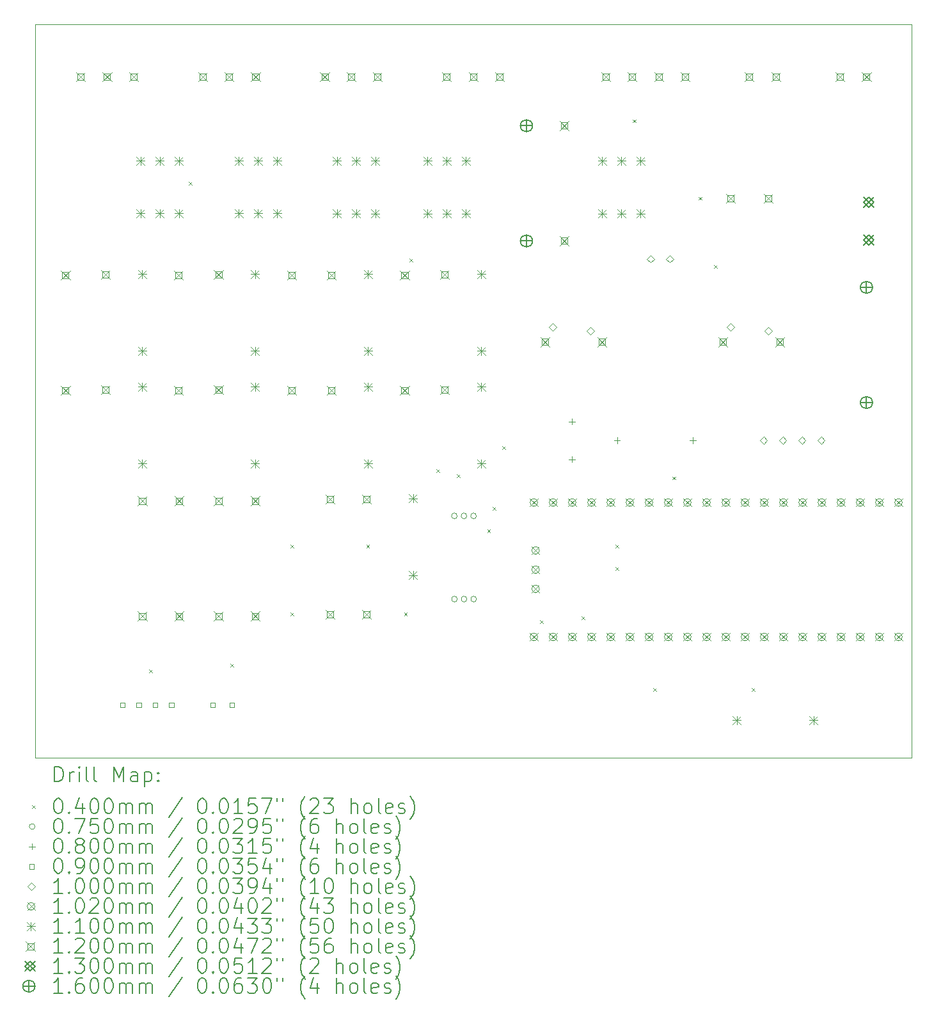
<source format=gbr>
%TF.GenerationSoftware,KiCad,Pcbnew,7.0.7+dfsg-1*%
%TF.CreationDate,2024-04-04T17:56:32+01:00*%
%TF.ProjectId,point-controller,706f696e-742d-4636-9f6e-74726f6c6c65,rev?*%
%TF.SameCoordinates,Original*%
%TF.FileFunction,Drillmap*%
%TF.FilePolarity,Positive*%
%FSLAX45Y45*%
G04 Gerber Fmt 4.5, Leading zero omitted, Abs format (unit mm)*
G04 Created by KiCad (PCBNEW 7.0.7+dfsg-1) date 2024-04-04 17:56:32*
%MOMM*%
%LPD*%
G01*
G04 APERTURE LIST*
%ADD10C,0.100000*%
%ADD11C,0.200000*%
%ADD12C,0.040000*%
%ADD13C,0.075000*%
%ADD14C,0.080000*%
%ADD15C,0.090000*%
%ADD16C,0.102000*%
%ADD17C,0.110000*%
%ADD18C,0.120000*%
%ADD19C,0.130000*%
%ADD20C,0.160000*%
G04 APERTURE END LIST*
D10*
X4400000Y-1600000D02*
X16000000Y-1600000D01*
X16000000Y-11300000D01*
X4400000Y-11300000D01*
X4400000Y-1600000D01*
D11*
D12*
X5905000Y-10130000D02*
X5945000Y-10170000D01*
X5945000Y-10130000D02*
X5905000Y-10170000D01*
X6430000Y-3680000D02*
X6470000Y-3720000D01*
X6470000Y-3680000D02*
X6430000Y-3720000D01*
X6980000Y-10055000D02*
X7020000Y-10095000D01*
X7020000Y-10055000D02*
X6980000Y-10095000D01*
X7780000Y-8480000D02*
X7820000Y-8520000D01*
X7820000Y-8480000D02*
X7780000Y-8520000D01*
X7780000Y-9380000D02*
X7820000Y-9420000D01*
X7820000Y-9380000D02*
X7780000Y-9420000D01*
X8780000Y-8480000D02*
X8820000Y-8520000D01*
X8820000Y-8480000D02*
X8780000Y-8520000D01*
X9280000Y-9380000D02*
X9320000Y-9420000D01*
X9320000Y-9380000D02*
X9280000Y-9420000D01*
X9355000Y-4697738D02*
X9395000Y-4737738D01*
X9395000Y-4697738D02*
X9355000Y-4737738D01*
X9705000Y-7480000D02*
X9745000Y-7520000D01*
X9745000Y-7480000D02*
X9705000Y-7520000D01*
X9980000Y-7548405D02*
X10020000Y-7588405D01*
X10020000Y-7548405D02*
X9980000Y-7588405D01*
X10380000Y-8280000D02*
X10420000Y-8320000D01*
X10420000Y-8280000D02*
X10380000Y-8320000D01*
X10455000Y-7980000D02*
X10495000Y-8020000D01*
X10495000Y-7980000D02*
X10455000Y-8020000D01*
X10580000Y-7180000D02*
X10620000Y-7220000D01*
X10620000Y-7180000D02*
X10580000Y-7220000D01*
X11080000Y-9480000D02*
X11120000Y-9520000D01*
X11120000Y-9480000D02*
X11080000Y-9520000D01*
X11630000Y-9430000D02*
X11670000Y-9470000D01*
X11670000Y-9430000D02*
X11630000Y-9470000D01*
X12080000Y-8480000D02*
X12120000Y-8520000D01*
X12120000Y-8480000D02*
X12080000Y-8520000D01*
X12080000Y-8780000D02*
X12120000Y-8820000D01*
X12120000Y-8780000D02*
X12080000Y-8820000D01*
X12305000Y-2855000D02*
X12345000Y-2895000D01*
X12345000Y-2855000D02*
X12305000Y-2895000D01*
X12580000Y-10380000D02*
X12620000Y-10420000D01*
X12620000Y-10380000D02*
X12580000Y-10420000D01*
X12830000Y-7580000D02*
X12870000Y-7620000D01*
X12870000Y-7580000D02*
X12830000Y-7620000D01*
X13180000Y-3880000D02*
X13220000Y-3920000D01*
X13220000Y-3880000D02*
X13180000Y-3920000D01*
X13380000Y-4780000D02*
X13420000Y-4820000D01*
X13420000Y-4780000D02*
X13380000Y-4820000D01*
X13880000Y-10380000D02*
X13920000Y-10420000D01*
X13920000Y-10380000D02*
X13880000Y-10420000D01*
D13*
X9983500Y-8100000D02*
G75*
G03*
X9983500Y-8100000I-37500J0D01*
G01*
X9983500Y-9200000D02*
G75*
G03*
X9983500Y-9200000I-37500J0D01*
G01*
X10110500Y-8100000D02*
G75*
G03*
X10110500Y-8100000I-37500J0D01*
G01*
X10110500Y-9200000D02*
G75*
G03*
X10110500Y-9200000I-37500J0D01*
G01*
X10237500Y-8100000D02*
G75*
G03*
X10237500Y-8100000I-37500J0D01*
G01*
X10237500Y-9200000D02*
G75*
G03*
X10237500Y-9200000I-37500J0D01*
G01*
D14*
X11500000Y-6810000D02*
X11500000Y-6890000D01*
X11460000Y-6850000D02*
X11540000Y-6850000D01*
X11500000Y-7310000D02*
X11500000Y-7390000D01*
X11460000Y-7350000D02*
X11540000Y-7350000D01*
X12100000Y-7060000D02*
X12100000Y-7140000D01*
X12060000Y-7100000D02*
X12140000Y-7100000D01*
X13100000Y-7060000D02*
X13100000Y-7140000D01*
X13060000Y-7100000D02*
X13140000Y-7100000D01*
D15*
X5584120Y-10631820D02*
X5584120Y-10568180D01*
X5520480Y-10568180D01*
X5520480Y-10631820D01*
X5584120Y-10631820D01*
X5800020Y-10631820D02*
X5800020Y-10568180D01*
X5736380Y-10568180D01*
X5736380Y-10631820D01*
X5800020Y-10631820D01*
X6015920Y-10631820D02*
X6015920Y-10568180D01*
X5952280Y-10568180D01*
X5952280Y-10631820D01*
X6015920Y-10631820D01*
X6231820Y-10631820D02*
X6231820Y-10568180D01*
X6168180Y-10568180D01*
X6168180Y-10631820D01*
X6231820Y-10631820D01*
X6777820Y-10631820D02*
X6777820Y-10568180D01*
X6714180Y-10568180D01*
X6714180Y-10631820D01*
X6777820Y-10631820D01*
X7031820Y-10631820D02*
X7031820Y-10568180D01*
X6968180Y-10568180D01*
X6968180Y-10631820D01*
X7031820Y-10631820D01*
D10*
X11248725Y-5650000D02*
X11298725Y-5600000D01*
X11248725Y-5550000D01*
X11198725Y-5600000D01*
X11248725Y-5650000D01*
X11748725Y-5700000D02*
X11798725Y-5650000D01*
X11748725Y-5600000D01*
X11698725Y-5650000D01*
X11748725Y-5700000D01*
X12546000Y-4750000D02*
X12596000Y-4700000D01*
X12546000Y-4650000D01*
X12496000Y-4700000D01*
X12546000Y-4750000D01*
X12800000Y-4750000D02*
X12850000Y-4700000D01*
X12800000Y-4650000D01*
X12750000Y-4700000D01*
X12800000Y-4750000D01*
X13600000Y-5650000D02*
X13650000Y-5600000D01*
X13600000Y-5550000D01*
X13550000Y-5600000D01*
X13600000Y-5650000D01*
X14038000Y-7150000D02*
X14088000Y-7100000D01*
X14038000Y-7050000D01*
X13988000Y-7100000D01*
X14038000Y-7150000D01*
X14100000Y-5700000D02*
X14150000Y-5650000D01*
X14100000Y-5600000D01*
X14050000Y-5650000D01*
X14100000Y-5700000D01*
X14292000Y-7150000D02*
X14342000Y-7100000D01*
X14292000Y-7050000D01*
X14242000Y-7100000D01*
X14292000Y-7150000D01*
X14546000Y-7150000D02*
X14596000Y-7100000D01*
X14546000Y-7050000D01*
X14496000Y-7100000D01*
X14546000Y-7150000D01*
X14800000Y-7150000D02*
X14850000Y-7100000D01*
X14800000Y-7050000D01*
X14750000Y-7100000D01*
X14800000Y-7150000D01*
D16*
X10947000Y-7871000D02*
X11049000Y-7973000D01*
X11049000Y-7871000D02*
X10947000Y-7973000D01*
X11049000Y-7922000D02*
G75*
G03*
X11049000Y-7922000I-51000J0D01*
G01*
X10947000Y-9649000D02*
X11049000Y-9751000D01*
X11049000Y-9649000D02*
X10947000Y-9751000D01*
X11049000Y-9700000D02*
G75*
G03*
X11049000Y-9700000I-51000J0D01*
G01*
X10970000Y-8506000D02*
X11072000Y-8608000D01*
X11072000Y-8506000D02*
X10970000Y-8608000D01*
X11072000Y-8557000D02*
G75*
G03*
X11072000Y-8557000I-51000J0D01*
G01*
X10970000Y-8760000D02*
X11072000Y-8862000D01*
X11072000Y-8760000D02*
X10970000Y-8862000D01*
X11072000Y-8811000D02*
G75*
G03*
X11072000Y-8811000I-51000J0D01*
G01*
X10970000Y-9014000D02*
X11072000Y-9116000D01*
X11072000Y-9014000D02*
X10970000Y-9116000D01*
X11072000Y-9065000D02*
G75*
G03*
X11072000Y-9065000I-51000J0D01*
G01*
X11201000Y-7871000D02*
X11303000Y-7973000D01*
X11303000Y-7871000D02*
X11201000Y-7973000D01*
X11303000Y-7922000D02*
G75*
G03*
X11303000Y-7922000I-51000J0D01*
G01*
X11201000Y-9649000D02*
X11303000Y-9751000D01*
X11303000Y-9649000D02*
X11201000Y-9751000D01*
X11303000Y-9700000D02*
G75*
G03*
X11303000Y-9700000I-51000J0D01*
G01*
X11455000Y-7871000D02*
X11557000Y-7973000D01*
X11557000Y-7871000D02*
X11455000Y-7973000D01*
X11557000Y-7922000D02*
G75*
G03*
X11557000Y-7922000I-51000J0D01*
G01*
X11455000Y-9649000D02*
X11557000Y-9751000D01*
X11557000Y-9649000D02*
X11455000Y-9751000D01*
X11557000Y-9700000D02*
G75*
G03*
X11557000Y-9700000I-51000J0D01*
G01*
X11709000Y-7871000D02*
X11811000Y-7973000D01*
X11811000Y-7871000D02*
X11709000Y-7973000D01*
X11811000Y-7922000D02*
G75*
G03*
X11811000Y-7922000I-51000J0D01*
G01*
X11709000Y-9649000D02*
X11811000Y-9751000D01*
X11811000Y-9649000D02*
X11709000Y-9751000D01*
X11811000Y-9700000D02*
G75*
G03*
X11811000Y-9700000I-51000J0D01*
G01*
X11963000Y-7871000D02*
X12065000Y-7973000D01*
X12065000Y-7871000D02*
X11963000Y-7973000D01*
X12065000Y-7922000D02*
G75*
G03*
X12065000Y-7922000I-51000J0D01*
G01*
X11963000Y-9649000D02*
X12065000Y-9751000D01*
X12065000Y-9649000D02*
X11963000Y-9751000D01*
X12065000Y-9700000D02*
G75*
G03*
X12065000Y-9700000I-51000J0D01*
G01*
X12217000Y-7871000D02*
X12319000Y-7973000D01*
X12319000Y-7871000D02*
X12217000Y-7973000D01*
X12319000Y-7922000D02*
G75*
G03*
X12319000Y-7922000I-51000J0D01*
G01*
X12217000Y-9649000D02*
X12319000Y-9751000D01*
X12319000Y-9649000D02*
X12217000Y-9751000D01*
X12319000Y-9700000D02*
G75*
G03*
X12319000Y-9700000I-51000J0D01*
G01*
X12471000Y-7871000D02*
X12573000Y-7973000D01*
X12573000Y-7871000D02*
X12471000Y-7973000D01*
X12573000Y-7922000D02*
G75*
G03*
X12573000Y-7922000I-51000J0D01*
G01*
X12471000Y-9649000D02*
X12573000Y-9751000D01*
X12573000Y-9649000D02*
X12471000Y-9751000D01*
X12573000Y-9700000D02*
G75*
G03*
X12573000Y-9700000I-51000J0D01*
G01*
X12725000Y-7871000D02*
X12827000Y-7973000D01*
X12827000Y-7871000D02*
X12725000Y-7973000D01*
X12827000Y-7922000D02*
G75*
G03*
X12827000Y-7922000I-51000J0D01*
G01*
X12725000Y-9649000D02*
X12827000Y-9751000D01*
X12827000Y-9649000D02*
X12725000Y-9751000D01*
X12827000Y-9700000D02*
G75*
G03*
X12827000Y-9700000I-51000J0D01*
G01*
X12979000Y-7871000D02*
X13081000Y-7973000D01*
X13081000Y-7871000D02*
X12979000Y-7973000D01*
X13081000Y-7922000D02*
G75*
G03*
X13081000Y-7922000I-51000J0D01*
G01*
X12979000Y-9649000D02*
X13081000Y-9751000D01*
X13081000Y-9649000D02*
X12979000Y-9751000D01*
X13081000Y-9700000D02*
G75*
G03*
X13081000Y-9700000I-51000J0D01*
G01*
X13233000Y-7871000D02*
X13335000Y-7973000D01*
X13335000Y-7871000D02*
X13233000Y-7973000D01*
X13335000Y-7922000D02*
G75*
G03*
X13335000Y-7922000I-51000J0D01*
G01*
X13233000Y-9649000D02*
X13335000Y-9751000D01*
X13335000Y-9649000D02*
X13233000Y-9751000D01*
X13335000Y-9700000D02*
G75*
G03*
X13335000Y-9700000I-51000J0D01*
G01*
X13487000Y-7871000D02*
X13589000Y-7973000D01*
X13589000Y-7871000D02*
X13487000Y-7973000D01*
X13589000Y-7922000D02*
G75*
G03*
X13589000Y-7922000I-51000J0D01*
G01*
X13487000Y-9649000D02*
X13589000Y-9751000D01*
X13589000Y-9649000D02*
X13487000Y-9751000D01*
X13589000Y-9700000D02*
G75*
G03*
X13589000Y-9700000I-51000J0D01*
G01*
X13741000Y-7871000D02*
X13843000Y-7973000D01*
X13843000Y-7871000D02*
X13741000Y-7973000D01*
X13843000Y-7922000D02*
G75*
G03*
X13843000Y-7922000I-51000J0D01*
G01*
X13741000Y-9649000D02*
X13843000Y-9751000D01*
X13843000Y-9649000D02*
X13741000Y-9751000D01*
X13843000Y-9700000D02*
G75*
G03*
X13843000Y-9700000I-51000J0D01*
G01*
X13995000Y-7871000D02*
X14097000Y-7973000D01*
X14097000Y-7871000D02*
X13995000Y-7973000D01*
X14097000Y-7922000D02*
G75*
G03*
X14097000Y-7922000I-51000J0D01*
G01*
X13995000Y-9649000D02*
X14097000Y-9751000D01*
X14097000Y-9649000D02*
X13995000Y-9751000D01*
X14097000Y-9700000D02*
G75*
G03*
X14097000Y-9700000I-51000J0D01*
G01*
X14249000Y-7871000D02*
X14351000Y-7973000D01*
X14351000Y-7871000D02*
X14249000Y-7973000D01*
X14351000Y-7922000D02*
G75*
G03*
X14351000Y-7922000I-51000J0D01*
G01*
X14249000Y-9649000D02*
X14351000Y-9751000D01*
X14351000Y-9649000D02*
X14249000Y-9751000D01*
X14351000Y-9700000D02*
G75*
G03*
X14351000Y-9700000I-51000J0D01*
G01*
X14503000Y-7871000D02*
X14605000Y-7973000D01*
X14605000Y-7871000D02*
X14503000Y-7973000D01*
X14605000Y-7922000D02*
G75*
G03*
X14605000Y-7922000I-51000J0D01*
G01*
X14503000Y-9649000D02*
X14605000Y-9751000D01*
X14605000Y-9649000D02*
X14503000Y-9751000D01*
X14605000Y-9700000D02*
G75*
G03*
X14605000Y-9700000I-51000J0D01*
G01*
X14757000Y-7871000D02*
X14859000Y-7973000D01*
X14859000Y-7871000D02*
X14757000Y-7973000D01*
X14859000Y-7922000D02*
G75*
G03*
X14859000Y-7922000I-51000J0D01*
G01*
X14757000Y-9649000D02*
X14859000Y-9751000D01*
X14859000Y-9649000D02*
X14757000Y-9751000D01*
X14859000Y-9700000D02*
G75*
G03*
X14859000Y-9700000I-51000J0D01*
G01*
X15011000Y-7871000D02*
X15113000Y-7973000D01*
X15113000Y-7871000D02*
X15011000Y-7973000D01*
X15113000Y-7922000D02*
G75*
G03*
X15113000Y-7922000I-51000J0D01*
G01*
X15011000Y-9649000D02*
X15113000Y-9751000D01*
X15113000Y-9649000D02*
X15011000Y-9751000D01*
X15113000Y-9700000D02*
G75*
G03*
X15113000Y-9700000I-51000J0D01*
G01*
X15265000Y-7871000D02*
X15367000Y-7973000D01*
X15367000Y-7871000D02*
X15265000Y-7973000D01*
X15367000Y-7922000D02*
G75*
G03*
X15367000Y-7922000I-51000J0D01*
G01*
X15265000Y-9649000D02*
X15367000Y-9751000D01*
X15367000Y-9649000D02*
X15265000Y-9751000D01*
X15367000Y-9700000D02*
G75*
G03*
X15367000Y-9700000I-51000J0D01*
G01*
X15519000Y-7871000D02*
X15621000Y-7973000D01*
X15621000Y-7871000D02*
X15519000Y-7973000D01*
X15621000Y-7922000D02*
G75*
G03*
X15621000Y-7922000I-51000J0D01*
G01*
X15519000Y-9649000D02*
X15621000Y-9751000D01*
X15621000Y-9649000D02*
X15519000Y-9751000D01*
X15621000Y-9700000D02*
G75*
G03*
X15621000Y-9700000I-51000J0D01*
G01*
X15773000Y-7871000D02*
X15875000Y-7973000D01*
X15875000Y-7871000D02*
X15773000Y-7973000D01*
X15875000Y-7922000D02*
G75*
G03*
X15875000Y-7922000I-51000J0D01*
G01*
X15773000Y-9649000D02*
X15875000Y-9751000D01*
X15875000Y-9649000D02*
X15773000Y-9751000D01*
X15875000Y-9700000D02*
G75*
G03*
X15875000Y-9700000I-51000J0D01*
G01*
D17*
X5737000Y-3345000D02*
X5847000Y-3455000D01*
X5847000Y-3345000D02*
X5737000Y-3455000D01*
X5792000Y-3345000D02*
X5792000Y-3455000D01*
X5737000Y-3400000D02*
X5847000Y-3400000D01*
X5737000Y-4039500D02*
X5847000Y-4149500D01*
X5847000Y-4039500D02*
X5737000Y-4149500D01*
X5792000Y-4039500D02*
X5792000Y-4149500D01*
X5737000Y-4094500D02*
X5847000Y-4094500D01*
X5757273Y-4845000D02*
X5867273Y-4955000D01*
X5867273Y-4845000D02*
X5757273Y-4955000D01*
X5812273Y-4845000D02*
X5812273Y-4955000D01*
X5757273Y-4900000D02*
X5867273Y-4900000D01*
X5757273Y-5861000D02*
X5867273Y-5971000D01*
X5867273Y-5861000D02*
X5757273Y-5971000D01*
X5812273Y-5861000D02*
X5812273Y-5971000D01*
X5757273Y-5916000D02*
X5867273Y-5916000D01*
X5757273Y-6337000D02*
X5867273Y-6447000D01*
X5867273Y-6337000D02*
X5757273Y-6447000D01*
X5812273Y-6337000D02*
X5812273Y-6447000D01*
X5757273Y-6392000D02*
X5867273Y-6392000D01*
X5757273Y-7353000D02*
X5867273Y-7463000D01*
X5867273Y-7353000D02*
X5757273Y-7463000D01*
X5812273Y-7353000D02*
X5812273Y-7463000D01*
X5757273Y-7408000D02*
X5867273Y-7408000D01*
X5991000Y-3345000D02*
X6101000Y-3455000D01*
X6101000Y-3345000D02*
X5991000Y-3455000D01*
X6046000Y-3345000D02*
X6046000Y-3455000D01*
X5991000Y-3400000D02*
X6101000Y-3400000D01*
X5991000Y-4039500D02*
X6101000Y-4149500D01*
X6101000Y-4039500D02*
X5991000Y-4149500D01*
X6046000Y-4039500D02*
X6046000Y-4149500D01*
X5991000Y-4094500D02*
X6101000Y-4094500D01*
X6245000Y-3345000D02*
X6355000Y-3455000D01*
X6355000Y-3345000D02*
X6245000Y-3455000D01*
X6300000Y-3345000D02*
X6300000Y-3455000D01*
X6245000Y-3400000D02*
X6355000Y-3400000D01*
X6245000Y-4039500D02*
X6355000Y-4149500D01*
X6355000Y-4039500D02*
X6245000Y-4149500D01*
X6300000Y-4039500D02*
X6300000Y-4149500D01*
X6245000Y-4094500D02*
X6355000Y-4094500D01*
X7037000Y-3345000D02*
X7147000Y-3455000D01*
X7147000Y-3345000D02*
X7037000Y-3455000D01*
X7092000Y-3345000D02*
X7092000Y-3455000D01*
X7037000Y-3400000D02*
X7147000Y-3400000D01*
X7037000Y-4039500D02*
X7147000Y-4149500D01*
X7147000Y-4039500D02*
X7037000Y-4149500D01*
X7092000Y-4039500D02*
X7092000Y-4149500D01*
X7037000Y-4094500D02*
X7147000Y-4094500D01*
X7253181Y-4845000D02*
X7363181Y-4955000D01*
X7363181Y-4845000D02*
X7253181Y-4955000D01*
X7308181Y-4845000D02*
X7308181Y-4955000D01*
X7253181Y-4900000D02*
X7363181Y-4900000D01*
X7253181Y-5861000D02*
X7363181Y-5971000D01*
X7363181Y-5861000D02*
X7253181Y-5971000D01*
X7308181Y-5861000D02*
X7308181Y-5971000D01*
X7253181Y-5916000D02*
X7363181Y-5916000D01*
X7253181Y-6337000D02*
X7363181Y-6447000D01*
X7363181Y-6337000D02*
X7253181Y-6447000D01*
X7308181Y-6337000D02*
X7308181Y-6447000D01*
X7253181Y-6392000D02*
X7363181Y-6392000D01*
X7253181Y-7353000D02*
X7363181Y-7463000D01*
X7363181Y-7353000D02*
X7253181Y-7463000D01*
X7308181Y-7353000D02*
X7308181Y-7463000D01*
X7253181Y-7408000D02*
X7363181Y-7408000D01*
X7291000Y-3345000D02*
X7401000Y-3455000D01*
X7401000Y-3345000D02*
X7291000Y-3455000D01*
X7346000Y-3345000D02*
X7346000Y-3455000D01*
X7291000Y-3400000D02*
X7401000Y-3400000D01*
X7291000Y-4039500D02*
X7401000Y-4149500D01*
X7401000Y-4039500D02*
X7291000Y-4149500D01*
X7346000Y-4039500D02*
X7346000Y-4149500D01*
X7291000Y-4094500D02*
X7401000Y-4094500D01*
X7545000Y-3345000D02*
X7655000Y-3455000D01*
X7655000Y-3345000D02*
X7545000Y-3455000D01*
X7600000Y-3345000D02*
X7600000Y-3455000D01*
X7545000Y-3400000D02*
X7655000Y-3400000D01*
X7545000Y-4039500D02*
X7655000Y-4149500D01*
X7655000Y-4039500D02*
X7545000Y-4149500D01*
X7600000Y-4039500D02*
X7600000Y-4149500D01*
X7545000Y-4094500D02*
X7655000Y-4094500D01*
X8337000Y-3345000D02*
X8447000Y-3455000D01*
X8447000Y-3345000D02*
X8337000Y-3455000D01*
X8392000Y-3345000D02*
X8392000Y-3455000D01*
X8337000Y-3400000D02*
X8447000Y-3400000D01*
X8337000Y-4045000D02*
X8447000Y-4155000D01*
X8447000Y-4045000D02*
X8337000Y-4155000D01*
X8392000Y-4045000D02*
X8392000Y-4155000D01*
X8337000Y-4100000D02*
X8447000Y-4100000D01*
X8591000Y-3345000D02*
X8701000Y-3455000D01*
X8701000Y-3345000D02*
X8591000Y-3455000D01*
X8646000Y-3345000D02*
X8646000Y-3455000D01*
X8591000Y-3400000D02*
X8701000Y-3400000D01*
X8591000Y-4045000D02*
X8701000Y-4155000D01*
X8701000Y-4045000D02*
X8591000Y-4155000D01*
X8646000Y-4045000D02*
X8646000Y-4155000D01*
X8591000Y-4100000D02*
X8701000Y-4100000D01*
X8749090Y-4845000D02*
X8859090Y-4955000D01*
X8859090Y-4845000D02*
X8749090Y-4955000D01*
X8804090Y-4845000D02*
X8804090Y-4955000D01*
X8749090Y-4900000D02*
X8859090Y-4900000D01*
X8749090Y-5861000D02*
X8859090Y-5971000D01*
X8859090Y-5861000D02*
X8749090Y-5971000D01*
X8804090Y-5861000D02*
X8804090Y-5971000D01*
X8749090Y-5916000D02*
X8859090Y-5916000D01*
X8749090Y-6337000D02*
X8859090Y-6447000D01*
X8859090Y-6337000D02*
X8749090Y-6447000D01*
X8804090Y-6337000D02*
X8804090Y-6447000D01*
X8749090Y-6392000D02*
X8859090Y-6392000D01*
X8749090Y-7353000D02*
X8859090Y-7463000D01*
X8859090Y-7353000D02*
X8749090Y-7463000D01*
X8804090Y-7353000D02*
X8804090Y-7463000D01*
X8749090Y-7408000D02*
X8859090Y-7408000D01*
X8845000Y-3345000D02*
X8955000Y-3455000D01*
X8955000Y-3345000D02*
X8845000Y-3455000D01*
X8900000Y-3345000D02*
X8900000Y-3455000D01*
X8845000Y-3400000D02*
X8955000Y-3400000D01*
X8845000Y-4045000D02*
X8955000Y-4155000D01*
X8955000Y-4045000D02*
X8845000Y-4155000D01*
X8900000Y-4045000D02*
X8900000Y-4155000D01*
X8845000Y-4100000D02*
X8955000Y-4100000D01*
X9345000Y-7811000D02*
X9455000Y-7921000D01*
X9455000Y-7811000D02*
X9345000Y-7921000D01*
X9400000Y-7811000D02*
X9400000Y-7921000D01*
X9345000Y-7866000D02*
X9455000Y-7866000D01*
X9345000Y-8827000D02*
X9455000Y-8937000D01*
X9455000Y-8827000D02*
X9345000Y-8937000D01*
X9400000Y-8827000D02*
X9400000Y-8937000D01*
X9345000Y-8882000D02*
X9455000Y-8882000D01*
X9537000Y-3345000D02*
X9647000Y-3455000D01*
X9647000Y-3345000D02*
X9537000Y-3455000D01*
X9592000Y-3345000D02*
X9592000Y-3455000D01*
X9537000Y-3400000D02*
X9647000Y-3400000D01*
X9537000Y-4045000D02*
X9647000Y-4155000D01*
X9647000Y-4045000D02*
X9537000Y-4155000D01*
X9592000Y-4045000D02*
X9592000Y-4155000D01*
X9537000Y-4100000D02*
X9647000Y-4100000D01*
X9791000Y-3345000D02*
X9901000Y-3455000D01*
X9901000Y-3345000D02*
X9791000Y-3455000D01*
X9846000Y-3345000D02*
X9846000Y-3455000D01*
X9791000Y-3400000D02*
X9901000Y-3400000D01*
X9791000Y-4045000D02*
X9901000Y-4155000D01*
X9901000Y-4045000D02*
X9791000Y-4155000D01*
X9846000Y-4045000D02*
X9846000Y-4155000D01*
X9791000Y-4100000D02*
X9901000Y-4100000D01*
X10045000Y-3345000D02*
X10155000Y-3455000D01*
X10155000Y-3345000D02*
X10045000Y-3455000D01*
X10100000Y-3345000D02*
X10100000Y-3455000D01*
X10045000Y-3400000D02*
X10155000Y-3400000D01*
X10045000Y-4045000D02*
X10155000Y-4155000D01*
X10155000Y-4045000D02*
X10045000Y-4155000D01*
X10100000Y-4045000D02*
X10100000Y-4155000D01*
X10045000Y-4100000D02*
X10155000Y-4100000D01*
X10245000Y-4845000D02*
X10355000Y-4955000D01*
X10355000Y-4845000D02*
X10245000Y-4955000D01*
X10300000Y-4845000D02*
X10300000Y-4955000D01*
X10245000Y-4900000D02*
X10355000Y-4900000D01*
X10245000Y-5861000D02*
X10355000Y-5971000D01*
X10355000Y-5861000D02*
X10245000Y-5971000D01*
X10300000Y-5861000D02*
X10300000Y-5971000D01*
X10245000Y-5916000D02*
X10355000Y-5916000D01*
X10245000Y-6337000D02*
X10355000Y-6447000D01*
X10355000Y-6337000D02*
X10245000Y-6447000D01*
X10300000Y-6337000D02*
X10300000Y-6447000D01*
X10245000Y-6392000D02*
X10355000Y-6392000D01*
X10245000Y-7353000D02*
X10355000Y-7463000D01*
X10355000Y-7353000D02*
X10245000Y-7463000D01*
X10300000Y-7353000D02*
X10300000Y-7463000D01*
X10245000Y-7408000D02*
X10355000Y-7408000D01*
X11845000Y-3345000D02*
X11955000Y-3455000D01*
X11955000Y-3345000D02*
X11845000Y-3455000D01*
X11900000Y-3345000D02*
X11900000Y-3455000D01*
X11845000Y-3400000D02*
X11955000Y-3400000D01*
X11845000Y-4045000D02*
X11955000Y-4155000D01*
X11955000Y-4045000D02*
X11845000Y-4155000D01*
X11900000Y-4045000D02*
X11900000Y-4155000D01*
X11845000Y-4100000D02*
X11955000Y-4100000D01*
X12099000Y-3345000D02*
X12209000Y-3455000D01*
X12209000Y-3345000D02*
X12099000Y-3455000D01*
X12154000Y-3345000D02*
X12154000Y-3455000D01*
X12099000Y-3400000D02*
X12209000Y-3400000D01*
X12099000Y-4045000D02*
X12209000Y-4155000D01*
X12209000Y-4045000D02*
X12099000Y-4155000D01*
X12154000Y-4045000D02*
X12154000Y-4155000D01*
X12099000Y-4100000D02*
X12209000Y-4100000D01*
X12353000Y-3345000D02*
X12463000Y-3455000D01*
X12463000Y-3345000D02*
X12353000Y-3455000D01*
X12408000Y-3345000D02*
X12408000Y-3455000D01*
X12353000Y-3400000D02*
X12463000Y-3400000D01*
X12353000Y-4045000D02*
X12463000Y-4155000D01*
X12463000Y-4045000D02*
X12353000Y-4155000D01*
X12408000Y-4045000D02*
X12408000Y-4155000D01*
X12353000Y-4100000D02*
X12463000Y-4100000D01*
X13629000Y-10745000D02*
X13739000Y-10855000D01*
X13739000Y-10745000D02*
X13629000Y-10855000D01*
X13684000Y-10745000D02*
X13684000Y-10855000D01*
X13629000Y-10800000D02*
X13739000Y-10800000D01*
X14645000Y-10745000D02*
X14755000Y-10855000D01*
X14755000Y-10745000D02*
X14645000Y-10855000D01*
X14700000Y-10745000D02*
X14700000Y-10855000D01*
X14645000Y-10800000D02*
X14755000Y-10800000D01*
D18*
X4740000Y-4858000D02*
X4860000Y-4978000D01*
X4860000Y-4858000D02*
X4740000Y-4978000D01*
X4842427Y-4960427D02*
X4842427Y-4875573D01*
X4757573Y-4875573D01*
X4757573Y-4960427D01*
X4842427Y-4960427D01*
X4740000Y-6382000D02*
X4860000Y-6502000D01*
X4860000Y-6382000D02*
X4740000Y-6502000D01*
X4842427Y-6484427D02*
X4842427Y-6399573D01*
X4757573Y-6399573D01*
X4757573Y-6484427D01*
X4842427Y-6484427D01*
X4940000Y-2233250D02*
X5060000Y-2353250D01*
X5060000Y-2233250D02*
X4940000Y-2353250D01*
X5042427Y-2335677D02*
X5042427Y-2250823D01*
X4957573Y-2250823D01*
X4957573Y-2335677D01*
X5042427Y-2335677D01*
X5268636Y-4850000D02*
X5388636Y-4970000D01*
X5388636Y-4850000D02*
X5268636Y-4970000D01*
X5371063Y-4952427D02*
X5371063Y-4867573D01*
X5286210Y-4867573D01*
X5286210Y-4952427D01*
X5371063Y-4952427D01*
X5268636Y-6374000D02*
X5388636Y-6494000D01*
X5388636Y-6374000D02*
X5268636Y-6494000D01*
X5371063Y-6476427D02*
X5371063Y-6391573D01*
X5286210Y-6391573D01*
X5286210Y-6476427D01*
X5371063Y-6476427D01*
X5290000Y-2233250D02*
X5410000Y-2353250D01*
X5410000Y-2233250D02*
X5290000Y-2353250D01*
X5392427Y-2335677D02*
X5392427Y-2250823D01*
X5307573Y-2250823D01*
X5307573Y-2335677D01*
X5392427Y-2335677D01*
X5640000Y-2233250D02*
X5760000Y-2353250D01*
X5760000Y-2233250D02*
X5640000Y-2353250D01*
X5742427Y-2335677D02*
X5742427Y-2250823D01*
X5657573Y-2250823D01*
X5657573Y-2335677D01*
X5742427Y-2335677D01*
X5756364Y-7840000D02*
X5876364Y-7960000D01*
X5876364Y-7840000D02*
X5756364Y-7960000D01*
X5858790Y-7942427D02*
X5858790Y-7857573D01*
X5773937Y-7857573D01*
X5773937Y-7942427D01*
X5858790Y-7942427D01*
X5756364Y-9364000D02*
X5876364Y-9484000D01*
X5876364Y-9364000D02*
X5756364Y-9484000D01*
X5858790Y-9466427D02*
X5858790Y-9381573D01*
X5773937Y-9381573D01*
X5773937Y-9466427D01*
X5858790Y-9466427D01*
X6235909Y-4858000D02*
X6355909Y-4978000D01*
X6355909Y-4858000D02*
X6235909Y-4978000D01*
X6338336Y-4960427D02*
X6338336Y-4875573D01*
X6253482Y-4875573D01*
X6253482Y-4960427D01*
X6338336Y-4960427D01*
X6235909Y-6382000D02*
X6355909Y-6502000D01*
X6355909Y-6382000D02*
X6235909Y-6502000D01*
X6338336Y-6484427D02*
X6338336Y-6399573D01*
X6253482Y-6399573D01*
X6253482Y-6484427D01*
X6338336Y-6484427D01*
X6240000Y-7840000D02*
X6360000Y-7960000D01*
X6360000Y-7840000D02*
X6240000Y-7960000D01*
X6342427Y-7942427D02*
X6342427Y-7857573D01*
X6257573Y-7857573D01*
X6257573Y-7942427D01*
X6342427Y-7942427D01*
X6240000Y-9364000D02*
X6360000Y-9484000D01*
X6360000Y-9364000D02*
X6240000Y-9484000D01*
X6342427Y-9466427D02*
X6342427Y-9381573D01*
X6257573Y-9381573D01*
X6257573Y-9466427D01*
X6342427Y-9466427D01*
X6554833Y-2233250D02*
X6674833Y-2353250D01*
X6674833Y-2233250D02*
X6554833Y-2353250D01*
X6657260Y-2335677D02*
X6657260Y-2250823D01*
X6572406Y-2250823D01*
X6572406Y-2335677D01*
X6657260Y-2335677D01*
X6764545Y-4850000D02*
X6884545Y-4970000D01*
X6884545Y-4850000D02*
X6764545Y-4970000D01*
X6866972Y-4952427D02*
X6866972Y-4867573D01*
X6782118Y-4867573D01*
X6782118Y-4952427D01*
X6866972Y-4952427D01*
X6764545Y-6374000D02*
X6884545Y-6494000D01*
X6884545Y-6374000D02*
X6764545Y-6494000D01*
X6866972Y-6476427D02*
X6866972Y-6391573D01*
X6782118Y-6391573D01*
X6782118Y-6476427D01*
X6866972Y-6476427D01*
X6764545Y-7840000D02*
X6884545Y-7960000D01*
X6884545Y-7840000D02*
X6764545Y-7960000D01*
X6866972Y-7942427D02*
X6866972Y-7857573D01*
X6782118Y-7857573D01*
X6782118Y-7942427D01*
X6866972Y-7942427D01*
X6764545Y-9364000D02*
X6884545Y-9484000D01*
X6884545Y-9364000D02*
X6764545Y-9484000D01*
X6866972Y-9466427D02*
X6866972Y-9381573D01*
X6782118Y-9381573D01*
X6782118Y-9466427D01*
X6866972Y-9466427D01*
X6904833Y-2233250D02*
X7024833Y-2353250D01*
X7024833Y-2233250D02*
X6904833Y-2353250D01*
X7007260Y-2335677D02*
X7007260Y-2250823D01*
X6922406Y-2250823D01*
X6922406Y-2335677D01*
X7007260Y-2335677D01*
X7248181Y-7840000D02*
X7368181Y-7960000D01*
X7368181Y-7840000D02*
X7248181Y-7960000D01*
X7350608Y-7942427D02*
X7350608Y-7857573D01*
X7265755Y-7857573D01*
X7265755Y-7942427D01*
X7350608Y-7942427D01*
X7248181Y-9364000D02*
X7368181Y-9484000D01*
X7368181Y-9364000D02*
X7248181Y-9484000D01*
X7350608Y-9466427D02*
X7350608Y-9381573D01*
X7265755Y-9381573D01*
X7265755Y-9466427D01*
X7350608Y-9466427D01*
X7254833Y-2233250D02*
X7374833Y-2353250D01*
X7374833Y-2233250D02*
X7254833Y-2353250D01*
X7357260Y-2335677D02*
X7357260Y-2250823D01*
X7272406Y-2250823D01*
X7272406Y-2335677D01*
X7357260Y-2335677D01*
X7731818Y-4858000D02*
X7851818Y-4978000D01*
X7851818Y-4858000D02*
X7731818Y-4978000D01*
X7834245Y-4960427D02*
X7834245Y-4875573D01*
X7749391Y-4875573D01*
X7749391Y-4960427D01*
X7834245Y-4960427D01*
X7731818Y-6382000D02*
X7851818Y-6502000D01*
X7851818Y-6382000D02*
X7731818Y-6502000D01*
X7834245Y-6484427D02*
X7834245Y-6399573D01*
X7749391Y-6399573D01*
X7749391Y-6484427D01*
X7834245Y-6484427D01*
X8169667Y-2233250D02*
X8289667Y-2353250D01*
X8289667Y-2233250D02*
X8169667Y-2353250D01*
X8272093Y-2335677D02*
X8272093Y-2250823D01*
X8187240Y-2250823D01*
X8187240Y-2335677D01*
X8272093Y-2335677D01*
X8240000Y-7816000D02*
X8360000Y-7936000D01*
X8360000Y-7816000D02*
X8240000Y-7936000D01*
X8342427Y-7918427D02*
X8342427Y-7833573D01*
X8257573Y-7833573D01*
X8257573Y-7918427D01*
X8342427Y-7918427D01*
X8240000Y-9340000D02*
X8360000Y-9460000D01*
X8360000Y-9340000D02*
X8240000Y-9460000D01*
X8342427Y-9442427D02*
X8342427Y-9357573D01*
X8257573Y-9357573D01*
X8257573Y-9442427D01*
X8342427Y-9442427D01*
X8260454Y-4858000D02*
X8380454Y-4978000D01*
X8380454Y-4858000D02*
X8260454Y-4978000D01*
X8362881Y-4960427D02*
X8362881Y-4875573D01*
X8278027Y-4875573D01*
X8278027Y-4960427D01*
X8362881Y-4960427D01*
X8260454Y-6382000D02*
X8380454Y-6502000D01*
X8380454Y-6382000D02*
X8260454Y-6502000D01*
X8362881Y-6484427D02*
X8362881Y-6399573D01*
X8278027Y-6399573D01*
X8278027Y-6484427D01*
X8362881Y-6484427D01*
X8519667Y-2233250D02*
X8639667Y-2353250D01*
X8639667Y-2233250D02*
X8519667Y-2353250D01*
X8622093Y-2335677D02*
X8622093Y-2250823D01*
X8537240Y-2250823D01*
X8537240Y-2335677D01*
X8622093Y-2335677D01*
X8723637Y-7816000D02*
X8843637Y-7936000D01*
X8843637Y-7816000D02*
X8723637Y-7936000D01*
X8826064Y-7918427D02*
X8826064Y-7833573D01*
X8741210Y-7833573D01*
X8741210Y-7918427D01*
X8826064Y-7918427D01*
X8723637Y-9340000D02*
X8843637Y-9460000D01*
X8843637Y-9340000D02*
X8723637Y-9460000D01*
X8826064Y-9442427D02*
X8826064Y-9357573D01*
X8741210Y-9357573D01*
X8741210Y-9442427D01*
X8826064Y-9442427D01*
X8869667Y-2233250D02*
X8989667Y-2353250D01*
X8989667Y-2233250D02*
X8869667Y-2353250D01*
X8972093Y-2335677D02*
X8972093Y-2250823D01*
X8887240Y-2250823D01*
X8887240Y-2335677D01*
X8972093Y-2335677D01*
X9227727Y-4858000D02*
X9347727Y-4978000D01*
X9347727Y-4858000D02*
X9227727Y-4978000D01*
X9330154Y-4960427D02*
X9330154Y-4875573D01*
X9245300Y-4875573D01*
X9245300Y-4960427D01*
X9330154Y-4960427D01*
X9227727Y-6382000D02*
X9347727Y-6502000D01*
X9347727Y-6382000D02*
X9227727Y-6502000D01*
X9330154Y-6484427D02*
X9330154Y-6399573D01*
X9245300Y-6399573D01*
X9245300Y-6484427D01*
X9330154Y-6484427D01*
X9756363Y-4850000D02*
X9876363Y-4970000D01*
X9876363Y-4850000D02*
X9756363Y-4970000D01*
X9858790Y-4952427D02*
X9858790Y-4867573D01*
X9773936Y-4867573D01*
X9773936Y-4952427D01*
X9858790Y-4952427D01*
X9756363Y-6374000D02*
X9876363Y-6494000D01*
X9876363Y-6374000D02*
X9756363Y-6494000D01*
X9858790Y-6476427D02*
X9858790Y-6391573D01*
X9773936Y-6391573D01*
X9773936Y-6476427D01*
X9858790Y-6476427D01*
X9784500Y-2233250D02*
X9904500Y-2353250D01*
X9904500Y-2233250D02*
X9784500Y-2353250D01*
X9886927Y-2335677D02*
X9886927Y-2250823D01*
X9802073Y-2250823D01*
X9802073Y-2335677D01*
X9886927Y-2335677D01*
X10134500Y-2233250D02*
X10254500Y-2353250D01*
X10254500Y-2233250D02*
X10134500Y-2353250D01*
X10236927Y-2335677D02*
X10236927Y-2250823D01*
X10152073Y-2250823D01*
X10152073Y-2335677D01*
X10236927Y-2335677D01*
X10484500Y-2233250D02*
X10604500Y-2353250D01*
X10604500Y-2233250D02*
X10484500Y-2353250D01*
X10586927Y-2335677D02*
X10586927Y-2250823D01*
X10502073Y-2250823D01*
X10502073Y-2335677D01*
X10586927Y-2335677D01*
X11088725Y-5740000D02*
X11208725Y-5860000D01*
X11208725Y-5740000D02*
X11088725Y-5860000D01*
X11191151Y-5842427D02*
X11191151Y-5757573D01*
X11106298Y-5757573D01*
X11106298Y-5842427D01*
X11191151Y-5842427D01*
X11340000Y-2878000D02*
X11460000Y-2998000D01*
X11460000Y-2878000D02*
X11340000Y-2998000D01*
X11442427Y-2980427D02*
X11442427Y-2895573D01*
X11357573Y-2895573D01*
X11357573Y-2980427D01*
X11442427Y-2980427D01*
X11340000Y-4402000D02*
X11460000Y-4522000D01*
X11460000Y-4402000D02*
X11340000Y-4522000D01*
X11442427Y-4504427D02*
X11442427Y-4419573D01*
X11357573Y-4419573D01*
X11357573Y-4504427D01*
X11442427Y-4504427D01*
X11838725Y-5740000D02*
X11958725Y-5860000D01*
X11958725Y-5740000D02*
X11838725Y-5860000D01*
X11941151Y-5842427D02*
X11941151Y-5757573D01*
X11856298Y-5757573D01*
X11856298Y-5842427D01*
X11941151Y-5842427D01*
X11890000Y-2233250D02*
X12010000Y-2353250D01*
X12010000Y-2233250D02*
X11890000Y-2353250D01*
X11992427Y-2335677D02*
X11992427Y-2250823D01*
X11907573Y-2250823D01*
X11907573Y-2335677D01*
X11992427Y-2335677D01*
X12240000Y-2233250D02*
X12360000Y-2353250D01*
X12360000Y-2233250D02*
X12240000Y-2353250D01*
X12342427Y-2335677D02*
X12342427Y-2250823D01*
X12257573Y-2250823D01*
X12257573Y-2335677D01*
X12342427Y-2335677D01*
X12590000Y-2233250D02*
X12710000Y-2353250D01*
X12710000Y-2233250D02*
X12590000Y-2353250D01*
X12692427Y-2335677D02*
X12692427Y-2250823D01*
X12607573Y-2250823D01*
X12607573Y-2335677D01*
X12692427Y-2335677D01*
X12940000Y-2233250D02*
X13060000Y-2353250D01*
X13060000Y-2233250D02*
X12940000Y-2353250D01*
X13042427Y-2335677D02*
X13042427Y-2250823D01*
X12957573Y-2250823D01*
X12957573Y-2335677D01*
X13042427Y-2335677D01*
X13440000Y-5740000D02*
X13560000Y-5860000D01*
X13560000Y-5740000D02*
X13440000Y-5860000D01*
X13542427Y-5842427D02*
X13542427Y-5757573D01*
X13457573Y-5757573D01*
X13457573Y-5842427D01*
X13542427Y-5842427D01*
X13540000Y-3840000D02*
X13660000Y-3960000D01*
X13660000Y-3840000D02*
X13540000Y-3960000D01*
X13642427Y-3942427D02*
X13642427Y-3857573D01*
X13557573Y-3857573D01*
X13557573Y-3942427D01*
X13642427Y-3942427D01*
X13790000Y-2233250D02*
X13910000Y-2353250D01*
X13910000Y-2233250D02*
X13790000Y-2353250D01*
X13892427Y-2335677D02*
X13892427Y-2250823D01*
X13807573Y-2250823D01*
X13807573Y-2335677D01*
X13892427Y-2335677D01*
X14040000Y-3840000D02*
X14160000Y-3960000D01*
X14160000Y-3840000D02*
X14040000Y-3960000D01*
X14142427Y-3942427D02*
X14142427Y-3857573D01*
X14057573Y-3857573D01*
X14057573Y-3942427D01*
X14142427Y-3942427D01*
X14140000Y-2233250D02*
X14260000Y-2353250D01*
X14260000Y-2233250D02*
X14140000Y-2353250D01*
X14242427Y-2335677D02*
X14242427Y-2250823D01*
X14157573Y-2250823D01*
X14157573Y-2335677D01*
X14242427Y-2335677D01*
X14190000Y-5740000D02*
X14310000Y-5860000D01*
X14310000Y-5740000D02*
X14190000Y-5860000D01*
X14292427Y-5842427D02*
X14292427Y-5757573D01*
X14207573Y-5757573D01*
X14207573Y-5842427D01*
X14292427Y-5842427D01*
X14990000Y-2233250D02*
X15110000Y-2353250D01*
X15110000Y-2233250D02*
X14990000Y-2353250D01*
X15092427Y-2335677D02*
X15092427Y-2250823D01*
X15007573Y-2250823D01*
X15007573Y-2335677D01*
X15092427Y-2335677D01*
X15340000Y-2233250D02*
X15460000Y-2353250D01*
X15460000Y-2233250D02*
X15340000Y-2353250D01*
X15442427Y-2335677D02*
X15442427Y-2250823D01*
X15357573Y-2250823D01*
X15357573Y-2335677D01*
X15442427Y-2335677D01*
D19*
X15365500Y-3885000D02*
X15495500Y-4015000D01*
X15495500Y-3885000D02*
X15365500Y-4015000D01*
X15430500Y-4015000D02*
X15495500Y-3950000D01*
X15430500Y-3885000D01*
X15365500Y-3950000D01*
X15430500Y-4015000D01*
X15365500Y-4385000D02*
X15495500Y-4515000D01*
X15495500Y-4385000D02*
X15365500Y-4515000D01*
X15430500Y-4515000D02*
X15495500Y-4450000D01*
X15430500Y-4385000D01*
X15365500Y-4450000D01*
X15430500Y-4515000D01*
D20*
X10900000Y-2858000D02*
X10900000Y-3018000D01*
X10820000Y-2938000D02*
X10980000Y-2938000D01*
X10980000Y-2938000D02*
G75*
G03*
X10980000Y-2938000I-80000J0D01*
G01*
X10900000Y-4382000D02*
X10900000Y-4542000D01*
X10820000Y-4462000D02*
X10980000Y-4462000D01*
X10980000Y-4462000D02*
G75*
G03*
X10980000Y-4462000I-80000J0D01*
G01*
X15400000Y-4996000D02*
X15400000Y-5156000D01*
X15320000Y-5076000D02*
X15480000Y-5076000D01*
X15480000Y-5076000D02*
G75*
G03*
X15480000Y-5076000I-80000J0D01*
G01*
X15400000Y-6520000D02*
X15400000Y-6680000D01*
X15320000Y-6600000D02*
X15480000Y-6600000D01*
X15480000Y-6600000D02*
G75*
G03*
X15480000Y-6600000I-80000J0D01*
G01*
D11*
X4655777Y-11616484D02*
X4655777Y-11416484D01*
X4655777Y-11416484D02*
X4703396Y-11416484D01*
X4703396Y-11416484D02*
X4731967Y-11426008D01*
X4731967Y-11426008D02*
X4751015Y-11445055D01*
X4751015Y-11445055D02*
X4760539Y-11464103D01*
X4760539Y-11464103D02*
X4770063Y-11502198D01*
X4770063Y-11502198D02*
X4770063Y-11530769D01*
X4770063Y-11530769D02*
X4760539Y-11568865D01*
X4760539Y-11568865D02*
X4751015Y-11587912D01*
X4751015Y-11587912D02*
X4731967Y-11606960D01*
X4731967Y-11606960D02*
X4703396Y-11616484D01*
X4703396Y-11616484D02*
X4655777Y-11616484D01*
X4855777Y-11616484D02*
X4855777Y-11483150D01*
X4855777Y-11521246D02*
X4865301Y-11502198D01*
X4865301Y-11502198D02*
X4874824Y-11492674D01*
X4874824Y-11492674D02*
X4893872Y-11483150D01*
X4893872Y-11483150D02*
X4912920Y-11483150D01*
X4979586Y-11616484D02*
X4979586Y-11483150D01*
X4979586Y-11416484D02*
X4970063Y-11426008D01*
X4970063Y-11426008D02*
X4979586Y-11435531D01*
X4979586Y-11435531D02*
X4989110Y-11426008D01*
X4989110Y-11426008D02*
X4979586Y-11416484D01*
X4979586Y-11416484D02*
X4979586Y-11435531D01*
X5103396Y-11616484D02*
X5084348Y-11606960D01*
X5084348Y-11606960D02*
X5074824Y-11587912D01*
X5074824Y-11587912D02*
X5074824Y-11416484D01*
X5208158Y-11616484D02*
X5189110Y-11606960D01*
X5189110Y-11606960D02*
X5179586Y-11587912D01*
X5179586Y-11587912D02*
X5179586Y-11416484D01*
X5436729Y-11616484D02*
X5436729Y-11416484D01*
X5436729Y-11416484D02*
X5503396Y-11559341D01*
X5503396Y-11559341D02*
X5570063Y-11416484D01*
X5570063Y-11416484D02*
X5570063Y-11616484D01*
X5751015Y-11616484D02*
X5751015Y-11511722D01*
X5751015Y-11511722D02*
X5741491Y-11492674D01*
X5741491Y-11492674D02*
X5722443Y-11483150D01*
X5722443Y-11483150D02*
X5684348Y-11483150D01*
X5684348Y-11483150D02*
X5665301Y-11492674D01*
X5751015Y-11606960D02*
X5731967Y-11616484D01*
X5731967Y-11616484D02*
X5684348Y-11616484D01*
X5684348Y-11616484D02*
X5665301Y-11606960D01*
X5665301Y-11606960D02*
X5655777Y-11587912D01*
X5655777Y-11587912D02*
X5655777Y-11568865D01*
X5655777Y-11568865D02*
X5665301Y-11549817D01*
X5665301Y-11549817D02*
X5684348Y-11540293D01*
X5684348Y-11540293D02*
X5731967Y-11540293D01*
X5731967Y-11540293D02*
X5751015Y-11530769D01*
X5846253Y-11483150D02*
X5846253Y-11683150D01*
X5846253Y-11492674D02*
X5865301Y-11483150D01*
X5865301Y-11483150D02*
X5903396Y-11483150D01*
X5903396Y-11483150D02*
X5922443Y-11492674D01*
X5922443Y-11492674D02*
X5931967Y-11502198D01*
X5931967Y-11502198D02*
X5941491Y-11521246D01*
X5941491Y-11521246D02*
X5941491Y-11578388D01*
X5941491Y-11578388D02*
X5931967Y-11597436D01*
X5931967Y-11597436D02*
X5922443Y-11606960D01*
X5922443Y-11606960D02*
X5903396Y-11616484D01*
X5903396Y-11616484D02*
X5865301Y-11616484D01*
X5865301Y-11616484D02*
X5846253Y-11606960D01*
X6027205Y-11597436D02*
X6036729Y-11606960D01*
X6036729Y-11606960D02*
X6027205Y-11616484D01*
X6027205Y-11616484D02*
X6017682Y-11606960D01*
X6017682Y-11606960D02*
X6027205Y-11597436D01*
X6027205Y-11597436D02*
X6027205Y-11616484D01*
X6027205Y-11492674D02*
X6036729Y-11502198D01*
X6036729Y-11502198D02*
X6027205Y-11511722D01*
X6027205Y-11511722D02*
X6017682Y-11502198D01*
X6017682Y-11502198D02*
X6027205Y-11492674D01*
X6027205Y-11492674D02*
X6027205Y-11511722D01*
D12*
X4355000Y-11925000D02*
X4395000Y-11965000D01*
X4395000Y-11925000D02*
X4355000Y-11965000D01*
D11*
X4693872Y-11836484D02*
X4712920Y-11836484D01*
X4712920Y-11836484D02*
X4731967Y-11846008D01*
X4731967Y-11846008D02*
X4741491Y-11855531D01*
X4741491Y-11855531D02*
X4751015Y-11874579D01*
X4751015Y-11874579D02*
X4760539Y-11912674D01*
X4760539Y-11912674D02*
X4760539Y-11960293D01*
X4760539Y-11960293D02*
X4751015Y-11998388D01*
X4751015Y-11998388D02*
X4741491Y-12017436D01*
X4741491Y-12017436D02*
X4731967Y-12026960D01*
X4731967Y-12026960D02*
X4712920Y-12036484D01*
X4712920Y-12036484D02*
X4693872Y-12036484D01*
X4693872Y-12036484D02*
X4674824Y-12026960D01*
X4674824Y-12026960D02*
X4665301Y-12017436D01*
X4665301Y-12017436D02*
X4655777Y-11998388D01*
X4655777Y-11998388D02*
X4646253Y-11960293D01*
X4646253Y-11960293D02*
X4646253Y-11912674D01*
X4646253Y-11912674D02*
X4655777Y-11874579D01*
X4655777Y-11874579D02*
X4665301Y-11855531D01*
X4665301Y-11855531D02*
X4674824Y-11846008D01*
X4674824Y-11846008D02*
X4693872Y-11836484D01*
X4846253Y-12017436D02*
X4855777Y-12026960D01*
X4855777Y-12026960D02*
X4846253Y-12036484D01*
X4846253Y-12036484D02*
X4836729Y-12026960D01*
X4836729Y-12026960D02*
X4846253Y-12017436D01*
X4846253Y-12017436D02*
X4846253Y-12036484D01*
X5027205Y-11903150D02*
X5027205Y-12036484D01*
X4979586Y-11826960D02*
X4931967Y-11969817D01*
X4931967Y-11969817D02*
X5055777Y-11969817D01*
X5170063Y-11836484D02*
X5189110Y-11836484D01*
X5189110Y-11836484D02*
X5208158Y-11846008D01*
X5208158Y-11846008D02*
X5217682Y-11855531D01*
X5217682Y-11855531D02*
X5227205Y-11874579D01*
X5227205Y-11874579D02*
X5236729Y-11912674D01*
X5236729Y-11912674D02*
X5236729Y-11960293D01*
X5236729Y-11960293D02*
X5227205Y-11998388D01*
X5227205Y-11998388D02*
X5217682Y-12017436D01*
X5217682Y-12017436D02*
X5208158Y-12026960D01*
X5208158Y-12026960D02*
X5189110Y-12036484D01*
X5189110Y-12036484D02*
X5170063Y-12036484D01*
X5170063Y-12036484D02*
X5151015Y-12026960D01*
X5151015Y-12026960D02*
X5141491Y-12017436D01*
X5141491Y-12017436D02*
X5131967Y-11998388D01*
X5131967Y-11998388D02*
X5122444Y-11960293D01*
X5122444Y-11960293D02*
X5122444Y-11912674D01*
X5122444Y-11912674D02*
X5131967Y-11874579D01*
X5131967Y-11874579D02*
X5141491Y-11855531D01*
X5141491Y-11855531D02*
X5151015Y-11846008D01*
X5151015Y-11846008D02*
X5170063Y-11836484D01*
X5360539Y-11836484D02*
X5379586Y-11836484D01*
X5379586Y-11836484D02*
X5398634Y-11846008D01*
X5398634Y-11846008D02*
X5408158Y-11855531D01*
X5408158Y-11855531D02*
X5417682Y-11874579D01*
X5417682Y-11874579D02*
X5427205Y-11912674D01*
X5427205Y-11912674D02*
X5427205Y-11960293D01*
X5427205Y-11960293D02*
X5417682Y-11998388D01*
X5417682Y-11998388D02*
X5408158Y-12017436D01*
X5408158Y-12017436D02*
X5398634Y-12026960D01*
X5398634Y-12026960D02*
X5379586Y-12036484D01*
X5379586Y-12036484D02*
X5360539Y-12036484D01*
X5360539Y-12036484D02*
X5341491Y-12026960D01*
X5341491Y-12026960D02*
X5331967Y-12017436D01*
X5331967Y-12017436D02*
X5322444Y-11998388D01*
X5322444Y-11998388D02*
X5312920Y-11960293D01*
X5312920Y-11960293D02*
X5312920Y-11912674D01*
X5312920Y-11912674D02*
X5322444Y-11874579D01*
X5322444Y-11874579D02*
X5331967Y-11855531D01*
X5331967Y-11855531D02*
X5341491Y-11846008D01*
X5341491Y-11846008D02*
X5360539Y-11836484D01*
X5512920Y-12036484D02*
X5512920Y-11903150D01*
X5512920Y-11922198D02*
X5522444Y-11912674D01*
X5522444Y-11912674D02*
X5541491Y-11903150D01*
X5541491Y-11903150D02*
X5570063Y-11903150D01*
X5570063Y-11903150D02*
X5589110Y-11912674D01*
X5589110Y-11912674D02*
X5598634Y-11931722D01*
X5598634Y-11931722D02*
X5598634Y-12036484D01*
X5598634Y-11931722D02*
X5608158Y-11912674D01*
X5608158Y-11912674D02*
X5627205Y-11903150D01*
X5627205Y-11903150D02*
X5655777Y-11903150D01*
X5655777Y-11903150D02*
X5674824Y-11912674D01*
X5674824Y-11912674D02*
X5684348Y-11931722D01*
X5684348Y-11931722D02*
X5684348Y-12036484D01*
X5779586Y-12036484D02*
X5779586Y-11903150D01*
X5779586Y-11922198D02*
X5789110Y-11912674D01*
X5789110Y-11912674D02*
X5808158Y-11903150D01*
X5808158Y-11903150D02*
X5836729Y-11903150D01*
X5836729Y-11903150D02*
X5855777Y-11912674D01*
X5855777Y-11912674D02*
X5865301Y-11931722D01*
X5865301Y-11931722D02*
X5865301Y-12036484D01*
X5865301Y-11931722D02*
X5874824Y-11912674D01*
X5874824Y-11912674D02*
X5893872Y-11903150D01*
X5893872Y-11903150D02*
X5922443Y-11903150D01*
X5922443Y-11903150D02*
X5941491Y-11912674D01*
X5941491Y-11912674D02*
X5951015Y-11931722D01*
X5951015Y-11931722D02*
X5951015Y-12036484D01*
X6341491Y-11826960D02*
X6170063Y-12084103D01*
X6598634Y-11836484D02*
X6617682Y-11836484D01*
X6617682Y-11836484D02*
X6636729Y-11846008D01*
X6636729Y-11846008D02*
X6646253Y-11855531D01*
X6646253Y-11855531D02*
X6655777Y-11874579D01*
X6655777Y-11874579D02*
X6665301Y-11912674D01*
X6665301Y-11912674D02*
X6665301Y-11960293D01*
X6665301Y-11960293D02*
X6655777Y-11998388D01*
X6655777Y-11998388D02*
X6646253Y-12017436D01*
X6646253Y-12017436D02*
X6636729Y-12026960D01*
X6636729Y-12026960D02*
X6617682Y-12036484D01*
X6617682Y-12036484D02*
X6598634Y-12036484D01*
X6598634Y-12036484D02*
X6579586Y-12026960D01*
X6579586Y-12026960D02*
X6570063Y-12017436D01*
X6570063Y-12017436D02*
X6560539Y-11998388D01*
X6560539Y-11998388D02*
X6551015Y-11960293D01*
X6551015Y-11960293D02*
X6551015Y-11912674D01*
X6551015Y-11912674D02*
X6560539Y-11874579D01*
X6560539Y-11874579D02*
X6570063Y-11855531D01*
X6570063Y-11855531D02*
X6579586Y-11846008D01*
X6579586Y-11846008D02*
X6598634Y-11836484D01*
X6751015Y-12017436D02*
X6760539Y-12026960D01*
X6760539Y-12026960D02*
X6751015Y-12036484D01*
X6751015Y-12036484D02*
X6741491Y-12026960D01*
X6741491Y-12026960D02*
X6751015Y-12017436D01*
X6751015Y-12017436D02*
X6751015Y-12036484D01*
X6884348Y-11836484D02*
X6903396Y-11836484D01*
X6903396Y-11836484D02*
X6922444Y-11846008D01*
X6922444Y-11846008D02*
X6931967Y-11855531D01*
X6931967Y-11855531D02*
X6941491Y-11874579D01*
X6941491Y-11874579D02*
X6951015Y-11912674D01*
X6951015Y-11912674D02*
X6951015Y-11960293D01*
X6951015Y-11960293D02*
X6941491Y-11998388D01*
X6941491Y-11998388D02*
X6931967Y-12017436D01*
X6931967Y-12017436D02*
X6922444Y-12026960D01*
X6922444Y-12026960D02*
X6903396Y-12036484D01*
X6903396Y-12036484D02*
X6884348Y-12036484D01*
X6884348Y-12036484D02*
X6865301Y-12026960D01*
X6865301Y-12026960D02*
X6855777Y-12017436D01*
X6855777Y-12017436D02*
X6846253Y-11998388D01*
X6846253Y-11998388D02*
X6836729Y-11960293D01*
X6836729Y-11960293D02*
X6836729Y-11912674D01*
X6836729Y-11912674D02*
X6846253Y-11874579D01*
X6846253Y-11874579D02*
X6855777Y-11855531D01*
X6855777Y-11855531D02*
X6865301Y-11846008D01*
X6865301Y-11846008D02*
X6884348Y-11836484D01*
X7141491Y-12036484D02*
X7027206Y-12036484D01*
X7084348Y-12036484D02*
X7084348Y-11836484D01*
X7084348Y-11836484D02*
X7065301Y-11865055D01*
X7065301Y-11865055D02*
X7046253Y-11884103D01*
X7046253Y-11884103D02*
X7027206Y-11893627D01*
X7322444Y-11836484D02*
X7227206Y-11836484D01*
X7227206Y-11836484D02*
X7217682Y-11931722D01*
X7217682Y-11931722D02*
X7227206Y-11922198D01*
X7227206Y-11922198D02*
X7246253Y-11912674D01*
X7246253Y-11912674D02*
X7293872Y-11912674D01*
X7293872Y-11912674D02*
X7312920Y-11922198D01*
X7312920Y-11922198D02*
X7322444Y-11931722D01*
X7322444Y-11931722D02*
X7331967Y-11950769D01*
X7331967Y-11950769D02*
X7331967Y-11998388D01*
X7331967Y-11998388D02*
X7322444Y-12017436D01*
X7322444Y-12017436D02*
X7312920Y-12026960D01*
X7312920Y-12026960D02*
X7293872Y-12036484D01*
X7293872Y-12036484D02*
X7246253Y-12036484D01*
X7246253Y-12036484D02*
X7227206Y-12026960D01*
X7227206Y-12026960D02*
X7217682Y-12017436D01*
X7398634Y-11836484D02*
X7531967Y-11836484D01*
X7531967Y-11836484D02*
X7446253Y-12036484D01*
X7598634Y-11836484D02*
X7598634Y-11874579D01*
X7674825Y-11836484D02*
X7674825Y-11874579D01*
X7970063Y-12112674D02*
X7960539Y-12103150D01*
X7960539Y-12103150D02*
X7941491Y-12074579D01*
X7941491Y-12074579D02*
X7931968Y-12055531D01*
X7931968Y-12055531D02*
X7922444Y-12026960D01*
X7922444Y-12026960D02*
X7912920Y-11979341D01*
X7912920Y-11979341D02*
X7912920Y-11941246D01*
X7912920Y-11941246D02*
X7922444Y-11893627D01*
X7922444Y-11893627D02*
X7931968Y-11865055D01*
X7931968Y-11865055D02*
X7941491Y-11846008D01*
X7941491Y-11846008D02*
X7960539Y-11817436D01*
X7960539Y-11817436D02*
X7970063Y-11807912D01*
X8036729Y-11855531D02*
X8046253Y-11846008D01*
X8046253Y-11846008D02*
X8065301Y-11836484D01*
X8065301Y-11836484D02*
X8112920Y-11836484D01*
X8112920Y-11836484D02*
X8131968Y-11846008D01*
X8131968Y-11846008D02*
X8141491Y-11855531D01*
X8141491Y-11855531D02*
X8151015Y-11874579D01*
X8151015Y-11874579D02*
X8151015Y-11893627D01*
X8151015Y-11893627D02*
X8141491Y-11922198D01*
X8141491Y-11922198D02*
X8027206Y-12036484D01*
X8027206Y-12036484D02*
X8151015Y-12036484D01*
X8217682Y-11836484D02*
X8341491Y-11836484D01*
X8341491Y-11836484D02*
X8274825Y-11912674D01*
X8274825Y-11912674D02*
X8303396Y-11912674D01*
X8303396Y-11912674D02*
X8322444Y-11922198D01*
X8322444Y-11922198D02*
X8331968Y-11931722D01*
X8331968Y-11931722D02*
X8341491Y-11950769D01*
X8341491Y-11950769D02*
X8341491Y-11998388D01*
X8341491Y-11998388D02*
X8331968Y-12017436D01*
X8331968Y-12017436D02*
X8322444Y-12026960D01*
X8322444Y-12026960D02*
X8303396Y-12036484D01*
X8303396Y-12036484D02*
X8246253Y-12036484D01*
X8246253Y-12036484D02*
X8227206Y-12026960D01*
X8227206Y-12026960D02*
X8217682Y-12017436D01*
X8579587Y-12036484D02*
X8579587Y-11836484D01*
X8665301Y-12036484D02*
X8665301Y-11931722D01*
X8665301Y-11931722D02*
X8655777Y-11912674D01*
X8655777Y-11912674D02*
X8636730Y-11903150D01*
X8636730Y-11903150D02*
X8608158Y-11903150D01*
X8608158Y-11903150D02*
X8589111Y-11912674D01*
X8589111Y-11912674D02*
X8579587Y-11922198D01*
X8789111Y-12036484D02*
X8770063Y-12026960D01*
X8770063Y-12026960D02*
X8760539Y-12017436D01*
X8760539Y-12017436D02*
X8751015Y-11998388D01*
X8751015Y-11998388D02*
X8751015Y-11941246D01*
X8751015Y-11941246D02*
X8760539Y-11922198D01*
X8760539Y-11922198D02*
X8770063Y-11912674D01*
X8770063Y-11912674D02*
X8789111Y-11903150D01*
X8789111Y-11903150D02*
X8817682Y-11903150D01*
X8817682Y-11903150D02*
X8836730Y-11912674D01*
X8836730Y-11912674D02*
X8846253Y-11922198D01*
X8846253Y-11922198D02*
X8855777Y-11941246D01*
X8855777Y-11941246D02*
X8855777Y-11998388D01*
X8855777Y-11998388D02*
X8846253Y-12017436D01*
X8846253Y-12017436D02*
X8836730Y-12026960D01*
X8836730Y-12026960D02*
X8817682Y-12036484D01*
X8817682Y-12036484D02*
X8789111Y-12036484D01*
X8970063Y-12036484D02*
X8951015Y-12026960D01*
X8951015Y-12026960D02*
X8941492Y-12007912D01*
X8941492Y-12007912D02*
X8941492Y-11836484D01*
X9122444Y-12026960D02*
X9103396Y-12036484D01*
X9103396Y-12036484D02*
X9065301Y-12036484D01*
X9065301Y-12036484D02*
X9046253Y-12026960D01*
X9046253Y-12026960D02*
X9036730Y-12007912D01*
X9036730Y-12007912D02*
X9036730Y-11931722D01*
X9036730Y-11931722D02*
X9046253Y-11912674D01*
X9046253Y-11912674D02*
X9065301Y-11903150D01*
X9065301Y-11903150D02*
X9103396Y-11903150D01*
X9103396Y-11903150D02*
X9122444Y-11912674D01*
X9122444Y-11912674D02*
X9131968Y-11931722D01*
X9131968Y-11931722D02*
X9131968Y-11950769D01*
X9131968Y-11950769D02*
X9036730Y-11969817D01*
X9208158Y-12026960D02*
X9227206Y-12036484D01*
X9227206Y-12036484D02*
X9265301Y-12036484D01*
X9265301Y-12036484D02*
X9284349Y-12026960D01*
X9284349Y-12026960D02*
X9293873Y-12007912D01*
X9293873Y-12007912D02*
X9293873Y-11998388D01*
X9293873Y-11998388D02*
X9284349Y-11979341D01*
X9284349Y-11979341D02*
X9265301Y-11969817D01*
X9265301Y-11969817D02*
X9236730Y-11969817D01*
X9236730Y-11969817D02*
X9217682Y-11960293D01*
X9217682Y-11960293D02*
X9208158Y-11941246D01*
X9208158Y-11941246D02*
X9208158Y-11931722D01*
X9208158Y-11931722D02*
X9217682Y-11912674D01*
X9217682Y-11912674D02*
X9236730Y-11903150D01*
X9236730Y-11903150D02*
X9265301Y-11903150D01*
X9265301Y-11903150D02*
X9284349Y-11912674D01*
X9360539Y-12112674D02*
X9370063Y-12103150D01*
X9370063Y-12103150D02*
X9389111Y-12074579D01*
X9389111Y-12074579D02*
X9398634Y-12055531D01*
X9398634Y-12055531D02*
X9408158Y-12026960D01*
X9408158Y-12026960D02*
X9417682Y-11979341D01*
X9417682Y-11979341D02*
X9417682Y-11941246D01*
X9417682Y-11941246D02*
X9408158Y-11893627D01*
X9408158Y-11893627D02*
X9398634Y-11865055D01*
X9398634Y-11865055D02*
X9389111Y-11846008D01*
X9389111Y-11846008D02*
X9370063Y-11817436D01*
X9370063Y-11817436D02*
X9360539Y-11807912D01*
D13*
X4395000Y-12209000D02*
G75*
G03*
X4395000Y-12209000I-37500J0D01*
G01*
D11*
X4693872Y-12100484D02*
X4712920Y-12100484D01*
X4712920Y-12100484D02*
X4731967Y-12110008D01*
X4731967Y-12110008D02*
X4741491Y-12119531D01*
X4741491Y-12119531D02*
X4751015Y-12138579D01*
X4751015Y-12138579D02*
X4760539Y-12176674D01*
X4760539Y-12176674D02*
X4760539Y-12224293D01*
X4760539Y-12224293D02*
X4751015Y-12262388D01*
X4751015Y-12262388D02*
X4741491Y-12281436D01*
X4741491Y-12281436D02*
X4731967Y-12290960D01*
X4731967Y-12290960D02*
X4712920Y-12300484D01*
X4712920Y-12300484D02*
X4693872Y-12300484D01*
X4693872Y-12300484D02*
X4674824Y-12290960D01*
X4674824Y-12290960D02*
X4665301Y-12281436D01*
X4665301Y-12281436D02*
X4655777Y-12262388D01*
X4655777Y-12262388D02*
X4646253Y-12224293D01*
X4646253Y-12224293D02*
X4646253Y-12176674D01*
X4646253Y-12176674D02*
X4655777Y-12138579D01*
X4655777Y-12138579D02*
X4665301Y-12119531D01*
X4665301Y-12119531D02*
X4674824Y-12110008D01*
X4674824Y-12110008D02*
X4693872Y-12100484D01*
X4846253Y-12281436D02*
X4855777Y-12290960D01*
X4855777Y-12290960D02*
X4846253Y-12300484D01*
X4846253Y-12300484D02*
X4836729Y-12290960D01*
X4836729Y-12290960D02*
X4846253Y-12281436D01*
X4846253Y-12281436D02*
X4846253Y-12300484D01*
X4922444Y-12100484D02*
X5055777Y-12100484D01*
X5055777Y-12100484D02*
X4970063Y-12300484D01*
X5227205Y-12100484D02*
X5131967Y-12100484D01*
X5131967Y-12100484D02*
X5122444Y-12195722D01*
X5122444Y-12195722D02*
X5131967Y-12186198D01*
X5131967Y-12186198D02*
X5151015Y-12176674D01*
X5151015Y-12176674D02*
X5198634Y-12176674D01*
X5198634Y-12176674D02*
X5217682Y-12186198D01*
X5217682Y-12186198D02*
X5227205Y-12195722D01*
X5227205Y-12195722D02*
X5236729Y-12214769D01*
X5236729Y-12214769D02*
X5236729Y-12262388D01*
X5236729Y-12262388D02*
X5227205Y-12281436D01*
X5227205Y-12281436D02*
X5217682Y-12290960D01*
X5217682Y-12290960D02*
X5198634Y-12300484D01*
X5198634Y-12300484D02*
X5151015Y-12300484D01*
X5151015Y-12300484D02*
X5131967Y-12290960D01*
X5131967Y-12290960D02*
X5122444Y-12281436D01*
X5360539Y-12100484D02*
X5379586Y-12100484D01*
X5379586Y-12100484D02*
X5398634Y-12110008D01*
X5398634Y-12110008D02*
X5408158Y-12119531D01*
X5408158Y-12119531D02*
X5417682Y-12138579D01*
X5417682Y-12138579D02*
X5427205Y-12176674D01*
X5427205Y-12176674D02*
X5427205Y-12224293D01*
X5427205Y-12224293D02*
X5417682Y-12262388D01*
X5417682Y-12262388D02*
X5408158Y-12281436D01*
X5408158Y-12281436D02*
X5398634Y-12290960D01*
X5398634Y-12290960D02*
X5379586Y-12300484D01*
X5379586Y-12300484D02*
X5360539Y-12300484D01*
X5360539Y-12300484D02*
X5341491Y-12290960D01*
X5341491Y-12290960D02*
X5331967Y-12281436D01*
X5331967Y-12281436D02*
X5322444Y-12262388D01*
X5322444Y-12262388D02*
X5312920Y-12224293D01*
X5312920Y-12224293D02*
X5312920Y-12176674D01*
X5312920Y-12176674D02*
X5322444Y-12138579D01*
X5322444Y-12138579D02*
X5331967Y-12119531D01*
X5331967Y-12119531D02*
X5341491Y-12110008D01*
X5341491Y-12110008D02*
X5360539Y-12100484D01*
X5512920Y-12300484D02*
X5512920Y-12167150D01*
X5512920Y-12186198D02*
X5522444Y-12176674D01*
X5522444Y-12176674D02*
X5541491Y-12167150D01*
X5541491Y-12167150D02*
X5570063Y-12167150D01*
X5570063Y-12167150D02*
X5589110Y-12176674D01*
X5589110Y-12176674D02*
X5598634Y-12195722D01*
X5598634Y-12195722D02*
X5598634Y-12300484D01*
X5598634Y-12195722D02*
X5608158Y-12176674D01*
X5608158Y-12176674D02*
X5627205Y-12167150D01*
X5627205Y-12167150D02*
X5655777Y-12167150D01*
X5655777Y-12167150D02*
X5674824Y-12176674D01*
X5674824Y-12176674D02*
X5684348Y-12195722D01*
X5684348Y-12195722D02*
X5684348Y-12300484D01*
X5779586Y-12300484D02*
X5779586Y-12167150D01*
X5779586Y-12186198D02*
X5789110Y-12176674D01*
X5789110Y-12176674D02*
X5808158Y-12167150D01*
X5808158Y-12167150D02*
X5836729Y-12167150D01*
X5836729Y-12167150D02*
X5855777Y-12176674D01*
X5855777Y-12176674D02*
X5865301Y-12195722D01*
X5865301Y-12195722D02*
X5865301Y-12300484D01*
X5865301Y-12195722D02*
X5874824Y-12176674D01*
X5874824Y-12176674D02*
X5893872Y-12167150D01*
X5893872Y-12167150D02*
X5922443Y-12167150D01*
X5922443Y-12167150D02*
X5941491Y-12176674D01*
X5941491Y-12176674D02*
X5951015Y-12195722D01*
X5951015Y-12195722D02*
X5951015Y-12300484D01*
X6341491Y-12090960D02*
X6170063Y-12348103D01*
X6598634Y-12100484D02*
X6617682Y-12100484D01*
X6617682Y-12100484D02*
X6636729Y-12110008D01*
X6636729Y-12110008D02*
X6646253Y-12119531D01*
X6646253Y-12119531D02*
X6655777Y-12138579D01*
X6655777Y-12138579D02*
X6665301Y-12176674D01*
X6665301Y-12176674D02*
X6665301Y-12224293D01*
X6665301Y-12224293D02*
X6655777Y-12262388D01*
X6655777Y-12262388D02*
X6646253Y-12281436D01*
X6646253Y-12281436D02*
X6636729Y-12290960D01*
X6636729Y-12290960D02*
X6617682Y-12300484D01*
X6617682Y-12300484D02*
X6598634Y-12300484D01*
X6598634Y-12300484D02*
X6579586Y-12290960D01*
X6579586Y-12290960D02*
X6570063Y-12281436D01*
X6570063Y-12281436D02*
X6560539Y-12262388D01*
X6560539Y-12262388D02*
X6551015Y-12224293D01*
X6551015Y-12224293D02*
X6551015Y-12176674D01*
X6551015Y-12176674D02*
X6560539Y-12138579D01*
X6560539Y-12138579D02*
X6570063Y-12119531D01*
X6570063Y-12119531D02*
X6579586Y-12110008D01*
X6579586Y-12110008D02*
X6598634Y-12100484D01*
X6751015Y-12281436D02*
X6760539Y-12290960D01*
X6760539Y-12290960D02*
X6751015Y-12300484D01*
X6751015Y-12300484D02*
X6741491Y-12290960D01*
X6741491Y-12290960D02*
X6751015Y-12281436D01*
X6751015Y-12281436D02*
X6751015Y-12300484D01*
X6884348Y-12100484D02*
X6903396Y-12100484D01*
X6903396Y-12100484D02*
X6922444Y-12110008D01*
X6922444Y-12110008D02*
X6931967Y-12119531D01*
X6931967Y-12119531D02*
X6941491Y-12138579D01*
X6941491Y-12138579D02*
X6951015Y-12176674D01*
X6951015Y-12176674D02*
X6951015Y-12224293D01*
X6951015Y-12224293D02*
X6941491Y-12262388D01*
X6941491Y-12262388D02*
X6931967Y-12281436D01*
X6931967Y-12281436D02*
X6922444Y-12290960D01*
X6922444Y-12290960D02*
X6903396Y-12300484D01*
X6903396Y-12300484D02*
X6884348Y-12300484D01*
X6884348Y-12300484D02*
X6865301Y-12290960D01*
X6865301Y-12290960D02*
X6855777Y-12281436D01*
X6855777Y-12281436D02*
X6846253Y-12262388D01*
X6846253Y-12262388D02*
X6836729Y-12224293D01*
X6836729Y-12224293D02*
X6836729Y-12176674D01*
X6836729Y-12176674D02*
X6846253Y-12138579D01*
X6846253Y-12138579D02*
X6855777Y-12119531D01*
X6855777Y-12119531D02*
X6865301Y-12110008D01*
X6865301Y-12110008D02*
X6884348Y-12100484D01*
X7027206Y-12119531D02*
X7036729Y-12110008D01*
X7036729Y-12110008D02*
X7055777Y-12100484D01*
X7055777Y-12100484D02*
X7103396Y-12100484D01*
X7103396Y-12100484D02*
X7122444Y-12110008D01*
X7122444Y-12110008D02*
X7131967Y-12119531D01*
X7131967Y-12119531D02*
X7141491Y-12138579D01*
X7141491Y-12138579D02*
X7141491Y-12157627D01*
X7141491Y-12157627D02*
X7131967Y-12186198D01*
X7131967Y-12186198D02*
X7017682Y-12300484D01*
X7017682Y-12300484D02*
X7141491Y-12300484D01*
X7236729Y-12300484D02*
X7274825Y-12300484D01*
X7274825Y-12300484D02*
X7293872Y-12290960D01*
X7293872Y-12290960D02*
X7303396Y-12281436D01*
X7303396Y-12281436D02*
X7322444Y-12252865D01*
X7322444Y-12252865D02*
X7331967Y-12214769D01*
X7331967Y-12214769D02*
X7331967Y-12138579D01*
X7331967Y-12138579D02*
X7322444Y-12119531D01*
X7322444Y-12119531D02*
X7312920Y-12110008D01*
X7312920Y-12110008D02*
X7293872Y-12100484D01*
X7293872Y-12100484D02*
X7255777Y-12100484D01*
X7255777Y-12100484D02*
X7236729Y-12110008D01*
X7236729Y-12110008D02*
X7227206Y-12119531D01*
X7227206Y-12119531D02*
X7217682Y-12138579D01*
X7217682Y-12138579D02*
X7217682Y-12186198D01*
X7217682Y-12186198D02*
X7227206Y-12205246D01*
X7227206Y-12205246D02*
X7236729Y-12214769D01*
X7236729Y-12214769D02*
X7255777Y-12224293D01*
X7255777Y-12224293D02*
X7293872Y-12224293D01*
X7293872Y-12224293D02*
X7312920Y-12214769D01*
X7312920Y-12214769D02*
X7322444Y-12205246D01*
X7322444Y-12205246D02*
X7331967Y-12186198D01*
X7512920Y-12100484D02*
X7417682Y-12100484D01*
X7417682Y-12100484D02*
X7408158Y-12195722D01*
X7408158Y-12195722D02*
X7417682Y-12186198D01*
X7417682Y-12186198D02*
X7436729Y-12176674D01*
X7436729Y-12176674D02*
X7484348Y-12176674D01*
X7484348Y-12176674D02*
X7503396Y-12186198D01*
X7503396Y-12186198D02*
X7512920Y-12195722D01*
X7512920Y-12195722D02*
X7522444Y-12214769D01*
X7522444Y-12214769D02*
X7522444Y-12262388D01*
X7522444Y-12262388D02*
X7512920Y-12281436D01*
X7512920Y-12281436D02*
X7503396Y-12290960D01*
X7503396Y-12290960D02*
X7484348Y-12300484D01*
X7484348Y-12300484D02*
X7436729Y-12300484D01*
X7436729Y-12300484D02*
X7417682Y-12290960D01*
X7417682Y-12290960D02*
X7408158Y-12281436D01*
X7598634Y-12100484D02*
X7598634Y-12138579D01*
X7674825Y-12100484D02*
X7674825Y-12138579D01*
X7970063Y-12376674D02*
X7960539Y-12367150D01*
X7960539Y-12367150D02*
X7941491Y-12338579D01*
X7941491Y-12338579D02*
X7931968Y-12319531D01*
X7931968Y-12319531D02*
X7922444Y-12290960D01*
X7922444Y-12290960D02*
X7912920Y-12243341D01*
X7912920Y-12243341D02*
X7912920Y-12205246D01*
X7912920Y-12205246D02*
X7922444Y-12157627D01*
X7922444Y-12157627D02*
X7931968Y-12129055D01*
X7931968Y-12129055D02*
X7941491Y-12110008D01*
X7941491Y-12110008D02*
X7960539Y-12081436D01*
X7960539Y-12081436D02*
X7970063Y-12071912D01*
X8131968Y-12100484D02*
X8093872Y-12100484D01*
X8093872Y-12100484D02*
X8074825Y-12110008D01*
X8074825Y-12110008D02*
X8065301Y-12119531D01*
X8065301Y-12119531D02*
X8046253Y-12148103D01*
X8046253Y-12148103D02*
X8036729Y-12186198D01*
X8036729Y-12186198D02*
X8036729Y-12262388D01*
X8036729Y-12262388D02*
X8046253Y-12281436D01*
X8046253Y-12281436D02*
X8055777Y-12290960D01*
X8055777Y-12290960D02*
X8074825Y-12300484D01*
X8074825Y-12300484D02*
X8112920Y-12300484D01*
X8112920Y-12300484D02*
X8131968Y-12290960D01*
X8131968Y-12290960D02*
X8141491Y-12281436D01*
X8141491Y-12281436D02*
X8151015Y-12262388D01*
X8151015Y-12262388D02*
X8151015Y-12214769D01*
X8151015Y-12214769D02*
X8141491Y-12195722D01*
X8141491Y-12195722D02*
X8131968Y-12186198D01*
X8131968Y-12186198D02*
X8112920Y-12176674D01*
X8112920Y-12176674D02*
X8074825Y-12176674D01*
X8074825Y-12176674D02*
X8055777Y-12186198D01*
X8055777Y-12186198D02*
X8046253Y-12195722D01*
X8046253Y-12195722D02*
X8036729Y-12214769D01*
X8389111Y-12300484D02*
X8389111Y-12100484D01*
X8474825Y-12300484D02*
X8474825Y-12195722D01*
X8474825Y-12195722D02*
X8465301Y-12176674D01*
X8465301Y-12176674D02*
X8446253Y-12167150D01*
X8446253Y-12167150D02*
X8417682Y-12167150D01*
X8417682Y-12167150D02*
X8398634Y-12176674D01*
X8398634Y-12176674D02*
X8389111Y-12186198D01*
X8598634Y-12300484D02*
X8579587Y-12290960D01*
X8579587Y-12290960D02*
X8570063Y-12281436D01*
X8570063Y-12281436D02*
X8560539Y-12262388D01*
X8560539Y-12262388D02*
X8560539Y-12205246D01*
X8560539Y-12205246D02*
X8570063Y-12186198D01*
X8570063Y-12186198D02*
X8579587Y-12176674D01*
X8579587Y-12176674D02*
X8598634Y-12167150D01*
X8598634Y-12167150D02*
X8627206Y-12167150D01*
X8627206Y-12167150D02*
X8646253Y-12176674D01*
X8646253Y-12176674D02*
X8655777Y-12186198D01*
X8655777Y-12186198D02*
X8665301Y-12205246D01*
X8665301Y-12205246D02*
X8665301Y-12262388D01*
X8665301Y-12262388D02*
X8655777Y-12281436D01*
X8655777Y-12281436D02*
X8646253Y-12290960D01*
X8646253Y-12290960D02*
X8627206Y-12300484D01*
X8627206Y-12300484D02*
X8598634Y-12300484D01*
X8779587Y-12300484D02*
X8760539Y-12290960D01*
X8760539Y-12290960D02*
X8751015Y-12271912D01*
X8751015Y-12271912D02*
X8751015Y-12100484D01*
X8931968Y-12290960D02*
X8912920Y-12300484D01*
X8912920Y-12300484D02*
X8874825Y-12300484D01*
X8874825Y-12300484D02*
X8855777Y-12290960D01*
X8855777Y-12290960D02*
X8846253Y-12271912D01*
X8846253Y-12271912D02*
X8846253Y-12195722D01*
X8846253Y-12195722D02*
X8855777Y-12176674D01*
X8855777Y-12176674D02*
X8874825Y-12167150D01*
X8874825Y-12167150D02*
X8912920Y-12167150D01*
X8912920Y-12167150D02*
X8931968Y-12176674D01*
X8931968Y-12176674D02*
X8941492Y-12195722D01*
X8941492Y-12195722D02*
X8941492Y-12214769D01*
X8941492Y-12214769D02*
X8846253Y-12233817D01*
X9017682Y-12290960D02*
X9036730Y-12300484D01*
X9036730Y-12300484D02*
X9074825Y-12300484D01*
X9074825Y-12300484D02*
X9093873Y-12290960D01*
X9093873Y-12290960D02*
X9103396Y-12271912D01*
X9103396Y-12271912D02*
X9103396Y-12262388D01*
X9103396Y-12262388D02*
X9093873Y-12243341D01*
X9093873Y-12243341D02*
X9074825Y-12233817D01*
X9074825Y-12233817D02*
X9046253Y-12233817D01*
X9046253Y-12233817D02*
X9027206Y-12224293D01*
X9027206Y-12224293D02*
X9017682Y-12205246D01*
X9017682Y-12205246D02*
X9017682Y-12195722D01*
X9017682Y-12195722D02*
X9027206Y-12176674D01*
X9027206Y-12176674D02*
X9046253Y-12167150D01*
X9046253Y-12167150D02*
X9074825Y-12167150D01*
X9074825Y-12167150D02*
X9093873Y-12176674D01*
X9170063Y-12376674D02*
X9179587Y-12367150D01*
X9179587Y-12367150D02*
X9198634Y-12338579D01*
X9198634Y-12338579D02*
X9208158Y-12319531D01*
X9208158Y-12319531D02*
X9217682Y-12290960D01*
X9217682Y-12290960D02*
X9227206Y-12243341D01*
X9227206Y-12243341D02*
X9227206Y-12205246D01*
X9227206Y-12205246D02*
X9217682Y-12157627D01*
X9217682Y-12157627D02*
X9208158Y-12129055D01*
X9208158Y-12129055D02*
X9198634Y-12110008D01*
X9198634Y-12110008D02*
X9179587Y-12081436D01*
X9179587Y-12081436D02*
X9170063Y-12071912D01*
D14*
X4355000Y-12433000D02*
X4355000Y-12513000D01*
X4315000Y-12473000D02*
X4395000Y-12473000D01*
D11*
X4693872Y-12364484D02*
X4712920Y-12364484D01*
X4712920Y-12364484D02*
X4731967Y-12374008D01*
X4731967Y-12374008D02*
X4741491Y-12383531D01*
X4741491Y-12383531D02*
X4751015Y-12402579D01*
X4751015Y-12402579D02*
X4760539Y-12440674D01*
X4760539Y-12440674D02*
X4760539Y-12488293D01*
X4760539Y-12488293D02*
X4751015Y-12526388D01*
X4751015Y-12526388D02*
X4741491Y-12545436D01*
X4741491Y-12545436D02*
X4731967Y-12554960D01*
X4731967Y-12554960D02*
X4712920Y-12564484D01*
X4712920Y-12564484D02*
X4693872Y-12564484D01*
X4693872Y-12564484D02*
X4674824Y-12554960D01*
X4674824Y-12554960D02*
X4665301Y-12545436D01*
X4665301Y-12545436D02*
X4655777Y-12526388D01*
X4655777Y-12526388D02*
X4646253Y-12488293D01*
X4646253Y-12488293D02*
X4646253Y-12440674D01*
X4646253Y-12440674D02*
X4655777Y-12402579D01*
X4655777Y-12402579D02*
X4665301Y-12383531D01*
X4665301Y-12383531D02*
X4674824Y-12374008D01*
X4674824Y-12374008D02*
X4693872Y-12364484D01*
X4846253Y-12545436D02*
X4855777Y-12554960D01*
X4855777Y-12554960D02*
X4846253Y-12564484D01*
X4846253Y-12564484D02*
X4836729Y-12554960D01*
X4836729Y-12554960D02*
X4846253Y-12545436D01*
X4846253Y-12545436D02*
X4846253Y-12564484D01*
X4970063Y-12450198D02*
X4951015Y-12440674D01*
X4951015Y-12440674D02*
X4941491Y-12431150D01*
X4941491Y-12431150D02*
X4931967Y-12412103D01*
X4931967Y-12412103D02*
X4931967Y-12402579D01*
X4931967Y-12402579D02*
X4941491Y-12383531D01*
X4941491Y-12383531D02*
X4951015Y-12374008D01*
X4951015Y-12374008D02*
X4970063Y-12364484D01*
X4970063Y-12364484D02*
X5008158Y-12364484D01*
X5008158Y-12364484D02*
X5027205Y-12374008D01*
X5027205Y-12374008D02*
X5036729Y-12383531D01*
X5036729Y-12383531D02*
X5046253Y-12402579D01*
X5046253Y-12402579D02*
X5046253Y-12412103D01*
X5046253Y-12412103D02*
X5036729Y-12431150D01*
X5036729Y-12431150D02*
X5027205Y-12440674D01*
X5027205Y-12440674D02*
X5008158Y-12450198D01*
X5008158Y-12450198D02*
X4970063Y-12450198D01*
X4970063Y-12450198D02*
X4951015Y-12459722D01*
X4951015Y-12459722D02*
X4941491Y-12469246D01*
X4941491Y-12469246D02*
X4931967Y-12488293D01*
X4931967Y-12488293D02*
X4931967Y-12526388D01*
X4931967Y-12526388D02*
X4941491Y-12545436D01*
X4941491Y-12545436D02*
X4951015Y-12554960D01*
X4951015Y-12554960D02*
X4970063Y-12564484D01*
X4970063Y-12564484D02*
X5008158Y-12564484D01*
X5008158Y-12564484D02*
X5027205Y-12554960D01*
X5027205Y-12554960D02*
X5036729Y-12545436D01*
X5036729Y-12545436D02*
X5046253Y-12526388D01*
X5046253Y-12526388D02*
X5046253Y-12488293D01*
X5046253Y-12488293D02*
X5036729Y-12469246D01*
X5036729Y-12469246D02*
X5027205Y-12459722D01*
X5027205Y-12459722D02*
X5008158Y-12450198D01*
X5170063Y-12364484D02*
X5189110Y-12364484D01*
X5189110Y-12364484D02*
X5208158Y-12374008D01*
X5208158Y-12374008D02*
X5217682Y-12383531D01*
X5217682Y-12383531D02*
X5227205Y-12402579D01*
X5227205Y-12402579D02*
X5236729Y-12440674D01*
X5236729Y-12440674D02*
X5236729Y-12488293D01*
X5236729Y-12488293D02*
X5227205Y-12526388D01*
X5227205Y-12526388D02*
X5217682Y-12545436D01*
X5217682Y-12545436D02*
X5208158Y-12554960D01*
X5208158Y-12554960D02*
X5189110Y-12564484D01*
X5189110Y-12564484D02*
X5170063Y-12564484D01*
X5170063Y-12564484D02*
X5151015Y-12554960D01*
X5151015Y-12554960D02*
X5141491Y-12545436D01*
X5141491Y-12545436D02*
X5131967Y-12526388D01*
X5131967Y-12526388D02*
X5122444Y-12488293D01*
X5122444Y-12488293D02*
X5122444Y-12440674D01*
X5122444Y-12440674D02*
X5131967Y-12402579D01*
X5131967Y-12402579D02*
X5141491Y-12383531D01*
X5141491Y-12383531D02*
X5151015Y-12374008D01*
X5151015Y-12374008D02*
X5170063Y-12364484D01*
X5360539Y-12364484D02*
X5379586Y-12364484D01*
X5379586Y-12364484D02*
X5398634Y-12374008D01*
X5398634Y-12374008D02*
X5408158Y-12383531D01*
X5408158Y-12383531D02*
X5417682Y-12402579D01*
X5417682Y-12402579D02*
X5427205Y-12440674D01*
X5427205Y-12440674D02*
X5427205Y-12488293D01*
X5427205Y-12488293D02*
X5417682Y-12526388D01*
X5417682Y-12526388D02*
X5408158Y-12545436D01*
X5408158Y-12545436D02*
X5398634Y-12554960D01*
X5398634Y-12554960D02*
X5379586Y-12564484D01*
X5379586Y-12564484D02*
X5360539Y-12564484D01*
X5360539Y-12564484D02*
X5341491Y-12554960D01*
X5341491Y-12554960D02*
X5331967Y-12545436D01*
X5331967Y-12545436D02*
X5322444Y-12526388D01*
X5322444Y-12526388D02*
X5312920Y-12488293D01*
X5312920Y-12488293D02*
X5312920Y-12440674D01*
X5312920Y-12440674D02*
X5322444Y-12402579D01*
X5322444Y-12402579D02*
X5331967Y-12383531D01*
X5331967Y-12383531D02*
X5341491Y-12374008D01*
X5341491Y-12374008D02*
X5360539Y-12364484D01*
X5512920Y-12564484D02*
X5512920Y-12431150D01*
X5512920Y-12450198D02*
X5522444Y-12440674D01*
X5522444Y-12440674D02*
X5541491Y-12431150D01*
X5541491Y-12431150D02*
X5570063Y-12431150D01*
X5570063Y-12431150D02*
X5589110Y-12440674D01*
X5589110Y-12440674D02*
X5598634Y-12459722D01*
X5598634Y-12459722D02*
X5598634Y-12564484D01*
X5598634Y-12459722D02*
X5608158Y-12440674D01*
X5608158Y-12440674D02*
X5627205Y-12431150D01*
X5627205Y-12431150D02*
X5655777Y-12431150D01*
X5655777Y-12431150D02*
X5674824Y-12440674D01*
X5674824Y-12440674D02*
X5684348Y-12459722D01*
X5684348Y-12459722D02*
X5684348Y-12564484D01*
X5779586Y-12564484D02*
X5779586Y-12431150D01*
X5779586Y-12450198D02*
X5789110Y-12440674D01*
X5789110Y-12440674D02*
X5808158Y-12431150D01*
X5808158Y-12431150D02*
X5836729Y-12431150D01*
X5836729Y-12431150D02*
X5855777Y-12440674D01*
X5855777Y-12440674D02*
X5865301Y-12459722D01*
X5865301Y-12459722D02*
X5865301Y-12564484D01*
X5865301Y-12459722D02*
X5874824Y-12440674D01*
X5874824Y-12440674D02*
X5893872Y-12431150D01*
X5893872Y-12431150D02*
X5922443Y-12431150D01*
X5922443Y-12431150D02*
X5941491Y-12440674D01*
X5941491Y-12440674D02*
X5951015Y-12459722D01*
X5951015Y-12459722D02*
X5951015Y-12564484D01*
X6341491Y-12354960D02*
X6170063Y-12612103D01*
X6598634Y-12364484D02*
X6617682Y-12364484D01*
X6617682Y-12364484D02*
X6636729Y-12374008D01*
X6636729Y-12374008D02*
X6646253Y-12383531D01*
X6646253Y-12383531D02*
X6655777Y-12402579D01*
X6655777Y-12402579D02*
X6665301Y-12440674D01*
X6665301Y-12440674D02*
X6665301Y-12488293D01*
X6665301Y-12488293D02*
X6655777Y-12526388D01*
X6655777Y-12526388D02*
X6646253Y-12545436D01*
X6646253Y-12545436D02*
X6636729Y-12554960D01*
X6636729Y-12554960D02*
X6617682Y-12564484D01*
X6617682Y-12564484D02*
X6598634Y-12564484D01*
X6598634Y-12564484D02*
X6579586Y-12554960D01*
X6579586Y-12554960D02*
X6570063Y-12545436D01*
X6570063Y-12545436D02*
X6560539Y-12526388D01*
X6560539Y-12526388D02*
X6551015Y-12488293D01*
X6551015Y-12488293D02*
X6551015Y-12440674D01*
X6551015Y-12440674D02*
X6560539Y-12402579D01*
X6560539Y-12402579D02*
X6570063Y-12383531D01*
X6570063Y-12383531D02*
X6579586Y-12374008D01*
X6579586Y-12374008D02*
X6598634Y-12364484D01*
X6751015Y-12545436D02*
X6760539Y-12554960D01*
X6760539Y-12554960D02*
X6751015Y-12564484D01*
X6751015Y-12564484D02*
X6741491Y-12554960D01*
X6741491Y-12554960D02*
X6751015Y-12545436D01*
X6751015Y-12545436D02*
X6751015Y-12564484D01*
X6884348Y-12364484D02*
X6903396Y-12364484D01*
X6903396Y-12364484D02*
X6922444Y-12374008D01*
X6922444Y-12374008D02*
X6931967Y-12383531D01*
X6931967Y-12383531D02*
X6941491Y-12402579D01*
X6941491Y-12402579D02*
X6951015Y-12440674D01*
X6951015Y-12440674D02*
X6951015Y-12488293D01*
X6951015Y-12488293D02*
X6941491Y-12526388D01*
X6941491Y-12526388D02*
X6931967Y-12545436D01*
X6931967Y-12545436D02*
X6922444Y-12554960D01*
X6922444Y-12554960D02*
X6903396Y-12564484D01*
X6903396Y-12564484D02*
X6884348Y-12564484D01*
X6884348Y-12564484D02*
X6865301Y-12554960D01*
X6865301Y-12554960D02*
X6855777Y-12545436D01*
X6855777Y-12545436D02*
X6846253Y-12526388D01*
X6846253Y-12526388D02*
X6836729Y-12488293D01*
X6836729Y-12488293D02*
X6836729Y-12440674D01*
X6836729Y-12440674D02*
X6846253Y-12402579D01*
X6846253Y-12402579D02*
X6855777Y-12383531D01*
X6855777Y-12383531D02*
X6865301Y-12374008D01*
X6865301Y-12374008D02*
X6884348Y-12364484D01*
X7017682Y-12364484D02*
X7141491Y-12364484D01*
X7141491Y-12364484D02*
X7074825Y-12440674D01*
X7074825Y-12440674D02*
X7103396Y-12440674D01*
X7103396Y-12440674D02*
X7122444Y-12450198D01*
X7122444Y-12450198D02*
X7131967Y-12459722D01*
X7131967Y-12459722D02*
X7141491Y-12478769D01*
X7141491Y-12478769D02*
X7141491Y-12526388D01*
X7141491Y-12526388D02*
X7131967Y-12545436D01*
X7131967Y-12545436D02*
X7122444Y-12554960D01*
X7122444Y-12554960D02*
X7103396Y-12564484D01*
X7103396Y-12564484D02*
X7046253Y-12564484D01*
X7046253Y-12564484D02*
X7027206Y-12554960D01*
X7027206Y-12554960D02*
X7017682Y-12545436D01*
X7331967Y-12564484D02*
X7217682Y-12564484D01*
X7274825Y-12564484D02*
X7274825Y-12364484D01*
X7274825Y-12364484D02*
X7255777Y-12393055D01*
X7255777Y-12393055D02*
X7236729Y-12412103D01*
X7236729Y-12412103D02*
X7217682Y-12421627D01*
X7512920Y-12364484D02*
X7417682Y-12364484D01*
X7417682Y-12364484D02*
X7408158Y-12459722D01*
X7408158Y-12459722D02*
X7417682Y-12450198D01*
X7417682Y-12450198D02*
X7436729Y-12440674D01*
X7436729Y-12440674D02*
X7484348Y-12440674D01*
X7484348Y-12440674D02*
X7503396Y-12450198D01*
X7503396Y-12450198D02*
X7512920Y-12459722D01*
X7512920Y-12459722D02*
X7522444Y-12478769D01*
X7522444Y-12478769D02*
X7522444Y-12526388D01*
X7522444Y-12526388D02*
X7512920Y-12545436D01*
X7512920Y-12545436D02*
X7503396Y-12554960D01*
X7503396Y-12554960D02*
X7484348Y-12564484D01*
X7484348Y-12564484D02*
X7436729Y-12564484D01*
X7436729Y-12564484D02*
X7417682Y-12554960D01*
X7417682Y-12554960D02*
X7408158Y-12545436D01*
X7598634Y-12364484D02*
X7598634Y-12402579D01*
X7674825Y-12364484D02*
X7674825Y-12402579D01*
X7970063Y-12640674D02*
X7960539Y-12631150D01*
X7960539Y-12631150D02*
X7941491Y-12602579D01*
X7941491Y-12602579D02*
X7931968Y-12583531D01*
X7931968Y-12583531D02*
X7922444Y-12554960D01*
X7922444Y-12554960D02*
X7912920Y-12507341D01*
X7912920Y-12507341D02*
X7912920Y-12469246D01*
X7912920Y-12469246D02*
X7922444Y-12421627D01*
X7922444Y-12421627D02*
X7931968Y-12393055D01*
X7931968Y-12393055D02*
X7941491Y-12374008D01*
X7941491Y-12374008D02*
X7960539Y-12345436D01*
X7960539Y-12345436D02*
X7970063Y-12335912D01*
X8131968Y-12431150D02*
X8131968Y-12564484D01*
X8084348Y-12354960D02*
X8036729Y-12497817D01*
X8036729Y-12497817D02*
X8160539Y-12497817D01*
X8389111Y-12564484D02*
X8389111Y-12364484D01*
X8474825Y-12564484D02*
X8474825Y-12459722D01*
X8474825Y-12459722D02*
X8465301Y-12440674D01*
X8465301Y-12440674D02*
X8446253Y-12431150D01*
X8446253Y-12431150D02*
X8417682Y-12431150D01*
X8417682Y-12431150D02*
X8398634Y-12440674D01*
X8398634Y-12440674D02*
X8389111Y-12450198D01*
X8598634Y-12564484D02*
X8579587Y-12554960D01*
X8579587Y-12554960D02*
X8570063Y-12545436D01*
X8570063Y-12545436D02*
X8560539Y-12526388D01*
X8560539Y-12526388D02*
X8560539Y-12469246D01*
X8560539Y-12469246D02*
X8570063Y-12450198D01*
X8570063Y-12450198D02*
X8579587Y-12440674D01*
X8579587Y-12440674D02*
X8598634Y-12431150D01*
X8598634Y-12431150D02*
X8627206Y-12431150D01*
X8627206Y-12431150D02*
X8646253Y-12440674D01*
X8646253Y-12440674D02*
X8655777Y-12450198D01*
X8655777Y-12450198D02*
X8665301Y-12469246D01*
X8665301Y-12469246D02*
X8665301Y-12526388D01*
X8665301Y-12526388D02*
X8655777Y-12545436D01*
X8655777Y-12545436D02*
X8646253Y-12554960D01*
X8646253Y-12554960D02*
X8627206Y-12564484D01*
X8627206Y-12564484D02*
X8598634Y-12564484D01*
X8779587Y-12564484D02*
X8760539Y-12554960D01*
X8760539Y-12554960D02*
X8751015Y-12535912D01*
X8751015Y-12535912D02*
X8751015Y-12364484D01*
X8931968Y-12554960D02*
X8912920Y-12564484D01*
X8912920Y-12564484D02*
X8874825Y-12564484D01*
X8874825Y-12564484D02*
X8855777Y-12554960D01*
X8855777Y-12554960D02*
X8846253Y-12535912D01*
X8846253Y-12535912D02*
X8846253Y-12459722D01*
X8846253Y-12459722D02*
X8855777Y-12440674D01*
X8855777Y-12440674D02*
X8874825Y-12431150D01*
X8874825Y-12431150D02*
X8912920Y-12431150D01*
X8912920Y-12431150D02*
X8931968Y-12440674D01*
X8931968Y-12440674D02*
X8941492Y-12459722D01*
X8941492Y-12459722D02*
X8941492Y-12478769D01*
X8941492Y-12478769D02*
X8846253Y-12497817D01*
X9017682Y-12554960D02*
X9036730Y-12564484D01*
X9036730Y-12564484D02*
X9074825Y-12564484D01*
X9074825Y-12564484D02*
X9093873Y-12554960D01*
X9093873Y-12554960D02*
X9103396Y-12535912D01*
X9103396Y-12535912D02*
X9103396Y-12526388D01*
X9103396Y-12526388D02*
X9093873Y-12507341D01*
X9093873Y-12507341D02*
X9074825Y-12497817D01*
X9074825Y-12497817D02*
X9046253Y-12497817D01*
X9046253Y-12497817D02*
X9027206Y-12488293D01*
X9027206Y-12488293D02*
X9017682Y-12469246D01*
X9017682Y-12469246D02*
X9017682Y-12459722D01*
X9017682Y-12459722D02*
X9027206Y-12440674D01*
X9027206Y-12440674D02*
X9046253Y-12431150D01*
X9046253Y-12431150D02*
X9074825Y-12431150D01*
X9074825Y-12431150D02*
X9093873Y-12440674D01*
X9170063Y-12640674D02*
X9179587Y-12631150D01*
X9179587Y-12631150D02*
X9198634Y-12602579D01*
X9198634Y-12602579D02*
X9208158Y-12583531D01*
X9208158Y-12583531D02*
X9217682Y-12554960D01*
X9217682Y-12554960D02*
X9227206Y-12507341D01*
X9227206Y-12507341D02*
X9227206Y-12469246D01*
X9227206Y-12469246D02*
X9217682Y-12421627D01*
X9217682Y-12421627D02*
X9208158Y-12393055D01*
X9208158Y-12393055D02*
X9198634Y-12374008D01*
X9198634Y-12374008D02*
X9179587Y-12345436D01*
X9179587Y-12345436D02*
X9170063Y-12335912D01*
D15*
X4381820Y-12768820D02*
X4381820Y-12705180D01*
X4318180Y-12705180D01*
X4318180Y-12768820D01*
X4381820Y-12768820D01*
D11*
X4693872Y-12628484D02*
X4712920Y-12628484D01*
X4712920Y-12628484D02*
X4731967Y-12638008D01*
X4731967Y-12638008D02*
X4741491Y-12647531D01*
X4741491Y-12647531D02*
X4751015Y-12666579D01*
X4751015Y-12666579D02*
X4760539Y-12704674D01*
X4760539Y-12704674D02*
X4760539Y-12752293D01*
X4760539Y-12752293D02*
X4751015Y-12790388D01*
X4751015Y-12790388D02*
X4741491Y-12809436D01*
X4741491Y-12809436D02*
X4731967Y-12818960D01*
X4731967Y-12818960D02*
X4712920Y-12828484D01*
X4712920Y-12828484D02*
X4693872Y-12828484D01*
X4693872Y-12828484D02*
X4674824Y-12818960D01*
X4674824Y-12818960D02*
X4665301Y-12809436D01*
X4665301Y-12809436D02*
X4655777Y-12790388D01*
X4655777Y-12790388D02*
X4646253Y-12752293D01*
X4646253Y-12752293D02*
X4646253Y-12704674D01*
X4646253Y-12704674D02*
X4655777Y-12666579D01*
X4655777Y-12666579D02*
X4665301Y-12647531D01*
X4665301Y-12647531D02*
X4674824Y-12638008D01*
X4674824Y-12638008D02*
X4693872Y-12628484D01*
X4846253Y-12809436D02*
X4855777Y-12818960D01*
X4855777Y-12818960D02*
X4846253Y-12828484D01*
X4846253Y-12828484D02*
X4836729Y-12818960D01*
X4836729Y-12818960D02*
X4846253Y-12809436D01*
X4846253Y-12809436D02*
X4846253Y-12828484D01*
X4951015Y-12828484D02*
X4989110Y-12828484D01*
X4989110Y-12828484D02*
X5008158Y-12818960D01*
X5008158Y-12818960D02*
X5017682Y-12809436D01*
X5017682Y-12809436D02*
X5036729Y-12780865D01*
X5036729Y-12780865D02*
X5046253Y-12742769D01*
X5046253Y-12742769D02*
X5046253Y-12666579D01*
X5046253Y-12666579D02*
X5036729Y-12647531D01*
X5036729Y-12647531D02*
X5027205Y-12638008D01*
X5027205Y-12638008D02*
X5008158Y-12628484D01*
X5008158Y-12628484D02*
X4970063Y-12628484D01*
X4970063Y-12628484D02*
X4951015Y-12638008D01*
X4951015Y-12638008D02*
X4941491Y-12647531D01*
X4941491Y-12647531D02*
X4931967Y-12666579D01*
X4931967Y-12666579D02*
X4931967Y-12714198D01*
X4931967Y-12714198D02*
X4941491Y-12733246D01*
X4941491Y-12733246D02*
X4951015Y-12742769D01*
X4951015Y-12742769D02*
X4970063Y-12752293D01*
X4970063Y-12752293D02*
X5008158Y-12752293D01*
X5008158Y-12752293D02*
X5027205Y-12742769D01*
X5027205Y-12742769D02*
X5036729Y-12733246D01*
X5036729Y-12733246D02*
X5046253Y-12714198D01*
X5170063Y-12628484D02*
X5189110Y-12628484D01*
X5189110Y-12628484D02*
X5208158Y-12638008D01*
X5208158Y-12638008D02*
X5217682Y-12647531D01*
X5217682Y-12647531D02*
X5227205Y-12666579D01*
X5227205Y-12666579D02*
X5236729Y-12704674D01*
X5236729Y-12704674D02*
X5236729Y-12752293D01*
X5236729Y-12752293D02*
X5227205Y-12790388D01*
X5227205Y-12790388D02*
X5217682Y-12809436D01*
X5217682Y-12809436D02*
X5208158Y-12818960D01*
X5208158Y-12818960D02*
X5189110Y-12828484D01*
X5189110Y-12828484D02*
X5170063Y-12828484D01*
X5170063Y-12828484D02*
X5151015Y-12818960D01*
X5151015Y-12818960D02*
X5141491Y-12809436D01*
X5141491Y-12809436D02*
X5131967Y-12790388D01*
X5131967Y-12790388D02*
X5122444Y-12752293D01*
X5122444Y-12752293D02*
X5122444Y-12704674D01*
X5122444Y-12704674D02*
X5131967Y-12666579D01*
X5131967Y-12666579D02*
X5141491Y-12647531D01*
X5141491Y-12647531D02*
X5151015Y-12638008D01*
X5151015Y-12638008D02*
X5170063Y-12628484D01*
X5360539Y-12628484D02*
X5379586Y-12628484D01*
X5379586Y-12628484D02*
X5398634Y-12638008D01*
X5398634Y-12638008D02*
X5408158Y-12647531D01*
X5408158Y-12647531D02*
X5417682Y-12666579D01*
X5417682Y-12666579D02*
X5427205Y-12704674D01*
X5427205Y-12704674D02*
X5427205Y-12752293D01*
X5427205Y-12752293D02*
X5417682Y-12790388D01*
X5417682Y-12790388D02*
X5408158Y-12809436D01*
X5408158Y-12809436D02*
X5398634Y-12818960D01*
X5398634Y-12818960D02*
X5379586Y-12828484D01*
X5379586Y-12828484D02*
X5360539Y-12828484D01*
X5360539Y-12828484D02*
X5341491Y-12818960D01*
X5341491Y-12818960D02*
X5331967Y-12809436D01*
X5331967Y-12809436D02*
X5322444Y-12790388D01*
X5322444Y-12790388D02*
X5312920Y-12752293D01*
X5312920Y-12752293D02*
X5312920Y-12704674D01*
X5312920Y-12704674D02*
X5322444Y-12666579D01*
X5322444Y-12666579D02*
X5331967Y-12647531D01*
X5331967Y-12647531D02*
X5341491Y-12638008D01*
X5341491Y-12638008D02*
X5360539Y-12628484D01*
X5512920Y-12828484D02*
X5512920Y-12695150D01*
X5512920Y-12714198D02*
X5522444Y-12704674D01*
X5522444Y-12704674D02*
X5541491Y-12695150D01*
X5541491Y-12695150D02*
X5570063Y-12695150D01*
X5570063Y-12695150D02*
X5589110Y-12704674D01*
X5589110Y-12704674D02*
X5598634Y-12723722D01*
X5598634Y-12723722D02*
X5598634Y-12828484D01*
X5598634Y-12723722D02*
X5608158Y-12704674D01*
X5608158Y-12704674D02*
X5627205Y-12695150D01*
X5627205Y-12695150D02*
X5655777Y-12695150D01*
X5655777Y-12695150D02*
X5674824Y-12704674D01*
X5674824Y-12704674D02*
X5684348Y-12723722D01*
X5684348Y-12723722D02*
X5684348Y-12828484D01*
X5779586Y-12828484D02*
X5779586Y-12695150D01*
X5779586Y-12714198D02*
X5789110Y-12704674D01*
X5789110Y-12704674D02*
X5808158Y-12695150D01*
X5808158Y-12695150D02*
X5836729Y-12695150D01*
X5836729Y-12695150D02*
X5855777Y-12704674D01*
X5855777Y-12704674D02*
X5865301Y-12723722D01*
X5865301Y-12723722D02*
X5865301Y-12828484D01*
X5865301Y-12723722D02*
X5874824Y-12704674D01*
X5874824Y-12704674D02*
X5893872Y-12695150D01*
X5893872Y-12695150D02*
X5922443Y-12695150D01*
X5922443Y-12695150D02*
X5941491Y-12704674D01*
X5941491Y-12704674D02*
X5951015Y-12723722D01*
X5951015Y-12723722D02*
X5951015Y-12828484D01*
X6341491Y-12618960D02*
X6170063Y-12876103D01*
X6598634Y-12628484D02*
X6617682Y-12628484D01*
X6617682Y-12628484D02*
X6636729Y-12638008D01*
X6636729Y-12638008D02*
X6646253Y-12647531D01*
X6646253Y-12647531D02*
X6655777Y-12666579D01*
X6655777Y-12666579D02*
X6665301Y-12704674D01*
X6665301Y-12704674D02*
X6665301Y-12752293D01*
X6665301Y-12752293D02*
X6655777Y-12790388D01*
X6655777Y-12790388D02*
X6646253Y-12809436D01*
X6646253Y-12809436D02*
X6636729Y-12818960D01*
X6636729Y-12818960D02*
X6617682Y-12828484D01*
X6617682Y-12828484D02*
X6598634Y-12828484D01*
X6598634Y-12828484D02*
X6579586Y-12818960D01*
X6579586Y-12818960D02*
X6570063Y-12809436D01*
X6570063Y-12809436D02*
X6560539Y-12790388D01*
X6560539Y-12790388D02*
X6551015Y-12752293D01*
X6551015Y-12752293D02*
X6551015Y-12704674D01*
X6551015Y-12704674D02*
X6560539Y-12666579D01*
X6560539Y-12666579D02*
X6570063Y-12647531D01*
X6570063Y-12647531D02*
X6579586Y-12638008D01*
X6579586Y-12638008D02*
X6598634Y-12628484D01*
X6751015Y-12809436D02*
X6760539Y-12818960D01*
X6760539Y-12818960D02*
X6751015Y-12828484D01*
X6751015Y-12828484D02*
X6741491Y-12818960D01*
X6741491Y-12818960D02*
X6751015Y-12809436D01*
X6751015Y-12809436D02*
X6751015Y-12828484D01*
X6884348Y-12628484D02*
X6903396Y-12628484D01*
X6903396Y-12628484D02*
X6922444Y-12638008D01*
X6922444Y-12638008D02*
X6931967Y-12647531D01*
X6931967Y-12647531D02*
X6941491Y-12666579D01*
X6941491Y-12666579D02*
X6951015Y-12704674D01*
X6951015Y-12704674D02*
X6951015Y-12752293D01*
X6951015Y-12752293D02*
X6941491Y-12790388D01*
X6941491Y-12790388D02*
X6931967Y-12809436D01*
X6931967Y-12809436D02*
X6922444Y-12818960D01*
X6922444Y-12818960D02*
X6903396Y-12828484D01*
X6903396Y-12828484D02*
X6884348Y-12828484D01*
X6884348Y-12828484D02*
X6865301Y-12818960D01*
X6865301Y-12818960D02*
X6855777Y-12809436D01*
X6855777Y-12809436D02*
X6846253Y-12790388D01*
X6846253Y-12790388D02*
X6836729Y-12752293D01*
X6836729Y-12752293D02*
X6836729Y-12704674D01*
X6836729Y-12704674D02*
X6846253Y-12666579D01*
X6846253Y-12666579D02*
X6855777Y-12647531D01*
X6855777Y-12647531D02*
X6865301Y-12638008D01*
X6865301Y-12638008D02*
X6884348Y-12628484D01*
X7017682Y-12628484D02*
X7141491Y-12628484D01*
X7141491Y-12628484D02*
X7074825Y-12704674D01*
X7074825Y-12704674D02*
X7103396Y-12704674D01*
X7103396Y-12704674D02*
X7122444Y-12714198D01*
X7122444Y-12714198D02*
X7131967Y-12723722D01*
X7131967Y-12723722D02*
X7141491Y-12742769D01*
X7141491Y-12742769D02*
X7141491Y-12790388D01*
X7141491Y-12790388D02*
X7131967Y-12809436D01*
X7131967Y-12809436D02*
X7122444Y-12818960D01*
X7122444Y-12818960D02*
X7103396Y-12828484D01*
X7103396Y-12828484D02*
X7046253Y-12828484D01*
X7046253Y-12828484D02*
X7027206Y-12818960D01*
X7027206Y-12818960D02*
X7017682Y-12809436D01*
X7322444Y-12628484D02*
X7227206Y-12628484D01*
X7227206Y-12628484D02*
X7217682Y-12723722D01*
X7217682Y-12723722D02*
X7227206Y-12714198D01*
X7227206Y-12714198D02*
X7246253Y-12704674D01*
X7246253Y-12704674D02*
X7293872Y-12704674D01*
X7293872Y-12704674D02*
X7312920Y-12714198D01*
X7312920Y-12714198D02*
X7322444Y-12723722D01*
X7322444Y-12723722D02*
X7331967Y-12742769D01*
X7331967Y-12742769D02*
X7331967Y-12790388D01*
X7331967Y-12790388D02*
X7322444Y-12809436D01*
X7322444Y-12809436D02*
X7312920Y-12818960D01*
X7312920Y-12818960D02*
X7293872Y-12828484D01*
X7293872Y-12828484D02*
X7246253Y-12828484D01*
X7246253Y-12828484D02*
X7227206Y-12818960D01*
X7227206Y-12818960D02*
X7217682Y-12809436D01*
X7503396Y-12695150D02*
X7503396Y-12828484D01*
X7455777Y-12618960D02*
X7408158Y-12761817D01*
X7408158Y-12761817D02*
X7531967Y-12761817D01*
X7598634Y-12628484D02*
X7598634Y-12666579D01*
X7674825Y-12628484D02*
X7674825Y-12666579D01*
X7970063Y-12904674D02*
X7960539Y-12895150D01*
X7960539Y-12895150D02*
X7941491Y-12866579D01*
X7941491Y-12866579D02*
X7931968Y-12847531D01*
X7931968Y-12847531D02*
X7922444Y-12818960D01*
X7922444Y-12818960D02*
X7912920Y-12771341D01*
X7912920Y-12771341D02*
X7912920Y-12733246D01*
X7912920Y-12733246D02*
X7922444Y-12685627D01*
X7922444Y-12685627D02*
X7931968Y-12657055D01*
X7931968Y-12657055D02*
X7941491Y-12638008D01*
X7941491Y-12638008D02*
X7960539Y-12609436D01*
X7960539Y-12609436D02*
X7970063Y-12599912D01*
X8131968Y-12628484D02*
X8093872Y-12628484D01*
X8093872Y-12628484D02*
X8074825Y-12638008D01*
X8074825Y-12638008D02*
X8065301Y-12647531D01*
X8065301Y-12647531D02*
X8046253Y-12676103D01*
X8046253Y-12676103D02*
X8036729Y-12714198D01*
X8036729Y-12714198D02*
X8036729Y-12790388D01*
X8036729Y-12790388D02*
X8046253Y-12809436D01*
X8046253Y-12809436D02*
X8055777Y-12818960D01*
X8055777Y-12818960D02*
X8074825Y-12828484D01*
X8074825Y-12828484D02*
X8112920Y-12828484D01*
X8112920Y-12828484D02*
X8131968Y-12818960D01*
X8131968Y-12818960D02*
X8141491Y-12809436D01*
X8141491Y-12809436D02*
X8151015Y-12790388D01*
X8151015Y-12790388D02*
X8151015Y-12742769D01*
X8151015Y-12742769D02*
X8141491Y-12723722D01*
X8141491Y-12723722D02*
X8131968Y-12714198D01*
X8131968Y-12714198D02*
X8112920Y-12704674D01*
X8112920Y-12704674D02*
X8074825Y-12704674D01*
X8074825Y-12704674D02*
X8055777Y-12714198D01*
X8055777Y-12714198D02*
X8046253Y-12723722D01*
X8046253Y-12723722D02*
X8036729Y-12742769D01*
X8389111Y-12828484D02*
X8389111Y-12628484D01*
X8474825Y-12828484D02*
X8474825Y-12723722D01*
X8474825Y-12723722D02*
X8465301Y-12704674D01*
X8465301Y-12704674D02*
X8446253Y-12695150D01*
X8446253Y-12695150D02*
X8417682Y-12695150D01*
X8417682Y-12695150D02*
X8398634Y-12704674D01*
X8398634Y-12704674D02*
X8389111Y-12714198D01*
X8598634Y-12828484D02*
X8579587Y-12818960D01*
X8579587Y-12818960D02*
X8570063Y-12809436D01*
X8570063Y-12809436D02*
X8560539Y-12790388D01*
X8560539Y-12790388D02*
X8560539Y-12733246D01*
X8560539Y-12733246D02*
X8570063Y-12714198D01*
X8570063Y-12714198D02*
X8579587Y-12704674D01*
X8579587Y-12704674D02*
X8598634Y-12695150D01*
X8598634Y-12695150D02*
X8627206Y-12695150D01*
X8627206Y-12695150D02*
X8646253Y-12704674D01*
X8646253Y-12704674D02*
X8655777Y-12714198D01*
X8655777Y-12714198D02*
X8665301Y-12733246D01*
X8665301Y-12733246D02*
X8665301Y-12790388D01*
X8665301Y-12790388D02*
X8655777Y-12809436D01*
X8655777Y-12809436D02*
X8646253Y-12818960D01*
X8646253Y-12818960D02*
X8627206Y-12828484D01*
X8627206Y-12828484D02*
X8598634Y-12828484D01*
X8779587Y-12828484D02*
X8760539Y-12818960D01*
X8760539Y-12818960D02*
X8751015Y-12799912D01*
X8751015Y-12799912D02*
X8751015Y-12628484D01*
X8931968Y-12818960D02*
X8912920Y-12828484D01*
X8912920Y-12828484D02*
X8874825Y-12828484D01*
X8874825Y-12828484D02*
X8855777Y-12818960D01*
X8855777Y-12818960D02*
X8846253Y-12799912D01*
X8846253Y-12799912D02*
X8846253Y-12723722D01*
X8846253Y-12723722D02*
X8855777Y-12704674D01*
X8855777Y-12704674D02*
X8874825Y-12695150D01*
X8874825Y-12695150D02*
X8912920Y-12695150D01*
X8912920Y-12695150D02*
X8931968Y-12704674D01*
X8931968Y-12704674D02*
X8941492Y-12723722D01*
X8941492Y-12723722D02*
X8941492Y-12742769D01*
X8941492Y-12742769D02*
X8846253Y-12761817D01*
X9017682Y-12818960D02*
X9036730Y-12828484D01*
X9036730Y-12828484D02*
X9074825Y-12828484D01*
X9074825Y-12828484D02*
X9093873Y-12818960D01*
X9093873Y-12818960D02*
X9103396Y-12799912D01*
X9103396Y-12799912D02*
X9103396Y-12790388D01*
X9103396Y-12790388D02*
X9093873Y-12771341D01*
X9093873Y-12771341D02*
X9074825Y-12761817D01*
X9074825Y-12761817D02*
X9046253Y-12761817D01*
X9046253Y-12761817D02*
X9027206Y-12752293D01*
X9027206Y-12752293D02*
X9017682Y-12733246D01*
X9017682Y-12733246D02*
X9017682Y-12723722D01*
X9017682Y-12723722D02*
X9027206Y-12704674D01*
X9027206Y-12704674D02*
X9046253Y-12695150D01*
X9046253Y-12695150D02*
X9074825Y-12695150D01*
X9074825Y-12695150D02*
X9093873Y-12704674D01*
X9170063Y-12904674D02*
X9179587Y-12895150D01*
X9179587Y-12895150D02*
X9198634Y-12866579D01*
X9198634Y-12866579D02*
X9208158Y-12847531D01*
X9208158Y-12847531D02*
X9217682Y-12818960D01*
X9217682Y-12818960D02*
X9227206Y-12771341D01*
X9227206Y-12771341D02*
X9227206Y-12733246D01*
X9227206Y-12733246D02*
X9217682Y-12685627D01*
X9217682Y-12685627D02*
X9208158Y-12657055D01*
X9208158Y-12657055D02*
X9198634Y-12638008D01*
X9198634Y-12638008D02*
X9179587Y-12609436D01*
X9179587Y-12609436D02*
X9170063Y-12599912D01*
D10*
X4345000Y-13051000D02*
X4395000Y-13001000D01*
X4345000Y-12951000D01*
X4295000Y-13001000D01*
X4345000Y-13051000D01*
D11*
X4760539Y-13092484D02*
X4646253Y-13092484D01*
X4703396Y-13092484D02*
X4703396Y-12892484D01*
X4703396Y-12892484D02*
X4684348Y-12921055D01*
X4684348Y-12921055D02*
X4665301Y-12940103D01*
X4665301Y-12940103D02*
X4646253Y-12949627D01*
X4846253Y-13073436D02*
X4855777Y-13082960D01*
X4855777Y-13082960D02*
X4846253Y-13092484D01*
X4846253Y-13092484D02*
X4836729Y-13082960D01*
X4836729Y-13082960D02*
X4846253Y-13073436D01*
X4846253Y-13073436D02*
X4846253Y-13092484D01*
X4979586Y-12892484D02*
X4998634Y-12892484D01*
X4998634Y-12892484D02*
X5017682Y-12902008D01*
X5017682Y-12902008D02*
X5027205Y-12911531D01*
X5027205Y-12911531D02*
X5036729Y-12930579D01*
X5036729Y-12930579D02*
X5046253Y-12968674D01*
X5046253Y-12968674D02*
X5046253Y-13016293D01*
X5046253Y-13016293D02*
X5036729Y-13054388D01*
X5036729Y-13054388D02*
X5027205Y-13073436D01*
X5027205Y-13073436D02*
X5017682Y-13082960D01*
X5017682Y-13082960D02*
X4998634Y-13092484D01*
X4998634Y-13092484D02*
X4979586Y-13092484D01*
X4979586Y-13092484D02*
X4960539Y-13082960D01*
X4960539Y-13082960D02*
X4951015Y-13073436D01*
X4951015Y-13073436D02*
X4941491Y-13054388D01*
X4941491Y-13054388D02*
X4931967Y-13016293D01*
X4931967Y-13016293D02*
X4931967Y-12968674D01*
X4931967Y-12968674D02*
X4941491Y-12930579D01*
X4941491Y-12930579D02*
X4951015Y-12911531D01*
X4951015Y-12911531D02*
X4960539Y-12902008D01*
X4960539Y-12902008D02*
X4979586Y-12892484D01*
X5170063Y-12892484D02*
X5189110Y-12892484D01*
X5189110Y-12892484D02*
X5208158Y-12902008D01*
X5208158Y-12902008D02*
X5217682Y-12911531D01*
X5217682Y-12911531D02*
X5227205Y-12930579D01*
X5227205Y-12930579D02*
X5236729Y-12968674D01*
X5236729Y-12968674D02*
X5236729Y-13016293D01*
X5236729Y-13016293D02*
X5227205Y-13054388D01*
X5227205Y-13054388D02*
X5217682Y-13073436D01*
X5217682Y-13073436D02*
X5208158Y-13082960D01*
X5208158Y-13082960D02*
X5189110Y-13092484D01*
X5189110Y-13092484D02*
X5170063Y-13092484D01*
X5170063Y-13092484D02*
X5151015Y-13082960D01*
X5151015Y-13082960D02*
X5141491Y-13073436D01*
X5141491Y-13073436D02*
X5131967Y-13054388D01*
X5131967Y-13054388D02*
X5122444Y-13016293D01*
X5122444Y-13016293D02*
X5122444Y-12968674D01*
X5122444Y-12968674D02*
X5131967Y-12930579D01*
X5131967Y-12930579D02*
X5141491Y-12911531D01*
X5141491Y-12911531D02*
X5151015Y-12902008D01*
X5151015Y-12902008D02*
X5170063Y-12892484D01*
X5360539Y-12892484D02*
X5379586Y-12892484D01*
X5379586Y-12892484D02*
X5398634Y-12902008D01*
X5398634Y-12902008D02*
X5408158Y-12911531D01*
X5408158Y-12911531D02*
X5417682Y-12930579D01*
X5417682Y-12930579D02*
X5427205Y-12968674D01*
X5427205Y-12968674D02*
X5427205Y-13016293D01*
X5427205Y-13016293D02*
X5417682Y-13054388D01*
X5417682Y-13054388D02*
X5408158Y-13073436D01*
X5408158Y-13073436D02*
X5398634Y-13082960D01*
X5398634Y-13082960D02*
X5379586Y-13092484D01*
X5379586Y-13092484D02*
X5360539Y-13092484D01*
X5360539Y-13092484D02*
X5341491Y-13082960D01*
X5341491Y-13082960D02*
X5331967Y-13073436D01*
X5331967Y-13073436D02*
X5322444Y-13054388D01*
X5322444Y-13054388D02*
X5312920Y-13016293D01*
X5312920Y-13016293D02*
X5312920Y-12968674D01*
X5312920Y-12968674D02*
X5322444Y-12930579D01*
X5322444Y-12930579D02*
X5331967Y-12911531D01*
X5331967Y-12911531D02*
X5341491Y-12902008D01*
X5341491Y-12902008D02*
X5360539Y-12892484D01*
X5512920Y-13092484D02*
X5512920Y-12959150D01*
X5512920Y-12978198D02*
X5522444Y-12968674D01*
X5522444Y-12968674D02*
X5541491Y-12959150D01*
X5541491Y-12959150D02*
X5570063Y-12959150D01*
X5570063Y-12959150D02*
X5589110Y-12968674D01*
X5589110Y-12968674D02*
X5598634Y-12987722D01*
X5598634Y-12987722D02*
X5598634Y-13092484D01*
X5598634Y-12987722D02*
X5608158Y-12968674D01*
X5608158Y-12968674D02*
X5627205Y-12959150D01*
X5627205Y-12959150D02*
X5655777Y-12959150D01*
X5655777Y-12959150D02*
X5674824Y-12968674D01*
X5674824Y-12968674D02*
X5684348Y-12987722D01*
X5684348Y-12987722D02*
X5684348Y-13092484D01*
X5779586Y-13092484D02*
X5779586Y-12959150D01*
X5779586Y-12978198D02*
X5789110Y-12968674D01*
X5789110Y-12968674D02*
X5808158Y-12959150D01*
X5808158Y-12959150D02*
X5836729Y-12959150D01*
X5836729Y-12959150D02*
X5855777Y-12968674D01*
X5855777Y-12968674D02*
X5865301Y-12987722D01*
X5865301Y-12987722D02*
X5865301Y-13092484D01*
X5865301Y-12987722D02*
X5874824Y-12968674D01*
X5874824Y-12968674D02*
X5893872Y-12959150D01*
X5893872Y-12959150D02*
X5922443Y-12959150D01*
X5922443Y-12959150D02*
X5941491Y-12968674D01*
X5941491Y-12968674D02*
X5951015Y-12987722D01*
X5951015Y-12987722D02*
X5951015Y-13092484D01*
X6341491Y-12882960D02*
X6170063Y-13140103D01*
X6598634Y-12892484D02*
X6617682Y-12892484D01*
X6617682Y-12892484D02*
X6636729Y-12902008D01*
X6636729Y-12902008D02*
X6646253Y-12911531D01*
X6646253Y-12911531D02*
X6655777Y-12930579D01*
X6655777Y-12930579D02*
X6665301Y-12968674D01*
X6665301Y-12968674D02*
X6665301Y-13016293D01*
X6665301Y-13016293D02*
X6655777Y-13054388D01*
X6655777Y-13054388D02*
X6646253Y-13073436D01*
X6646253Y-13073436D02*
X6636729Y-13082960D01*
X6636729Y-13082960D02*
X6617682Y-13092484D01*
X6617682Y-13092484D02*
X6598634Y-13092484D01*
X6598634Y-13092484D02*
X6579586Y-13082960D01*
X6579586Y-13082960D02*
X6570063Y-13073436D01*
X6570063Y-13073436D02*
X6560539Y-13054388D01*
X6560539Y-13054388D02*
X6551015Y-13016293D01*
X6551015Y-13016293D02*
X6551015Y-12968674D01*
X6551015Y-12968674D02*
X6560539Y-12930579D01*
X6560539Y-12930579D02*
X6570063Y-12911531D01*
X6570063Y-12911531D02*
X6579586Y-12902008D01*
X6579586Y-12902008D02*
X6598634Y-12892484D01*
X6751015Y-13073436D02*
X6760539Y-13082960D01*
X6760539Y-13082960D02*
X6751015Y-13092484D01*
X6751015Y-13092484D02*
X6741491Y-13082960D01*
X6741491Y-13082960D02*
X6751015Y-13073436D01*
X6751015Y-13073436D02*
X6751015Y-13092484D01*
X6884348Y-12892484D02*
X6903396Y-12892484D01*
X6903396Y-12892484D02*
X6922444Y-12902008D01*
X6922444Y-12902008D02*
X6931967Y-12911531D01*
X6931967Y-12911531D02*
X6941491Y-12930579D01*
X6941491Y-12930579D02*
X6951015Y-12968674D01*
X6951015Y-12968674D02*
X6951015Y-13016293D01*
X6951015Y-13016293D02*
X6941491Y-13054388D01*
X6941491Y-13054388D02*
X6931967Y-13073436D01*
X6931967Y-13073436D02*
X6922444Y-13082960D01*
X6922444Y-13082960D02*
X6903396Y-13092484D01*
X6903396Y-13092484D02*
X6884348Y-13092484D01*
X6884348Y-13092484D02*
X6865301Y-13082960D01*
X6865301Y-13082960D02*
X6855777Y-13073436D01*
X6855777Y-13073436D02*
X6846253Y-13054388D01*
X6846253Y-13054388D02*
X6836729Y-13016293D01*
X6836729Y-13016293D02*
X6836729Y-12968674D01*
X6836729Y-12968674D02*
X6846253Y-12930579D01*
X6846253Y-12930579D02*
X6855777Y-12911531D01*
X6855777Y-12911531D02*
X6865301Y-12902008D01*
X6865301Y-12902008D02*
X6884348Y-12892484D01*
X7017682Y-12892484D02*
X7141491Y-12892484D01*
X7141491Y-12892484D02*
X7074825Y-12968674D01*
X7074825Y-12968674D02*
X7103396Y-12968674D01*
X7103396Y-12968674D02*
X7122444Y-12978198D01*
X7122444Y-12978198D02*
X7131967Y-12987722D01*
X7131967Y-12987722D02*
X7141491Y-13006769D01*
X7141491Y-13006769D02*
X7141491Y-13054388D01*
X7141491Y-13054388D02*
X7131967Y-13073436D01*
X7131967Y-13073436D02*
X7122444Y-13082960D01*
X7122444Y-13082960D02*
X7103396Y-13092484D01*
X7103396Y-13092484D02*
X7046253Y-13092484D01*
X7046253Y-13092484D02*
X7027206Y-13082960D01*
X7027206Y-13082960D02*
X7017682Y-13073436D01*
X7236729Y-13092484D02*
X7274825Y-13092484D01*
X7274825Y-13092484D02*
X7293872Y-13082960D01*
X7293872Y-13082960D02*
X7303396Y-13073436D01*
X7303396Y-13073436D02*
X7322444Y-13044865D01*
X7322444Y-13044865D02*
X7331967Y-13006769D01*
X7331967Y-13006769D02*
X7331967Y-12930579D01*
X7331967Y-12930579D02*
X7322444Y-12911531D01*
X7322444Y-12911531D02*
X7312920Y-12902008D01*
X7312920Y-12902008D02*
X7293872Y-12892484D01*
X7293872Y-12892484D02*
X7255777Y-12892484D01*
X7255777Y-12892484D02*
X7236729Y-12902008D01*
X7236729Y-12902008D02*
X7227206Y-12911531D01*
X7227206Y-12911531D02*
X7217682Y-12930579D01*
X7217682Y-12930579D02*
X7217682Y-12978198D01*
X7217682Y-12978198D02*
X7227206Y-12997246D01*
X7227206Y-12997246D02*
X7236729Y-13006769D01*
X7236729Y-13006769D02*
X7255777Y-13016293D01*
X7255777Y-13016293D02*
X7293872Y-13016293D01*
X7293872Y-13016293D02*
X7312920Y-13006769D01*
X7312920Y-13006769D02*
X7322444Y-12997246D01*
X7322444Y-12997246D02*
X7331967Y-12978198D01*
X7503396Y-12959150D02*
X7503396Y-13092484D01*
X7455777Y-12882960D02*
X7408158Y-13025817D01*
X7408158Y-13025817D02*
X7531967Y-13025817D01*
X7598634Y-12892484D02*
X7598634Y-12930579D01*
X7674825Y-12892484D02*
X7674825Y-12930579D01*
X7970063Y-13168674D02*
X7960539Y-13159150D01*
X7960539Y-13159150D02*
X7941491Y-13130579D01*
X7941491Y-13130579D02*
X7931968Y-13111531D01*
X7931968Y-13111531D02*
X7922444Y-13082960D01*
X7922444Y-13082960D02*
X7912920Y-13035341D01*
X7912920Y-13035341D02*
X7912920Y-12997246D01*
X7912920Y-12997246D02*
X7922444Y-12949627D01*
X7922444Y-12949627D02*
X7931968Y-12921055D01*
X7931968Y-12921055D02*
X7941491Y-12902008D01*
X7941491Y-12902008D02*
X7960539Y-12873436D01*
X7960539Y-12873436D02*
X7970063Y-12863912D01*
X8151015Y-13092484D02*
X8036729Y-13092484D01*
X8093872Y-13092484D02*
X8093872Y-12892484D01*
X8093872Y-12892484D02*
X8074825Y-12921055D01*
X8074825Y-12921055D02*
X8055777Y-12940103D01*
X8055777Y-12940103D02*
X8036729Y-12949627D01*
X8274825Y-12892484D02*
X8293872Y-12892484D01*
X8293872Y-12892484D02*
X8312920Y-12902008D01*
X8312920Y-12902008D02*
X8322444Y-12911531D01*
X8322444Y-12911531D02*
X8331968Y-12930579D01*
X8331968Y-12930579D02*
X8341491Y-12968674D01*
X8341491Y-12968674D02*
X8341491Y-13016293D01*
X8341491Y-13016293D02*
X8331968Y-13054388D01*
X8331968Y-13054388D02*
X8322444Y-13073436D01*
X8322444Y-13073436D02*
X8312920Y-13082960D01*
X8312920Y-13082960D02*
X8293872Y-13092484D01*
X8293872Y-13092484D02*
X8274825Y-13092484D01*
X8274825Y-13092484D02*
X8255777Y-13082960D01*
X8255777Y-13082960D02*
X8246253Y-13073436D01*
X8246253Y-13073436D02*
X8236729Y-13054388D01*
X8236729Y-13054388D02*
X8227206Y-13016293D01*
X8227206Y-13016293D02*
X8227206Y-12968674D01*
X8227206Y-12968674D02*
X8236729Y-12930579D01*
X8236729Y-12930579D02*
X8246253Y-12911531D01*
X8246253Y-12911531D02*
X8255777Y-12902008D01*
X8255777Y-12902008D02*
X8274825Y-12892484D01*
X8579587Y-13092484D02*
X8579587Y-12892484D01*
X8665301Y-13092484D02*
X8665301Y-12987722D01*
X8665301Y-12987722D02*
X8655777Y-12968674D01*
X8655777Y-12968674D02*
X8636730Y-12959150D01*
X8636730Y-12959150D02*
X8608158Y-12959150D01*
X8608158Y-12959150D02*
X8589111Y-12968674D01*
X8589111Y-12968674D02*
X8579587Y-12978198D01*
X8789111Y-13092484D02*
X8770063Y-13082960D01*
X8770063Y-13082960D02*
X8760539Y-13073436D01*
X8760539Y-13073436D02*
X8751015Y-13054388D01*
X8751015Y-13054388D02*
X8751015Y-12997246D01*
X8751015Y-12997246D02*
X8760539Y-12978198D01*
X8760539Y-12978198D02*
X8770063Y-12968674D01*
X8770063Y-12968674D02*
X8789111Y-12959150D01*
X8789111Y-12959150D02*
X8817682Y-12959150D01*
X8817682Y-12959150D02*
X8836730Y-12968674D01*
X8836730Y-12968674D02*
X8846253Y-12978198D01*
X8846253Y-12978198D02*
X8855777Y-12997246D01*
X8855777Y-12997246D02*
X8855777Y-13054388D01*
X8855777Y-13054388D02*
X8846253Y-13073436D01*
X8846253Y-13073436D02*
X8836730Y-13082960D01*
X8836730Y-13082960D02*
X8817682Y-13092484D01*
X8817682Y-13092484D02*
X8789111Y-13092484D01*
X8970063Y-13092484D02*
X8951015Y-13082960D01*
X8951015Y-13082960D02*
X8941492Y-13063912D01*
X8941492Y-13063912D02*
X8941492Y-12892484D01*
X9122444Y-13082960D02*
X9103396Y-13092484D01*
X9103396Y-13092484D02*
X9065301Y-13092484D01*
X9065301Y-13092484D02*
X9046253Y-13082960D01*
X9046253Y-13082960D02*
X9036730Y-13063912D01*
X9036730Y-13063912D02*
X9036730Y-12987722D01*
X9036730Y-12987722D02*
X9046253Y-12968674D01*
X9046253Y-12968674D02*
X9065301Y-12959150D01*
X9065301Y-12959150D02*
X9103396Y-12959150D01*
X9103396Y-12959150D02*
X9122444Y-12968674D01*
X9122444Y-12968674D02*
X9131968Y-12987722D01*
X9131968Y-12987722D02*
X9131968Y-13006769D01*
X9131968Y-13006769D02*
X9036730Y-13025817D01*
X9208158Y-13082960D02*
X9227206Y-13092484D01*
X9227206Y-13092484D02*
X9265301Y-13092484D01*
X9265301Y-13092484D02*
X9284349Y-13082960D01*
X9284349Y-13082960D02*
X9293873Y-13063912D01*
X9293873Y-13063912D02*
X9293873Y-13054388D01*
X9293873Y-13054388D02*
X9284349Y-13035341D01*
X9284349Y-13035341D02*
X9265301Y-13025817D01*
X9265301Y-13025817D02*
X9236730Y-13025817D01*
X9236730Y-13025817D02*
X9217682Y-13016293D01*
X9217682Y-13016293D02*
X9208158Y-12997246D01*
X9208158Y-12997246D02*
X9208158Y-12987722D01*
X9208158Y-12987722D02*
X9217682Y-12968674D01*
X9217682Y-12968674D02*
X9236730Y-12959150D01*
X9236730Y-12959150D02*
X9265301Y-12959150D01*
X9265301Y-12959150D02*
X9284349Y-12968674D01*
X9360539Y-13168674D02*
X9370063Y-13159150D01*
X9370063Y-13159150D02*
X9389111Y-13130579D01*
X9389111Y-13130579D02*
X9398634Y-13111531D01*
X9398634Y-13111531D02*
X9408158Y-13082960D01*
X9408158Y-13082960D02*
X9417682Y-13035341D01*
X9417682Y-13035341D02*
X9417682Y-12997246D01*
X9417682Y-12997246D02*
X9408158Y-12949627D01*
X9408158Y-12949627D02*
X9398634Y-12921055D01*
X9398634Y-12921055D02*
X9389111Y-12902008D01*
X9389111Y-12902008D02*
X9370063Y-12873436D01*
X9370063Y-12873436D02*
X9360539Y-12863912D01*
D16*
X4293000Y-13214000D02*
X4395000Y-13316000D01*
X4395000Y-13214000D02*
X4293000Y-13316000D01*
X4395000Y-13265000D02*
G75*
G03*
X4395000Y-13265000I-51000J0D01*
G01*
D11*
X4760539Y-13356484D02*
X4646253Y-13356484D01*
X4703396Y-13356484D02*
X4703396Y-13156484D01*
X4703396Y-13156484D02*
X4684348Y-13185055D01*
X4684348Y-13185055D02*
X4665301Y-13204103D01*
X4665301Y-13204103D02*
X4646253Y-13213627D01*
X4846253Y-13337436D02*
X4855777Y-13346960D01*
X4855777Y-13346960D02*
X4846253Y-13356484D01*
X4846253Y-13356484D02*
X4836729Y-13346960D01*
X4836729Y-13346960D02*
X4846253Y-13337436D01*
X4846253Y-13337436D02*
X4846253Y-13356484D01*
X4979586Y-13156484D02*
X4998634Y-13156484D01*
X4998634Y-13156484D02*
X5017682Y-13166008D01*
X5017682Y-13166008D02*
X5027205Y-13175531D01*
X5027205Y-13175531D02*
X5036729Y-13194579D01*
X5036729Y-13194579D02*
X5046253Y-13232674D01*
X5046253Y-13232674D02*
X5046253Y-13280293D01*
X5046253Y-13280293D02*
X5036729Y-13318388D01*
X5036729Y-13318388D02*
X5027205Y-13337436D01*
X5027205Y-13337436D02*
X5017682Y-13346960D01*
X5017682Y-13346960D02*
X4998634Y-13356484D01*
X4998634Y-13356484D02*
X4979586Y-13356484D01*
X4979586Y-13356484D02*
X4960539Y-13346960D01*
X4960539Y-13346960D02*
X4951015Y-13337436D01*
X4951015Y-13337436D02*
X4941491Y-13318388D01*
X4941491Y-13318388D02*
X4931967Y-13280293D01*
X4931967Y-13280293D02*
X4931967Y-13232674D01*
X4931967Y-13232674D02*
X4941491Y-13194579D01*
X4941491Y-13194579D02*
X4951015Y-13175531D01*
X4951015Y-13175531D02*
X4960539Y-13166008D01*
X4960539Y-13166008D02*
X4979586Y-13156484D01*
X5122444Y-13175531D02*
X5131967Y-13166008D01*
X5131967Y-13166008D02*
X5151015Y-13156484D01*
X5151015Y-13156484D02*
X5198634Y-13156484D01*
X5198634Y-13156484D02*
X5217682Y-13166008D01*
X5217682Y-13166008D02*
X5227205Y-13175531D01*
X5227205Y-13175531D02*
X5236729Y-13194579D01*
X5236729Y-13194579D02*
X5236729Y-13213627D01*
X5236729Y-13213627D02*
X5227205Y-13242198D01*
X5227205Y-13242198D02*
X5112920Y-13356484D01*
X5112920Y-13356484D02*
X5236729Y-13356484D01*
X5360539Y-13156484D02*
X5379586Y-13156484D01*
X5379586Y-13156484D02*
X5398634Y-13166008D01*
X5398634Y-13166008D02*
X5408158Y-13175531D01*
X5408158Y-13175531D02*
X5417682Y-13194579D01*
X5417682Y-13194579D02*
X5427205Y-13232674D01*
X5427205Y-13232674D02*
X5427205Y-13280293D01*
X5427205Y-13280293D02*
X5417682Y-13318388D01*
X5417682Y-13318388D02*
X5408158Y-13337436D01*
X5408158Y-13337436D02*
X5398634Y-13346960D01*
X5398634Y-13346960D02*
X5379586Y-13356484D01*
X5379586Y-13356484D02*
X5360539Y-13356484D01*
X5360539Y-13356484D02*
X5341491Y-13346960D01*
X5341491Y-13346960D02*
X5331967Y-13337436D01*
X5331967Y-13337436D02*
X5322444Y-13318388D01*
X5322444Y-13318388D02*
X5312920Y-13280293D01*
X5312920Y-13280293D02*
X5312920Y-13232674D01*
X5312920Y-13232674D02*
X5322444Y-13194579D01*
X5322444Y-13194579D02*
X5331967Y-13175531D01*
X5331967Y-13175531D02*
X5341491Y-13166008D01*
X5341491Y-13166008D02*
X5360539Y-13156484D01*
X5512920Y-13356484D02*
X5512920Y-13223150D01*
X5512920Y-13242198D02*
X5522444Y-13232674D01*
X5522444Y-13232674D02*
X5541491Y-13223150D01*
X5541491Y-13223150D02*
X5570063Y-13223150D01*
X5570063Y-13223150D02*
X5589110Y-13232674D01*
X5589110Y-13232674D02*
X5598634Y-13251722D01*
X5598634Y-13251722D02*
X5598634Y-13356484D01*
X5598634Y-13251722D02*
X5608158Y-13232674D01*
X5608158Y-13232674D02*
X5627205Y-13223150D01*
X5627205Y-13223150D02*
X5655777Y-13223150D01*
X5655777Y-13223150D02*
X5674824Y-13232674D01*
X5674824Y-13232674D02*
X5684348Y-13251722D01*
X5684348Y-13251722D02*
X5684348Y-13356484D01*
X5779586Y-13356484D02*
X5779586Y-13223150D01*
X5779586Y-13242198D02*
X5789110Y-13232674D01*
X5789110Y-13232674D02*
X5808158Y-13223150D01*
X5808158Y-13223150D02*
X5836729Y-13223150D01*
X5836729Y-13223150D02*
X5855777Y-13232674D01*
X5855777Y-13232674D02*
X5865301Y-13251722D01*
X5865301Y-13251722D02*
X5865301Y-13356484D01*
X5865301Y-13251722D02*
X5874824Y-13232674D01*
X5874824Y-13232674D02*
X5893872Y-13223150D01*
X5893872Y-13223150D02*
X5922443Y-13223150D01*
X5922443Y-13223150D02*
X5941491Y-13232674D01*
X5941491Y-13232674D02*
X5951015Y-13251722D01*
X5951015Y-13251722D02*
X5951015Y-13356484D01*
X6341491Y-13146960D02*
X6170063Y-13404103D01*
X6598634Y-13156484D02*
X6617682Y-13156484D01*
X6617682Y-13156484D02*
X6636729Y-13166008D01*
X6636729Y-13166008D02*
X6646253Y-13175531D01*
X6646253Y-13175531D02*
X6655777Y-13194579D01*
X6655777Y-13194579D02*
X6665301Y-13232674D01*
X6665301Y-13232674D02*
X6665301Y-13280293D01*
X6665301Y-13280293D02*
X6655777Y-13318388D01*
X6655777Y-13318388D02*
X6646253Y-13337436D01*
X6646253Y-13337436D02*
X6636729Y-13346960D01*
X6636729Y-13346960D02*
X6617682Y-13356484D01*
X6617682Y-13356484D02*
X6598634Y-13356484D01*
X6598634Y-13356484D02*
X6579586Y-13346960D01*
X6579586Y-13346960D02*
X6570063Y-13337436D01*
X6570063Y-13337436D02*
X6560539Y-13318388D01*
X6560539Y-13318388D02*
X6551015Y-13280293D01*
X6551015Y-13280293D02*
X6551015Y-13232674D01*
X6551015Y-13232674D02*
X6560539Y-13194579D01*
X6560539Y-13194579D02*
X6570063Y-13175531D01*
X6570063Y-13175531D02*
X6579586Y-13166008D01*
X6579586Y-13166008D02*
X6598634Y-13156484D01*
X6751015Y-13337436D02*
X6760539Y-13346960D01*
X6760539Y-13346960D02*
X6751015Y-13356484D01*
X6751015Y-13356484D02*
X6741491Y-13346960D01*
X6741491Y-13346960D02*
X6751015Y-13337436D01*
X6751015Y-13337436D02*
X6751015Y-13356484D01*
X6884348Y-13156484D02*
X6903396Y-13156484D01*
X6903396Y-13156484D02*
X6922444Y-13166008D01*
X6922444Y-13166008D02*
X6931967Y-13175531D01*
X6931967Y-13175531D02*
X6941491Y-13194579D01*
X6941491Y-13194579D02*
X6951015Y-13232674D01*
X6951015Y-13232674D02*
X6951015Y-13280293D01*
X6951015Y-13280293D02*
X6941491Y-13318388D01*
X6941491Y-13318388D02*
X6931967Y-13337436D01*
X6931967Y-13337436D02*
X6922444Y-13346960D01*
X6922444Y-13346960D02*
X6903396Y-13356484D01*
X6903396Y-13356484D02*
X6884348Y-13356484D01*
X6884348Y-13356484D02*
X6865301Y-13346960D01*
X6865301Y-13346960D02*
X6855777Y-13337436D01*
X6855777Y-13337436D02*
X6846253Y-13318388D01*
X6846253Y-13318388D02*
X6836729Y-13280293D01*
X6836729Y-13280293D02*
X6836729Y-13232674D01*
X6836729Y-13232674D02*
X6846253Y-13194579D01*
X6846253Y-13194579D02*
X6855777Y-13175531D01*
X6855777Y-13175531D02*
X6865301Y-13166008D01*
X6865301Y-13166008D02*
X6884348Y-13156484D01*
X7122444Y-13223150D02*
X7122444Y-13356484D01*
X7074825Y-13146960D02*
X7027206Y-13289817D01*
X7027206Y-13289817D02*
X7151015Y-13289817D01*
X7265301Y-13156484D02*
X7284348Y-13156484D01*
X7284348Y-13156484D02*
X7303396Y-13166008D01*
X7303396Y-13166008D02*
X7312920Y-13175531D01*
X7312920Y-13175531D02*
X7322444Y-13194579D01*
X7322444Y-13194579D02*
X7331967Y-13232674D01*
X7331967Y-13232674D02*
X7331967Y-13280293D01*
X7331967Y-13280293D02*
X7322444Y-13318388D01*
X7322444Y-13318388D02*
X7312920Y-13337436D01*
X7312920Y-13337436D02*
X7303396Y-13346960D01*
X7303396Y-13346960D02*
X7284348Y-13356484D01*
X7284348Y-13356484D02*
X7265301Y-13356484D01*
X7265301Y-13356484D02*
X7246253Y-13346960D01*
X7246253Y-13346960D02*
X7236729Y-13337436D01*
X7236729Y-13337436D02*
X7227206Y-13318388D01*
X7227206Y-13318388D02*
X7217682Y-13280293D01*
X7217682Y-13280293D02*
X7217682Y-13232674D01*
X7217682Y-13232674D02*
X7227206Y-13194579D01*
X7227206Y-13194579D02*
X7236729Y-13175531D01*
X7236729Y-13175531D02*
X7246253Y-13166008D01*
X7246253Y-13166008D02*
X7265301Y-13156484D01*
X7408158Y-13175531D02*
X7417682Y-13166008D01*
X7417682Y-13166008D02*
X7436729Y-13156484D01*
X7436729Y-13156484D02*
X7484348Y-13156484D01*
X7484348Y-13156484D02*
X7503396Y-13166008D01*
X7503396Y-13166008D02*
X7512920Y-13175531D01*
X7512920Y-13175531D02*
X7522444Y-13194579D01*
X7522444Y-13194579D02*
X7522444Y-13213627D01*
X7522444Y-13213627D02*
X7512920Y-13242198D01*
X7512920Y-13242198D02*
X7398634Y-13356484D01*
X7398634Y-13356484D02*
X7522444Y-13356484D01*
X7598634Y-13156484D02*
X7598634Y-13194579D01*
X7674825Y-13156484D02*
X7674825Y-13194579D01*
X7970063Y-13432674D02*
X7960539Y-13423150D01*
X7960539Y-13423150D02*
X7941491Y-13394579D01*
X7941491Y-13394579D02*
X7931968Y-13375531D01*
X7931968Y-13375531D02*
X7922444Y-13346960D01*
X7922444Y-13346960D02*
X7912920Y-13299341D01*
X7912920Y-13299341D02*
X7912920Y-13261246D01*
X7912920Y-13261246D02*
X7922444Y-13213627D01*
X7922444Y-13213627D02*
X7931968Y-13185055D01*
X7931968Y-13185055D02*
X7941491Y-13166008D01*
X7941491Y-13166008D02*
X7960539Y-13137436D01*
X7960539Y-13137436D02*
X7970063Y-13127912D01*
X8131968Y-13223150D02*
X8131968Y-13356484D01*
X8084348Y-13146960D02*
X8036729Y-13289817D01*
X8036729Y-13289817D02*
X8160539Y-13289817D01*
X8217682Y-13156484D02*
X8341491Y-13156484D01*
X8341491Y-13156484D02*
X8274825Y-13232674D01*
X8274825Y-13232674D02*
X8303396Y-13232674D01*
X8303396Y-13232674D02*
X8322444Y-13242198D01*
X8322444Y-13242198D02*
X8331968Y-13251722D01*
X8331968Y-13251722D02*
X8341491Y-13270769D01*
X8341491Y-13270769D02*
X8341491Y-13318388D01*
X8341491Y-13318388D02*
X8331968Y-13337436D01*
X8331968Y-13337436D02*
X8322444Y-13346960D01*
X8322444Y-13346960D02*
X8303396Y-13356484D01*
X8303396Y-13356484D02*
X8246253Y-13356484D01*
X8246253Y-13356484D02*
X8227206Y-13346960D01*
X8227206Y-13346960D02*
X8217682Y-13337436D01*
X8579587Y-13356484D02*
X8579587Y-13156484D01*
X8665301Y-13356484D02*
X8665301Y-13251722D01*
X8665301Y-13251722D02*
X8655777Y-13232674D01*
X8655777Y-13232674D02*
X8636730Y-13223150D01*
X8636730Y-13223150D02*
X8608158Y-13223150D01*
X8608158Y-13223150D02*
X8589111Y-13232674D01*
X8589111Y-13232674D02*
X8579587Y-13242198D01*
X8789111Y-13356484D02*
X8770063Y-13346960D01*
X8770063Y-13346960D02*
X8760539Y-13337436D01*
X8760539Y-13337436D02*
X8751015Y-13318388D01*
X8751015Y-13318388D02*
X8751015Y-13261246D01*
X8751015Y-13261246D02*
X8760539Y-13242198D01*
X8760539Y-13242198D02*
X8770063Y-13232674D01*
X8770063Y-13232674D02*
X8789111Y-13223150D01*
X8789111Y-13223150D02*
X8817682Y-13223150D01*
X8817682Y-13223150D02*
X8836730Y-13232674D01*
X8836730Y-13232674D02*
X8846253Y-13242198D01*
X8846253Y-13242198D02*
X8855777Y-13261246D01*
X8855777Y-13261246D02*
X8855777Y-13318388D01*
X8855777Y-13318388D02*
X8846253Y-13337436D01*
X8846253Y-13337436D02*
X8836730Y-13346960D01*
X8836730Y-13346960D02*
X8817682Y-13356484D01*
X8817682Y-13356484D02*
X8789111Y-13356484D01*
X8970063Y-13356484D02*
X8951015Y-13346960D01*
X8951015Y-13346960D02*
X8941492Y-13327912D01*
X8941492Y-13327912D02*
X8941492Y-13156484D01*
X9122444Y-13346960D02*
X9103396Y-13356484D01*
X9103396Y-13356484D02*
X9065301Y-13356484D01*
X9065301Y-13356484D02*
X9046253Y-13346960D01*
X9046253Y-13346960D02*
X9036730Y-13327912D01*
X9036730Y-13327912D02*
X9036730Y-13251722D01*
X9036730Y-13251722D02*
X9046253Y-13232674D01*
X9046253Y-13232674D02*
X9065301Y-13223150D01*
X9065301Y-13223150D02*
X9103396Y-13223150D01*
X9103396Y-13223150D02*
X9122444Y-13232674D01*
X9122444Y-13232674D02*
X9131968Y-13251722D01*
X9131968Y-13251722D02*
X9131968Y-13270769D01*
X9131968Y-13270769D02*
X9036730Y-13289817D01*
X9208158Y-13346960D02*
X9227206Y-13356484D01*
X9227206Y-13356484D02*
X9265301Y-13356484D01*
X9265301Y-13356484D02*
X9284349Y-13346960D01*
X9284349Y-13346960D02*
X9293873Y-13327912D01*
X9293873Y-13327912D02*
X9293873Y-13318388D01*
X9293873Y-13318388D02*
X9284349Y-13299341D01*
X9284349Y-13299341D02*
X9265301Y-13289817D01*
X9265301Y-13289817D02*
X9236730Y-13289817D01*
X9236730Y-13289817D02*
X9217682Y-13280293D01*
X9217682Y-13280293D02*
X9208158Y-13261246D01*
X9208158Y-13261246D02*
X9208158Y-13251722D01*
X9208158Y-13251722D02*
X9217682Y-13232674D01*
X9217682Y-13232674D02*
X9236730Y-13223150D01*
X9236730Y-13223150D02*
X9265301Y-13223150D01*
X9265301Y-13223150D02*
X9284349Y-13232674D01*
X9360539Y-13432674D02*
X9370063Y-13423150D01*
X9370063Y-13423150D02*
X9389111Y-13394579D01*
X9389111Y-13394579D02*
X9398634Y-13375531D01*
X9398634Y-13375531D02*
X9408158Y-13346960D01*
X9408158Y-13346960D02*
X9417682Y-13299341D01*
X9417682Y-13299341D02*
X9417682Y-13261246D01*
X9417682Y-13261246D02*
X9408158Y-13213627D01*
X9408158Y-13213627D02*
X9398634Y-13185055D01*
X9398634Y-13185055D02*
X9389111Y-13166008D01*
X9389111Y-13166008D02*
X9370063Y-13137436D01*
X9370063Y-13137436D02*
X9360539Y-13127912D01*
D17*
X4285000Y-13474000D02*
X4395000Y-13584000D01*
X4395000Y-13474000D02*
X4285000Y-13584000D01*
X4340000Y-13474000D02*
X4340000Y-13584000D01*
X4285000Y-13529000D02*
X4395000Y-13529000D01*
D11*
X4760539Y-13620484D02*
X4646253Y-13620484D01*
X4703396Y-13620484D02*
X4703396Y-13420484D01*
X4703396Y-13420484D02*
X4684348Y-13449055D01*
X4684348Y-13449055D02*
X4665301Y-13468103D01*
X4665301Y-13468103D02*
X4646253Y-13477627D01*
X4846253Y-13601436D02*
X4855777Y-13610960D01*
X4855777Y-13610960D02*
X4846253Y-13620484D01*
X4846253Y-13620484D02*
X4836729Y-13610960D01*
X4836729Y-13610960D02*
X4846253Y-13601436D01*
X4846253Y-13601436D02*
X4846253Y-13620484D01*
X5046253Y-13620484D02*
X4931967Y-13620484D01*
X4989110Y-13620484D02*
X4989110Y-13420484D01*
X4989110Y-13420484D02*
X4970063Y-13449055D01*
X4970063Y-13449055D02*
X4951015Y-13468103D01*
X4951015Y-13468103D02*
X4931967Y-13477627D01*
X5170063Y-13420484D02*
X5189110Y-13420484D01*
X5189110Y-13420484D02*
X5208158Y-13430008D01*
X5208158Y-13430008D02*
X5217682Y-13439531D01*
X5217682Y-13439531D02*
X5227205Y-13458579D01*
X5227205Y-13458579D02*
X5236729Y-13496674D01*
X5236729Y-13496674D02*
X5236729Y-13544293D01*
X5236729Y-13544293D02*
X5227205Y-13582388D01*
X5227205Y-13582388D02*
X5217682Y-13601436D01*
X5217682Y-13601436D02*
X5208158Y-13610960D01*
X5208158Y-13610960D02*
X5189110Y-13620484D01*
X5189110Y-13620484D02*
X5170063Y-13620484D01*
X5170063Y-13620484D02*
X5151015Y-13610960D01*
X5151015Y-13610960D02*
X5141491Y-13601436D01*
X5141491Y-13601436D02*
X5131967Y-13582388D01*
X5131967Y-13582388D02*
X5122444Y-13544293D01*
X5122444Y-13544293D02*
X5122444Y-13496674D01*
X5122444Y-13496674D02*
X5131967Y-13458579D01*
X5131967Y-13458579D02*
X5141491Y-13439531D01*
X5141491Y-13439531D02*
X5151015Y-13430008D01*
X5151015Y-13430008D02*
X5170063Y-13420484D01*
X5360539Y-13420484D02*
X5379586Y-13420484D01*
X5379586Y-13420484D02*
X5398634Y-13430008D01*
X5398634Y-13430008D02*
X5408158Y-13439531D01*
X5408158Y-13439531D02*
X5417682Y-13458579D01*
X5417682Y-13458579D02*
X5427205Y-13496674D01*
X5427205Y-13496674D02*
X5427205Y-13544293D01*
X5427205Y-13544293D02*
X5417682Y-13582388D01*
X5417682Y-13582388D02*
X5408158Y-13601436D01*
X5408158Y-13601436D02*
X5398634Y-13610960D01*
X5398634Y-13610960D02*
X5379586Y-13620484D01*
X5379586Y-13620484D02*
X5360539Y-13620484D01*
X5360539Y-13620484D02*
X5341491Y-13610960D01*
X5341491Y-13610960D02*
X5331967Y-13601436D01*
X5331967Y-13601436D02*
X5322444Y-13582388D01*
X5322444Y-13582388D02*
X5312920Y-13544293D01*
X5312920Y-13544293D02*
X5312920Y-13496674D01*
X5312920Y-13496674D02*
X5322444Y-13458579D01*
X5322444Y-13458579D02*
X5331967Y-13439531D01*
X5331967Y-13439531D02*
X5341491Y-13430008D01*
X5341491Y-13430008D02*
X5360539Y-13420484D01*
X5512920Y-13620484D02*
X5512920Y-13487150D01*
X5512920Y-13506198D02*
X5522444Y-13496674D01*
X5522444Y-13496674D02*
X5541491Y-13487150D01*
X5541491Y-13487150D02*
X5570063Y-13487150D01*
X5570063Y-13487150D02*
X5589110Y-13496674D01*
X5589110Y-13496674D02*
X5598634Y-13515722D01*
X5598634Y-13515722D02*
X5598634Y-13620484D01*
X5598634Y-13515722D02*
X5608158Y-13496674D01*
X5608158Y-13496674D02*
X5627205Y-13487150D01*
X5627205Y-13487150D02*
X5655777Y-13487150D01*
X5655777Y-13487150D02*
X5674824Y-13496674D01*
X5674824Y-13496674D02*
X5684348Y-13515722D01*
X5684348Y-13515722D02*
X5684348Y-13620484D01*
X5779586Y-13620484D02*
X5779586Y-13487150D01*
X5779586Y-13506198D02*
X5789110Y-13496674D01*
X5789110Y-13496674D02*
X5808158Y-13487150D01*
X5808158Y-13487150D02*
X5836729Y-13487150D01*
X5836729Y-13487150D02*
X5855777Y-13496674D01*
X5855777Y-13496674D02*
X5865301Y-13515722D01*
X5865301Y-13515722D02*
X5865301Y-13620484D01*
X5865301Y-13515722D02*
X5874824Y-13496674D01*
X5874824Y-13496674D02*
X5893872Y-13487150D01*
X5893872Y-13487150D02*
X5922443Y-13487150D01*
X5922443Y-13487150D02*
X5941491Y-13496674D01*
X5941491Y-13496674D02*
X5951015Y-13515722D01*
X5951015Y-13515722D02*
X5951015Y-13620484D01*
X6341491Y-13410960D02*
X6170063Y-13668103D01*
X6598634Y-13420484D02*
X6617682Y-13420484D01*
X6617682Y-13420484D02*
X6636729Y-13430008D01*
X6636729Y-13430008D02*
X6646253Y-13439531D01*
X6646253Y-13439531D02*
X6655777Y-13458579D01*
X6655777Y-13458579D02*
X6665301Y-13496674D01*
X6665301Y-13496674D02*
X6665301Y-13544293D01*
X6665301Y-13544293D02*
X6655777Y-13582388D01*
X6655777Y-13582388D02*
X6646253Y-13601436D01*
X6646253Y-13601436D02*
X6636729Y-13610960D01*
X6636729Y-13610960D02*
X6617682Y-13620484D01*
X6617682Y-13620484D02*
X6598634Y-13620484D01*
X6598634Y-13620484D02*
X6579586Y-13610960D01*
X6579586Y-13610960D02*
X6570063Y-13601436D01*
X6570063Y-13601436D02*
X6560539Y-13582388D01*
X6560539Y-13582388D02*
X6551015Y-13544293D01*
X6551015Y-13544293D02*
X6551015Y-13496674D01*
X6551015Y-13496674D02*
X6560539Y-13458579D01*
X6560539Y-13458579D02*
X6570063Y-13439531D01*
X6570063Y-13439531D02*
X6579586Y-13430008D01*
X6579586Y-13430008D02*
X6598634Y-13420484D01*
X6751015Y-13601436D02*
X6760539Y-13610960D01*
X6760539Y-13610960D02*
X6751015Y-13620484D01*
X6751015Y-13620484D02*
X6741491Y-13610960D01*
X6741491Y-13610960D02*
X6751015Y-13601436D01*
X6751015Y-13601436D02*
X6751015Y-13620484D01*
X6884348Y-13420484D02*
X6903396Y-13420484D01*
X6903396Y-13420484D02*
X6922444Y-13430008D01*
X6922444Y-13430008D02*
X6931967Y-13439531D01*
X6931967Y-13439531D02*
X6941491Y-13458579D01*
X6941491Y-13458579D02*
X6951015Y-13496674D01*
X6951015Y-13496674D02*
X6951015Y-13544293D01*
X6951015Y-13544293D02*
X6941491Y-13582388D01*
X6941491Y-13582388D02*
X6931967Y-13601436D01*
X6931967Y-13601436D02*
X6922444Y-13610960D01*
X6922444Y-13610960D02*
X6903396Y-13620484D01*
X6903396Y-13620484D02*
X6884348Y-13620484D01*
X6884348Y-13620484D02*
X6865301Y-13610960D01*
X6865301Y-13610960D02*
X6855777Y-13601436D01*
X6855777Y-13601436D02*
X6846253Y-13582388D01*
X6846253Y-13582388D02*
X6836729Y-13544293D01*
X6836729Y-13544293D02*
X6836729Y-13496674D01*
X6836729Y-13496674D02*
X6846253Y-13458579D01*
X6846253Y-13458579D02*
X6855777Y-13439531D01*
X6855777Y-13439531D02*
X6865301Y-13430008D01*
X6865301Y-13430008D02*
X6884348Y-13420484D01*
X7122444Y-13487150D02*
X7122444Y-13620484D01*
X7074825Y-13410960D02*
X7027206Y-13553817D01*
X7027206Y-13553817D02*
X7151015Y-13553817D01*
X7208158Y-13420484D02*
X7331967Y-13420484D01*
X7331967Y-13420484D02*
X7265301Y-13496674D01*
X7265301Y-13496674D02*
X7293872Y-13496674D01*
X7293872Y-13496674D02*
X7312920Y-13506198D01*
X7312920Y-13506198D02*
X7322444Y-13515722D01*
X7322444Y-13515722D02*
X7331967Y-13534769D01*
X7331967Y-13534769D02*
X7331967Y-13582388D01*
X7331967Y-13582388D02*
X7322444Y-13601436D01*
X7322444Y-13601436D02*
X7312920Y-13610960D01*
X7312920Y-13610960D02*
X7293872Y-13620484D01*
X7293872Y-13620484D02*
X7236729Y-13620484D01*
X7236729Y-13620484D02*
X7217682Y-13610960D01*
X7217682Y-13610960D02*
X7208158Y-13601436D01*
X7398634Y-13420484D02*
X7522444Y-13420484D01*
X7522444Y-13420484D02*
X7455777Y-13496674D01*
X7455777Y-13496674D02*
X7484348Y-13496674D01*
X7484348Y-13496674D02*
X7503396Y-13506198D01*
X7503396Y-13506198D02*
X7512920Y-13515722D01*
X7512920Y-13515722D02*
X7522444Y-13534769D01*
X7522444Y-13534769D02*
X7522444Y-13582388D01*
X7522444Y-13582388D02*
X7512920Y-13601436D01*
X7512920Y-13601436D02*
X7503396Y-13610960D01*
X7503396Y-13610960D02*
X7484348Y-13620484D01*
X7484348Y-13620484D02*
X7427206Y-13620484D01*
X7427206Y-13620484D02*
X7408158Y-13610960D01*
X7408158Y-13610960D02*
X7398634Y-13601436D01*
X7598634Y-13420484D02*
X7598634Y-13458579D01*
X7674825Y-13420484D02*
X7674825Y-13458579D01*
X7970063Y-13696674D02*
X7960539Y-13687150D01*
X7960539Y-13687150D02*
X7941491Y-13658579D01*
X7941491Y-13658579D02*
X7931968Y-13639531D01*
X7931968Y-13639531D02*
X7922444Y-13610960D01*
X7922444Y-13610960D02*
X7912920Y-13563341D01*
X7912920Y-13563341D02*
X7912920Y-13525246D01*
X7912920Y-13525246D02*
X7922444Y-13477627D01*
X7922444Y-13477627D02*
X7931968Y-13449055D01*
X7931968Y-13449055D02*
X7941491Y-13430008D01*
X7941491Y-13430008D02*
X7960539Y-13401436D01*
X7960539Y-13401436D02*
X7970063Y-13391912D01*
X8141491Y-13420484D02*
X8046253Y-13420484D01*
X8046253Y-13420484D02*
X8036729Y-13515722D01*
X8036729Y-13515722D02*
X8046253Y-13506198D01*
X8046253Y-13506198D02*
X8065301Y-13496674D01*
X8065301Y-13496674D02*
X8112920Y-13496674D01*
X8112920Y-13496674D02*
X8131968Y-13506198D01*
X8131968Y-13506198D02*
X8141491Y-13515722D01*
X8141491Y-13515722D02*
X8151015Y-13534769D01*
X8151015Y-13534769D02*
X8151015Y-13582388D01*
X8151015Y-13582388D02*
X8141491Y-13601436D01*
X8141491Y-13601436D02*
X8131968Y-13610960D01*
X8131968Y-13610960D02*
X8112920Y-13620484D01*
X8112920Y-13620484D02*
X8065301Y-13620484D01*
X8065301Y-13620484D02*
X8046253Y-13610960D01*
X8046253Y-13610960D02*
X8036729Y-13601436D01*
X8274825Y-13420484D02*
X8293872Y-13420484D01*
X8293872Y-13420484D02*
X8312920Y-13430008D01*
X8312920Y-13430008D02*
X8322444Y-13439531D01*
X8322444Y-13439531D02*
X8331968Y-13458579D01*
X8331968Y-13458579D02*
X8341491Y-13496674D01*
X8341491Y-13496674D02*
X8341491Y-13544293D01*
X8341491Y-13544293D02*
X8331968Y-13582388D01*
X8331968Y-13582388D02*
X8322444Y-13601436D01*
X8322444Y-13601436D02*
X8312920Y-13610960D01*
X8312920Y-13610960D02*
X8293872Y-13620484D01*
X8293872Y-13620484D02*
X8274825Y-13620484D01*
X8274825Y-13620484D02*
X8255777Y-13610960D01*
X8255777Y-13610960D02*
X8246253Y-13601436D01*
X8246253Y-13601436D02*
X8236729Y-13582388D01*
X8236729Y-13582388D02*
X8227206Y-13544293D01*
X8227206Y-13544293D02*
X8227206Y-13496674D01*
X8227206Y-13496674D02*
X8236729Y-13458579D01*
X8236729Y-13458579D02*
X8246253Y-13439531D01*
X8246253Y-13439531D02*
X8255777Y-13430008D01*
X8255777Y-13430008D02*
X8274825Y-13420484D01*
X8579587Y-13620484D02*
X8579587Y-13420484D01*
X8665301Y-13620484D02*
X8665301Y-13515722D01*
X8665301Y-13515722D02*
X8655777Y-13496674D01*
X8655777Y-13496674D02*
X8636730Y-13487150D01*
X8636730Y-13487150D02*
X8608158Y-13487150D01*
X8608158Y-13487150D02*
X8589111Y-13496674D01*
X8589111Y-13496674D02*
X8579587Y-13506198D01*
X8789111Y-13620484D02*
X8770063Y-13610960D01*
X8770063Y-13610960D02*
X8760539Y-13601436D01*
X8760539Y-13601436D02*
X8751015Y-13582388D01*
X8751015Y-13582388D02*
X8751015Y-13525246D01*
X8751015Y-13525246D02*
X8760539Y-13506198D01*
X8760539Y-13506198D02*
X8770063Y-13496674D01*
X8770063Y-13496674D02*
X8789111Y-13487150D01*
X8789111Y-13487150D02*
X8817682Y-13487150D01*
X8817682Y-13487150D02*
X8836730Y-13496674D01*
X8836730Y-13496674D02*
X8846253Y-13506198D01*
X8846253Y-13506198D02*
X8855777Y-13525246D01*
X8855777Y-13525246D02*
X8855777Y-13582388D01*
X8855777Y-13582388D02*
X8846253Y-13601436D01*
X8846253Y-13601436D02*
X8836730Y-13610960D01*
X8836730Y-13610960D02*
X8817682Y-13620484D01*
X8817682Y-13620484D02*
X8789111Y-13620484D01*
X8970063Y-13620484D02*
X8951015Y-13610960D01*
X8951015Y-13610960D02*
X8941492Y-13591912D01*
X8941492Y-13591912D02*
X8941492Y-13420484D01*
X9122444Y-13610960D02*
X9103396Y-13620484D01*
X9103396Y-13620484D02*
X9065301Y-13620484D01*
X9065301Y-13620484D02*
X9046253Y-13610960D01*
X9046253Y-13610960D02*
X9036730Y-13591912D01*
X9036730Y-13591912D02*
X9036730Y-13515722D01*
X9036730Y-13515722D02*
X9046253Y-13496674D01*
X9046253Y-13496674D02*
X9065301Y-13487150D01*
X9065301Y-13487150D02*
X9103396Y-13487150D01*
X9103396Y-13487150D02*
X9122444Y-13496674D01*
X9122444Y-13496674D02*
X9131968Y-13515722D01*
X9131968Y-13515722D02*
X9131968Y-13534769D01*
X9131968Y-13534769D02*
X9036730Y-13553817D01*
X9208158Y-13610960D02*
X9227206Y-13620484D01*
X9227206Y-13620484D02*
X9265301Y-13620484D01*
X9265301Y-13620484D02*
X9284349Y-13610960D01*
X9284349Y-13610960D02*
X9293873Y-13591912D01*
X9293873Y-13591912D02*
X9293873Y-13582388D01*
X9293873Y-13582388D02*
X9284349Y-13563341D01*
X9284349Y-13563341D02*
X9265301Y-13553817D01*
X9265301Y-13553817D02*
X9236730Y-13553817D01*
X9236730Y-13553817D02*
X9217682Y-13544293D01*
X9217682Y-13544293D02*
X9208158Y-13525246D01*
X9208158Y-13525246D02*
X9208158Y-13515722D01*
X9208158Y-13515722D02*
X9217682Y-13496674D01*
X9217682Y-13496674D02*
X9236730Y-13487150D01*
X9236730Y-13487150D02*
X9265301Y-13487150D01*
X9265301Y-13487150D02*
X9284349Y-13496674D01*
X9360539Y-13696674D02*
X9370063Y-13687150D01*
X9370063Y-13687150D02*
X9389111Y-13658579D01*
X9389111Y-13658579D02*
X9398634Y-13639531D01*
X9398634Y-13639531D02*
X9408158Y-13610960D01*
X9408158Y-13610960D02*
X9417682Y-13563341D01*
X9417682Y-13563341D02*
X9417682Y-13525246D01*
X9417682Y-13525246D02*
X9408158Y-13477627D01*
X9408158Y-13477627D02*
X9398634Y-13449055D01*
X9398634Y-13449055D02*
X9389111Y-13430008D01*
X9389111Y-13430008D02*
X9370063Y-13401436D01*
X9370063Y-13401436D02*
X9360539Y-13391912D01*
D18*
X4275000Y-13733000D02*
X4395000Y-13853000D01*
X4395000Y-13733000D02*
X4275000Y-13853000D01*
X4377427Y-13835427D02*
X4377427Y-13750573D01*
X4292573Y-13750573D01*
X4292573Y-13835427D01*
X4377427Y-13835427D01*
D11*
X4760539Y-13884484D02*
X4646253Y-13884484D01*
X4703396Y-13884484D02*
X4703396Y-13684484D01*
X4703396Y-13684484D02*
X4684348Y-13713055D01*
X4684348Y-13713055D02*
X4665301Y-13732103D01*
X4665301Y-13732103D02*
X4646253Y-13741627D01*
X4846253Y-13865436D02*
X4855777Y-13874960D01*
X4855777Y-13874960D02*
X4846253Y-13884484D01*
X4846253Y-13884484D02*
X4836729Y-13874960D01*
X4836729Y-13874960D02*
X4846253Y-13865436D01*
X4846253Y-13865436D02*
X4846253Y-13884484D01*
X4931967Y-13703531D02*
X4941491Y-13694008D01*
X4941491Y-13694008D02*
X4960539Y-13684484D01*
X4960539Y-13684484D02*
X5008158Y-13684484D01*
X5008158Y-13684484D02*
X5027205Y-13694008D01*
X5027205Y-13694008D02*
X5036729Y-13703531D01*
X5036729Y-13703531D02*
X5046253Y-13722579D01*
X5046253Y-13722579D02*
X5046253Y-13741627D01*
X5046253Y-13741627D02*
X5036729Y-13770198D01*
X5036729Y-13770198D02*
X4922444Y-13884484D01*
X4922444Y-13884484D02*
X5046253Y-13884484D01*
X5170063Y-13684484D02*
X5189110Y-13684484D01*
X5189110Y-13684484D02*
X5208158Y-13694008D01*
X5208158Y-13694008D02*
X5217682Y-13703531D01*
X5217682Y-13703531D02*
X5227205Y-13722579D01*
X5227205Y-13722579D02*
X5236729Y-13760674D01*
X5236729Y-13760674D02*
X5236729Y-13808293D01*
X5236729Y-13808293D02*
X5227205Y-13846388D01*
X5227205Y-13846388D02*
X5217682Y-13865436D01*
X5217682Y-13865436D02*
X5208158Y-13874960D01*
X5208158Y-13874960D02*
X5189110Y-13884484D01*
X5189110Y-13884484D02*
X5170063Y-13884484D01*
X5170063Y-13884484D02*
X5151015Y-13874960D01*
X5151015Y-13874960D02*
X5141491Y-13865436D01*
X5141491Y-13865436D02*
X5131967Y-13846388D01*
X5131967Y-13846388D02*
X5122444Y-13808293D01*
X5122444Y-13808293D02*
X5122444Y-13760674D01*
X5122444Y-13760674D02*
X5131967Y-13722579D01*
X5131967Y-13722579D02*
X5141491Y-13703531D01*
X5141491Y-13703531D02*
X5151015Y-13694008D01*
X5151015Y-13694008D02*
X5170063Y-13684484D01*
X5360539Y-13684484D02*
X5379586Y-13684484D01*
X5379586Y-13684484D02*
X5398634Y-13694008D01*
X5398634Y-13694008D02*
X5408158Y-13703531D01*
X5408158Y-13703531D02*
X5417682Y-13722579D01*
X5417682Y-13722579D02*
X5427205Y-13760674D01*
X5427205Y-13760674D02*
X5427205Y-13808293D01*
X5427205Y-13808293D02*
X5417682Y-13846388D01*
X5417682Y-13846388D02*
X5408158Y-13865436D01*
X5408158Y-13865436D02*
X5398634Y-13874960D01*
X5398634Y-13874960D02*
X5379586Y-13884484D01*
X5379586Y-13884484D02*
X5360539Y-13884484D01*
X5360539Y-13884484D02*
X5341491Y-13874960D01*
X5341491Y-13874960D02*
X5331967Y-13865436D01*
X5331967Y-13865436D02*
X5322444Y-13846388D01*
X5322444Y-13846388D02*
X5312920Y-13808293D01*
X5312920Y-13808293D02*
X5312920Y-13760674D01*
X5312920Y-13760674D02*
X5322444Y-13722579D01*
X5322444Y-13722579D02*
X5331967Y-13703531D01*
X5331967Y-13703531D02*
X5341491Y-13694008D01*
X5341491Y-13694008D02*
X5360539Y-13684484D01*
X5512920Y-13884484D02*
X5512920Y-13751150D01*
X5512920Y-13770198D02*
X5522444Y-13760674D01*
X5522444Y-13760674D02*
X5541491Y-13751150D01*
X5541491Y-13751150D02*
X5570063Y-13751150D01*
X5570063Y-13751150D02*
X5589110Y-13760674D01*
X5589110Y-13760674D02*
X5598634Y-13779722D01*
X5598634Y-13779722D02*
X5598634Y-13884484D01*
X5598634Y-13779722D02*
X5608158Y-13760674D01*
X5608158Y-13760674D02*
X5627205Y-13751150D01*
X5627205Y-13751150D02*
X5655777Y-13751150D01*
X5655777Y-13751150D02*
X5674824Y-13760674D01*
X5674824Y-13760674D02*
X5684348Y-13779722D01*
X5684348Y-13779722D02*
X5684348Y-13884484D01*
X5779586Y-13884484D02*
X5779586Y-13751150D01*
X5779586Y-13770198D02*
X5789110Y-13760674D01*
X5789110Y-13760674D02*
X5808158Y-13751150D01*
X5808158Y-13751150D02*
X5836729Y-13751150D01*
X5836729Y-13751150D02*
X5855777Y-13760674D01*
X5855777Y-13760674D02*
X5865301Y-13779722D01*
X5865301Y-13779722D02*
X5865301Y-13884484D01*
X5865301Y-13779722D02*
X5874824Y-13760674D01*
X5874824Y-13760674D02*
X5893872Y-13751150D01*
X5893872Y-13751150D02*
X5922443Y-13751150D01*
X5922443Y-13751150D02*
X5941491Y-13760674D01*
X5941491Y-13760674D02*
X5951015Y-13779722D01*
X5951015Y-13779722D02*
X5951015Y-13884484D01*
X6341491Y-13674960D02*
X6170063Y-13932103D01*
X6598634Y-13684484D02*
X6617682Y-13684484D01*
X6617682Y-13684484D02*
X6636729Y-13694008D01*
X6636729Y-13694008D02*
X6646253Y-13703531D01*
X6646253Y-13703531D02*
X6655777Y-13722579D01*
X6655777Y-13722579D02*
X6665301Y-13760674D01*
X6665301Y-13760674D02*
X6665301Y-13808293D01*
X6665301Y-13808293D02*
X6655777Y-13846388D01*
X6655777Y-13846388D02*
X6646253Y-13865436D01*
X6646253Y-13865436D02*
X6636729Y-13874960D01*
X6636729Y-13874960D02*
X6617682Y-13884484D01*
X6617682Y-13884484D02*
X6598634Y-13884484D01*
X6598634Y-13884484D02*
X6579586Y-13874960D01*
X6579586Y-13874960D02*
X6570063Y-13865436D01*
X6570063Y-13865436D02*
X6560539Y-13846388D01*
X6560539Y-13846388D02*
X6551015Y-13808293D01*
X6551015Y-13808293D02*
X6551015Y-13760674D01*
X6551015Y-13760674D02*
X6560539Y-13722579D01*
X6560539Y-13722579D02*
X6570063Y-13703531D01*
X6570063Y-13703531D02*
X6579586Y-13694008D01*
X6579586Y-13694008D02*
X6598634Y-13684484D01*
X6751015Y-13865436D02*
X6760539Y-13874960D01*
X6760539Y-13874960D02*
X6751015Y-13884484D01*
X6751015Y-13884484D02*
X6741491Y-13874960D01*
X6741491Y-13874960D02*
X6751015Y-13865436D01*
X6751015Y-13865436D02*
X6751015Y-13884484D01*
X6884348Y-13684484D02*
X6903396Y-13684484D01*
X6903396Y-13684484D02*
X6922444Y-13694008D01*
X6922444Y-13694008D02*
X6931967Y-13703531D01*
X6931967Y-13703531D02*
X6941491Y-13722579D01*
X6941491Y-13722579D02*
X6951015Y-13760674D01*
X6951015Y-13760674D02*
X6951015Y-13808293D01*
X6951015Y-13808293D02*
X6941491Y-13846388D01*
X6941491Y-13846388D02*
X6931967Y-13865436D01*
X6931967Y-13865436D02*
X6922444Y-13874960D01*
X6922444Y-13874960D02*
X6903396Y-13884484D01*
X6903396Y-13884484D02*
X6884348Y-13884484D01*
X6884348Y-13884484D02*
X6865301Y-13874960D01*
X6865301Y-13874960D02*
X6855777Y-13865436D01*
X6855777Y-13865436D02*
X6846253Y-13846388D01*
X6846253Y-13846388D02*
X6836729Y-13808293D01*
X6836729Y-13808293D02*
X6836729Y-13760674D01*
X6836729Y-13760674D02*
X6846253Y-13722579D01*
X6846253Y-13722579D02*
X6855777Y-13703531D01*
X6855777Y-13703531D02*
X6865301Y-13694008D01*
X6865301Y-13694008D02*
X6884348Y-13684484D01*
X7122444Y-13751150D02*
X7122444Y-13884484D01*
X7074825Y-13674960D02*
X7027206Y-13817817D01*
X7027206Y-13817817D02*
X7151015Y-13817817D01*
X7208158Y-13684484D02*
X7341491Y-13684484D01*
X7341491Y-13684484D02*
X7255777Y-13884484D01*
X7408158Y-13703531D02*
X7417682Y-13694008D01*
X7417682Y-13694008D02*
X7436729Y-13684484D01*
X7436729Y-13684484D02*
X7484348Y-13684484D01*
X7484348Y-13684484D02*
X7503396Y-13694008D01*
X7503396Y-13694008D02*
X7512920Y-13703531D01*
X7512920Y-13703531D02*
X7522444Y-13722579D01*
X7522444Y-13722579D02*
X7522444Y-13741627D01*
X7522444Y-13741627D02*
X7512920Y-13770198D01*
X7512920Y-13770198D02*
X7398634Y-13884484D01*
X7398634Y-13884484D02*
X7522444Y-13884484D01*
X7598634Y-13684484D02*
X7598634Y-13722579D01*
X7674825Y-13684484D02*
X7674825Y-13722579D01*
X7970063Y-13960674D02*
X7960539Y-13951150D01*
X7960539Y-13951150D02*
X7941491Y-13922579D01*
X7941491Y-13922579D02*
X7931968Y-13903531D01*
X7931968Y-13903531D02*
X7922444Y-13874960D01*
X7922444Y-13874960D02*
X7912920Y-13827341D01*
X7912920Y-13827341D02*
X7912920Y-13789246D01*
X7912920Y-13789246D02*
X7922444Y-13741627D01*
X7922444Y-13741627D02*
X7931968Y-13713055D01*
X7931968Y-13713055D02*
X7941491Y-13694008D01*
X7941491Y-13694008D02*
X7960539Y-13665436D01*
X7960539Y-13665436D02*
X7970063Y-13655912D01*
X8141491Y-13684484D02*
X8046253Y-13684484D01*
X8046253Y-13684484D02*
X8036729Y-13779722D01*
X8036729Y-13779722D02*
X8046253Y-13770198D01*
X8046253Y-13770198D02*
X8065301Y-13760674D01*
X8065301Y-13760674D02*
X8112920Y-13760674D01*
X8112920Y-13760674D02*
X8131968Y-13770198D01*
X8131968Y-13770198D02*
X8141491Y-13779722D01*
X8141491Y-13779722D02*
X8151015Y-13798769D01*
X8151015Y-13798769D02*
X8151015Y-13846388D01*
X8151015Y-13846388D02*
X8141491Y-13865436D01*
X8141491Y-13865436D02*
X8131968Y-13874960D01*
X8131968Y-13874960D02*
X8112920Y-13884484D01*
X8112920Y-13884484D02*
X8065301Y-13884484D01*
X8065301Y-13884484D02*
X8046253Y-13874960D01*
X8046253Y-13874960D02*
X8036729Y-13865436D01*
X8322444Y-13684484D02*
X8284348Y-13684484D01*
X8284348Y-13684484D02*
X8265301Y-13694008D01*
X8265301Y-13694008D02*
X8255777Y-13703531D01*
X8255777Y-13703531D02*
X8236729Y-13732103D01*
X8236729Y-13732103D02*
X8227206Y-13770198D01*
X8227206Y-13770198D02*
X8227206Y-13846388D01*
X8227206Y-13846388D02*
X8236729Y-13865436D01*
X8236729Y-13865436D02*
X8246253Y-13874960D01*
X8246253Y-13874960D02*
X8265301Y-13884484D01*
X8265301Y-13884484D02*
X8303396Y-13884484D01*
X8303396Y-13884484D02*
X8322444Y-13874960D01*
X8322444Y-13874960D02*
X8331968Y-13865436D01*
X8331968Y-13865436D02*
X8341491Y-13846388D01*
X8341491Y-13846388D02*
X8341491Y-13798769D01*
X8341491Y-13798769D02*
X8331968Y-13779722D01*
X8331968Y-13779722D02*
X8322444Y-13770198D01*
X8322444Y-13770198D02*
X8303396Y-13760674D01*
X8303396Y-13760674D02*
X8265301Y-13760674D01*
X8265301Y-13760674D02*
X8246253Y-13770198D01*
X8246253Y-13770198D02*
X8236729Y-13779722D01*
X8236729Y-13779722D02*
X8227206Y-13798769D01*
X8579587Y-13884484D02*
X8579587Y-13684484D01*
X8665301Y-13884484D02*
X8665301Y-13779722D01*
X8665301Y-13779722D02*
X8655777Y-13760674D01*
X8655777Y-13760674D02*
X8636730Y-13751150D01*
X8636730Y-13751150D02*
X8608158Y-13751150D01*
X8608158Y-13751150D02*
X8589111Y-13760674D01*
X8589111Y-13760674D02*
X8579587Y-13770198D01*
X8789111Y-13884484D02*
X8770063Y-13874960D01*
X8770063Y-13874960D02*
X8760539Y-13865436D01*
X8760539Y-13865436D02*
X8751015Y-13846388D01*
X8751015Y-13846388D02*
X8751015Y-13789246D01*
X8751015Y-13789246D02*
X8760539Y-13770198D01*
X8760539Y-13770198D02*
X8770063Y-13760674D01*
X8770063Y-13760674D02*
X8789111Y-13751150D01*
X8789111Y-13751150D02*
X8817682Y-13751150D01*
X8817682Y-13751150D02*
X8836730Y-13760674D01*
X8836730Y-13760674D02*
X8846253Y-13770198D01*
X8846253Y-13770198D02*
X8855777Y-13789246D01*
X8855777Y-13789246D02*
X8855777Y-13846388D01*
X8855777Y-13846388D02*
X8846253Y-13865436D01*
X8846253Y-13865436D02*
X8836730Y-13874960D01*
X8836730Y-13874960D02*
X8817682Y-13884484D01*
X8817682Y-13884484D02*
X8789111Y-13884484D01*
X8970063Y-13884484D02*
X8951015Y-13874960D01*
X8951015Y-13874960D02*
X8941492Y-13855912D01*
X8941492Y-13855912D02*
X8941492Y-13684484D01*
X9122444Y-13874960D02*
X9103396Y-13884484D01*
X9103396Y-13884484D02*
X9065301Y-13884484D01*
X9065301Y-13884484D02*
X9046253Y-13874960D01*
X9046253Y-13874960D02*
X9036730Y-13855912D01*
X9036730Y-13855912D02*
X9036730Y-13779722D01*
X9036730Y-13779722D02*
X9046253Y-13760674D01*
X9046253Y-13760674D02*
X9065301Y-13751150D01*
X9065301Y-13751150D02*
X9103396Y-13751150D01*
X9103396Y-13751150D02*
X9122444Y-13760674D01*
X9122444Y-13760674D02*
X9131968Y-13779722D01*
X9131968Y-13779722D02*
X9131968Y-13798769D01*
X9131968Y-13798769D02*
X9036730Y-13817817D01*
X9208158Y-13874960D02*
X9227206Y-13884484D01*
X9227206Y-13884484D02*
X9265301Y-13884484D01*
X9265301Y-13884484D02*
X9284349Y-13874960D01*
X9284349Y-13874960D02*
X9293873Y-13855912D01*
X9293873Y-13855912D02*
X9293873Y-13846388D01*
X9293873Y-13846388D02*
X9284349Y-13827341D01*
X9284349Y-13827341D02*
X9265301Y-13817817D01*
X9265301Y-13817817D02*
X9236730Y-13817817D01*
X9236730Y-13817817D02*
X9217682Y-13808293D01*
X9217682Y-13808293D02*
X9208158Y-13789246D01*
X9208158Y-13789246D02*
X9208158Y-13779722D01*
X9208158Y-13779722D02*
X9217682Y-13760674D01*
X9217682Y-13760674D02*
X9236730Y-13751150D01*
X9236730Y-13751150D02*
X9265301Y-13751150D01*
X9265301Y-13751150D02*
X9284349Y-13760674D01*
X9360539Y-13960674D02*
X9370063Y-13951150D01*
X9370063Y-13951150D02*
X9389111Y-13922579D01*
X9389111Y-13922579D02*
X9398634Y-13903531D01*
X9398634Y-13903531D02*
X9408158Y-13874960D01*
X9408158Y-13874960D02*
X9417682Y-13827341D01*
X9417682Y-13827341D02*
X9417682Y-13789246D01*
X9417682Y-13789246D02*
X9408158Y-13741627D01*
X9408158Y-13741627D02*
X9398634Y-13713055D01*
X9398634Y-13713055D02*
X9389111Y-13694008D01*
X9389111Y-13694008D02*
X9370063Y-13665436D01*
X9370063Y-13665436D02*
X9360539Y-13655912D01*
D19*
X4265000Y-13992000D02*
X4395000Y-14122000D01*
X4395000Y-13992000D02*
X4265000Y-14122000D01*
X4330000Y-14122000D02*
X4395000Y-14057000D01*
X4330000Y-13992000D01*
X4265000Y-14057000D01*
X4330000Y-14122000D01*
D11*
X4760539Y-14148484D02*
X4646253Y-14148484D01*
X4703396Y-14148484D02*
X4703396Y-13948484D01*
X4703396Y-13948484D02*
X4684348Y-13977055D01*
X4684348Y-13977055D02*
X4665301Y-13996103D01*
X4665301Y-13996103D02*
X4646253Y-14005627D01*
X4846253Y-14129436D02*
X4855777Y-14138960D01*
X4855777Y-14138960D02*
X4846253Y-14148484D01*
X4846253Y-14148484D02*
X4836729Y-14138960D01*
X4836729Y-14138960D02*
X4846253Y-14129436D01*
X4846253Y-14129436D02*
X4846253Y-14148484D01*
X4922444Y-13948484D02*
X5046253Y-13948484D01*
X5046253Y-13948484D02*
X4979586Y-14024674D01*
X4979586Y-14024674D02*
X5008158Y-14024674D01*
X5008158Y-14024674D02*
X5027205Y-14034198D01*
X5027205Y-14034198D02*
X5036729Y-14043722D01*
X5036729Y-14043722D02*
X5046253Y-14062769D01*
X5046253Y-14062769D02*
X5046253Y-14110388D01*
X5046253Y-14110388D02*
X5036729Y-14129436D01*
X5036729Y-14129436D02*
X5027205Y-14138960D01*
X5027205Y-14138960D02*
X5008158Y-14148484D01*
X5008158Y-14148484D02*
X4951015Y-14148484D01*
X4951015Y-14148484D02*
X4931967Y-14138960D01*
X4931967Y-14138960D02*
X4922444Y-14129436D01*
X5170063Y-13948484D02*
X5189110Y-13948484D01*
X5189110Y-13948484D02*
X5208158Y-13958008D01*
X5208158Y-13958008D02*
X5217682Y-13967531D01*
X5217682Y-13967531D02*
X5227205Y-13986579D01*
X5227205Y-13986579D02*
X5236729Y-14024674D01*
X5236729Y-14024674D02*
X5236729Y-14072293D01*
X5236729Y-14072293D02*
X5227205Y-14110388D01*
X5227205Y-14110388D02*
X5217682Y-14129436D01*
X5217682Y-14129436D02*
X5208158Y-14138960D01*
X5208158Y-14138960D02*
X5189110Y-14148484D01*
X5189110Y-14148484D02*
X5170063Y-14148484D01*
X5170063Y-14148484D02*
X5151015Y-14138960D01*
X5151015Y-14138960D02*
X5141491Y-14129436D01*
X5141491Y-14129436D02*
X5131967Y-14110388D01*
X5131967Y-14110388D02*
X5122444Y-14072293D01*
X5122444Y-14072293D02*
X5122444Y-14024674D01*
X5122444Y-14024674D02*
X5131967Y-13986579D01*
X5131967Y-13986579D02*
X5141491Y-13967531D01*
X5141491Y-13967531D02*
X5151015Y-13958008D01*
X5151015Y-13958008D02*
X5170063Y-13948484D01*
X5360539Y-13948484D02*
X5379586Y-13948484D01*
X5379586Y-13948484D02*
X5398634Y-13958008D01*
X5398634Y-13958008D02*
X5408158Y-13967531D01*
X5408158Y-13967531D02*
X5417682Y-13986579D01*
X5417682Y-13986579D02*
X5427205Y-14024674D01*
X5427205Y-14024674D02*
X5427205Y-14072293D01*
X5427205Y-14072293D02*
X5417682Y-14110388D01*
X5417682Y-14110388D02*
X5408158Y-14129436D01*
X5408158Y-14129436D02*
X5398634Y-14138960D01*
X5398634Y-14138960D02*
X5379586Y-14148484D01*
X5379586Y-14148484D02*
X5360539Y-14148484D01*
X5360539Y-14148484D02*
X5341491Y-14138960D01*
X5341491Y-14138960D02*
X5331967Y-14129436D01*
X5331967Y-14129436D02*
X5322444Y-14110388D01*
X5322444Y-14110388D02*
X5312920Y-14072293D01*
X5312920Y-14072293D02*
X5312920Y-14024674D01*
X5312920Y-14024674D02*
X5322444Y-13986579D01*
X5322444Y-13986579D02*
X5331967Y-13967531D01*
X5331967Y-13967531D02*
X5341491Y-13958008D01*
X5341491Y-13958008D02*
X5360539Y-13948484D01*
X5512920Y-14148484D02*
X5512920Y-14015150D01*
X5512920Y-14034198D02*
X5522444Y-14024674D01*
X5522444Y-14024674D02*
X5541491Y-14015150D01*
X5541491Y-14015150D02*
X5570063Y-14015150D01*
X5570063Y-14015150D02*
X5589110Y-14024674D01*
X5589110Y-14024674D02*
X5598634Y-14043722D01*
X5598634Y-14043722D02*
X5598634Y-14148484D01*
X5598634Y-14043722D02*
X5608158Y-14024674D01*
X5608158Y-14024674D02*
X5627205Y-14015150D01*
X5627205Y-14015150D02*
X5655777Y-14015150D01*
X5655777Y-14015150D02*
X5674824Y-14024674D01*
X5674824Y-14024674D02*
X5684348Y-14043722D01*
X5684348Y-14043722D02*
X5684348Y-14148484D01*
X5779586Y-14148484D02*
X5779586Y-14015150D01*
X5779586Y-14034198D02*
X5789110Y-14024674D01*
X5789110Y-14024674D02*
X5808158Y-14015150D01*
X5808158Y-14015150D02*
X5836729Y-14015150D01*
X5836729Y-14015150D02*
X5855777Y-14024674D01*
X5855777Y-14024674D02*
X5865301Y-14043722D01*
X5865301Y-14043722D02*
X5865301Y-14148484D01*
X5865301Y-14043722D02*
X5874824Y-14024674D01*
X5874824Y-14024674D02*
X5893872Y-14015150D01*
X5893872Y-14015150D02*
X5922443Y-14015150D01*
X5922443Y-14015150D02*
X5941491Y-14024674D01*
X5941491Y-14024674D02*
X5951015Y-14043722D01*
X5951015Y-14043722D02*
X5951015Y-14148484D01*
X6341491Y-13938960D02*
X6170063Y-14196103D01*
X6598634Y-13948484D02*
X6617682Y-13948484D01*
X6617682Y-13948484D02*
X6636729Y-13958008D01*
X6636729Y-13958008D02*
X6646253Y-13967531D01*
X6646253Y-13967531D02*
X6655777Y-13986579D01*
X6655777Y-13986579D02*
X6665301Y-14024674D01*
X6665301Y-14024674D02*
X6665301Y-14072293D01*
X6665301Y-14072293D02*
X6655777Y-14110388D01*
X6655777Y-14110388D02*
X6646253Y-14129436D01*
X6646253Y-14129436D02*
X6636729Y-14138960D01*
X6636729Y-14138960D02*
X6617682Y-14148484D01*
X6617682Y-14148484D02*
X6598634Y-14148484D01*
X6598634Y-14148484D02*
X6579586Y-14138960D01*
X6579586Y-14138960D02*
X6570063Y-14129436D01*
X6570063Y-14129436D02*
X6560539Y-14110388D01*
X6560539Y-14110388D02*
X6551015Y-14072293D01*
X6551015Y-14072293D02*
X6551015Y-14024674D01*
X6551015Y-14024674D02*
X6560539Y-13986579D01*
X6560539Y-13986579D02*
X6570063Y-13967531D01*
X6570063Y-13967531D02*
X6579586Y-13958008D01*
X6579586Y-13958008D02*
X6598634Y-13948484D01*
X6751015Y-14129436D02*
X6760539Y-14138960D01*
X6760539Y-14138960D02*
X6751015Y-14148484D01*
X6751015Y-14148484D02*
X6741491Y-14138960D01*
X6741491Y-14138960D02*
X6751015Y-14129436D01*
X6751015Y-14129436D02*
X6751015Y-14148484D01*
X6884348Y-13948484D02*
X6903396Y-13948484D01*
X6903396Y-13948484D02*
X6922444Y-13958008D01*
X6922444Y-13958008D02*
X6931967Y-13967531D01*
X6931967Y-13967531D02*
X6941491Y-13986579D01*
X6941491Y-13986579D02*
X6951015Y-14024674D01*
X6951015Y-14024674D02*
X6951015Y-14072293D01*
X6951015Y-14072293D02*
X6941491Y-14110388D01*
X6941491Y-14110388D02*
X6931967Y-14129436D01*
X6931967Y-14129436D02*
X6922444Y-14138960D01*
X6922444Y-14138960D02*
X6903396Y-14148484D01*
X6903396Y-14148484D02*
X6884348Y-14148484D01*
X6884348Y-14148484D02*
X6865301Y-14138960D01*
X6865301Y-14138960D02*
X6855777Y-14129436D01*
X6855777Y-14129436D02*
X6846253Y-14110388D01*
X6846253Y-14110388D02*
X6836729Y-14072293D01*
X6836729Y-14072293D02*
X6836729Y-14024674D01*
X6836729Y-14024674D02*
X6846253Y-13986579D01*
X6846253Y-13986579D02*
X6855777Y-13967531D01*
X6855777Y-13967531D02*
X6865301Y-13958008D01*
X6865301Y-13958008D02*
X6884348Y-13948484D01*
X7131967Y-13948484D02*
X7036729Y-13948484D01*
X7036729Y-13948484D02*
X7027206Y-14043722D01*
X7027206Y-14043722D02*
X7036729Y-14034198D01*
X7036729Y-14034198D02*
X7055777Y-14024674D01*
X7055777Y-14024674D02*
X7103396Y-14024674D01*
X7103396Y-14024674D02*
X7122444Y-14034198D01*
X7122444Y-14034198D02*
X7131967Y-14043722D01*
X7131967Y-14043722D02*
X7141491Y-14062769D01*
X7141491Y-14062769D02*
X7141491Y-14110388D01*
X7141491Y-14110388D02*
X7131967Y-14129436D01*
X7131967Y-14129436D02*
X7122444Y-14138960D01*
X7122444Y-14138960D02*
X7103396Y-14148484D01*
X7103396Y-14148484D02*
X7055777Y-14148484D01*
X7055777Y-14148484D02*
X7036729Y-14138960D01*
X7036729Y-14138960D02*
X7027206Y-14129436D01*
X7331967Y-14148484D02*
X7217682Y-14148484D01*
X7274825Y-14148484D02*
X7274825Y-13948484D01*
X7274825Y-13948484D02*
X7255777Y-13977055D01*
X7255777Y-13977055D02*
X7236729Y-13996103D01*
X7236729Y-13996103D02*
X7217682Y-14005627D01*
X7408158Y-13967531D02*
X7417682Y-13958008D01*
X7417682Y-13958008D02*
X7436729Y-13948484D01*
X7436729Y-13948484D02*
X7484348Y-13948484D01*
X7484348Y-13948484D02*
X7503396Y-13958008D01*
X7503396Y-13958008D02*
X7512920Y-13967531D01*
X7512920Y-13967531D02*
X7522444Y-13986579D01*
X7522444Y-13986579D02*
X7522444Y-14005627D01*
X7522444Y-14005627D02*
X7512920Y-14034198D01*
X7512920Y-14034198D02*
X7398634Y-14148484D01*
X7398634Y-14148484D02*
X7522444Y-14148484D01*
X7598634Y-13948484D02*
X7598634Y-13986579D01*
X7674825Y-13948484D02*
X7674825Y-13986579D01*
X7970063Y-14224674D02*
X7960539Y-14215150D01*
X7960539Y-14215150D02*
X7941491Y-14186579D01*
X7941491Y-14186579D02*
X7931968Y-14167531D01*
X7931968Y-14167531D02*
X7922444Y-14138960D01*
X7922444Y-14138960D02*
X7912920Y-14091341D01*
X7912920Y-14091341D02*
X7912920Y-14053246D01*
X7912920Y-14053246D02*
X7922444Y-14005627D01*
X7922444Y-14005627D02*
X7931968Y-13977055D01*
X7931968Y-13977055D02*
X7941491Y-13958008D01*
X7941491Y-13958008D02*
X7960539Y-13929436D01*
X7960539Y-13929436D02*
X7970063Y-13919912D01*
X8036729Y-13967531D02*
X8046253Y-13958008D01*
X8046253Y-13958008D02*
X8065301Y-13948484D01*
X8065301Y-13948484D02*
X8112920Y-13948484D01*
X8112920Y-13948484D02*
X8131968Y-13958008D01*
X8131968Y-13958008D02*
X8141491Y-13967531D01*
X8141491Y-13967531D02*
X8151015Y-13986579D01*
X8151015Y-13986579D02*
X8151015Y-14005627D01*
X8151015Y-14005627D02*
X8141491Y-14034198D01*
X8141491Y-14034198D02*
X8027206Y-14148484D01*
X8027206Y-14148484D02*
X8151015Y-14148484D01*
X8389111Y-14148484D02*
X8389111Y-13948484D01*
X8474825Y-14148484D02*
X8474825Y-14043722D01*
X8474825Y-14043722D02*
X8465301Y-14024674D01*
X8465301Y-14024674D02*
X8446253Y-14015150D01*
X8446253Y-14015150D02*
X8417682Y-14015150D01*
X8417682Y-14015150D02*
X8398634Y-14024674D01*
X8398634Y-14024674D02*
X8389111Y-14034198D01*
X8598634Y-14148484D02*
X8579587Y-14138960D01*
X8579587Y-14138960D02*
X8570063Y-14129436D01*
X8570063Y-14129436D02*
X8560539Y-14110388D01*
X8560539Y-14110388D02*
X8560539Y-14053246D01*
X8560539Y-14053246D02*
X8570063Y-14034198D01*
X8570063Y-14034198D02*
X8579587Y-14024674D01*
X8579587Y-14024674D02*
X8598634Y-14015150D01*
X8598634Y-14015150D02*
X8627206Y-14015150D01*
X8627206Y-14015150D02*
X8646253Y-14024674D01*
X8646253Y-14024674D02*
X8655777Y-14034198D01*
X8655777Y-14034198D02*
X8665301Y-14053246D01*
X8665301Y-14053246D02*
X8665301Y-14110388D01*
X8665301Y-14110388D02*
X8655777Y-14129436D01*
X8655777Y-14129436D02*
X8646253Y-14138960D01*
X8646253Y-14138960D02*
X8627206Y-14148484D01*
X8627206Y-14148484D02*
X8598634Y-14148484D01*
X8779587Y-14148484D02*
X8760539Y-14138960D01*
X8760539Y-14138960D02*
X8751015Y-14119912D01*
X8751015Y-14119912D02*
X8751015Y-13948484D01*
X8931968Y-14138960D02*
X8912920Y-14148484D01*
X8912920Y-14148484D02*
X8874825Y-14148484D01*
X8874825Y-14148484D02*
X8855777Y-14138960D01*
X8855777Y-14138960D02*
X8846253Y-14119912D01*
X8846253Y-14119912D02*
X8846253Y-14043722D01*
X8846253Y-14043722D02*
X8855777Y-14024674D01*
X8855777Y-14024674D02*
X8874825Y-14015150D01*
X8874825Y-14015150D02*
X8912920Y-14015150D01*
X8912920Y-14015150D02*
X8931968Y-14024674D01*
X8931968Y-14024674D02*
X8941492Y-14043722D01*
X8941492Y-14043722D02*
X8941492Y-14062769D01*
X8941492Y-14062769D02*
X8846253Y-14081817D01*
X9017682Y-14138960D02*
X9036730Y-14148484D01*
X9036730Y-14148484D02*
X9074825Y-14148484D01*
X9074825Y-14148484D02*
X9093873Y-14138960D01*
X9093873Y-14138960D02*
X9103396Y-14119912D01*
X9103396Y-14119912D02*
X9103396Y-14110388D01*
X9103396Y-14110388D02*
X9093873Y-14091341D01*
X9093873Y-14091341D02*
X9074825Y-14081817D01*
X9074825Y-14081817D02*
X9046253Y-14081817D01*
X9046253Y-14081817D02*
X9027206Y-14072293D01*
X9027206Y-14072293D02*
X9017682Y-14053246D01*
X9017682Y-14053246D02*
X9017682Y-14043722D01*
X9017682Y-14043722D02*
X9027206Y-14024674D01*
X9027206Y-14024674D02*
X9046253Y-14015150D01*
X9046253Y-14015150D02*
X9074825Y-14015150D01*
X9074825Y-14015150D02*
X9093873Y-14024674D01*
X9170063Y-14224674D02*
X9179587Y-14215150D01*
X9179587Y-14215150D02*
X9198634Y-14186579D01*
X9198634Y-14186579D02*
X9208158Y-14167531D01*
X9208158Y-14167531D02*
X9217682Y-14138960D01*
X9217682Y-14138960D02*
X9227206Y-14091341D01*
X9227206Y-14091341D02*
X9227206Y-14053246D01*
X9227206Y-14053246D02*
X9217682Y-14005627D01*
X9217682Y-14005627D02*
X9208158Y-13977055D01*
X9208158Y-13977055D02*
X9198634Y-13958008D01*
X9198634Y-13958008D02*
X9179587Y-13929436D01*
X9179587Y-13929436D02*
X9170063Y-13919912D01*
D20*
X4315000Y-14241000D02*
X4315000Y-14401000D01*
X4235000Y-14321000D02*
X4395000Y-14321000D01*
X4395000Y-14321000D02*
G75*
G03*
X4395000Y-14321000I-80000J0D01*
G01*
D11*
X4760539Y-14412484D02*
X4646253Y-14412484D01*
X4703396Y-14412484D02*
X4703396Y-14212484D01*
X4703396Y-14212484D02*
X4684348Y-14241055D01*
X4684348Y-14241055D02*
X4665301Y-14260103D01*
X4665301Y-14260103D02*
X4646253Y-14269627D01*
X4846253Y-14393436D02*
X4855777Y-14402960D01*
X4855777Y-14402960D02*
X4846253Y-14412484D01*
X4846253Y-14412484D02*
X4836729Y-14402960D01*
X4836729Y-14402960D02*
X4846253Y-14393436D01*
X4846253Y-14393436D02*
X4846253Y-14412484D01*
X5027205Y-14212484D02*
X4989110Y-14212484D01*
X4989110Y-14212484D02*
X4970063Y-14222008D01*
X4970063Y-14222008D02*
X4960539Y-14231531D01*
X4960539Y-14231531D02*
X4941491Y-14260103D01*
X4941491Y-14260103D02*
X4931967Y-14298198D01*
X4931967Y-14298198D02*
X4931967Y-14374388D01*
X4931967Y-14374388D02*
X4941491Y-14393436D01*
X4941491Y-14393436D02*
X4951015Y-14402960D01*
X4951015Y-14402960D02*
X4970063Y-14412484D01*
X4970063Y-14412484D02*
X5008158Y-14412484D01*
X5008158Y-14412484D02*
X5027205Y-14402960D01*
X5027205Y-14402960D02*
X5036729Y-14393436D01*
X5036729Y-14393436D02*
X5046253Y-14374388D01*
X5046253Y-14374388D02*
X5046253Y-14326769D01*
X5046253Y-14326769D02*
X5036729Y-14307722D01*
X5036729Y-14307722D02*
X5027205Y-14298198D01*
X5027205Y-14298198D02*
X5008158Y-14288674D01*
X5008158Y-14288674D02*
X4970063Y-14288674D01*
X4970063Y-14288674D02*
X4951015Y-14298198D01*
X4951015Y-14298198D02*
X4941491Y-14307722D01*
X4941491Y-14307722D02*
X4931967Y-14326769D01*
X5170063Y-14212484D02*
X5189110Y-14212484D01*
X5189110Y-14212484D02*
X5208158Y-14222008D01*
X5208158Y-14222008D02*
X5217682Y-14231531D01*
X5217682Y-14231531D02*
X5227205Y-14250579D01*
X5227205Y-14250579D02*
X5236729Y-14288674D01*
X5236729Y-14288674D02*
X5236729Y-14336293D01*
X5236729Y-14336293D02*
X5227205Y-14374388D01*
X5227205Y-14374388D02*
X5217682Y-14393436D01*
X5217682Y-14393436D02*
X5208158Y-14402960D01*
X5208158Y-14402960D02*
X5189110Y-14412484D01*
X5189110Y-14412484D02*
X5170063Y-14412484D01*
X5170063Y-14412484D02*
X5151015Y-14402960D01*
X5151015Y-14402960D02*
X5141491Y-14393436D01*
X5141491Y-14393436D02*
X5131967Y-14374388D01*
X5131967Y-14374388D02*
X5122444Y-14336293D01*
X5122444Y-14336293D02*
X5122444Y-14288674D01*
X5122444Y-14288674D02*
X5131967Y-14250579D01*
X5131967Y-14250579D02*
X5141491Y-14231531D01*
X5141491Y-14231531D02*
X5151015Y-14222008D01*
X5151015Y-14222008D02*
X5170063Y-14212484D01*
X5360539Y-14212484D02*
X5379586Y-14212484D01*
X5379586Y-14212484D02*
X5398634Y-14222008D01*
X5398634Y-14222008D02*
X5408158Y-14231531D01*
X5408158Y-14231531D02*
X5417682Y-14250579D01*
X5417682Y-14250579D02*
X5427205Y-14288674D01*
X5427205Y-14288674D02*
X5427205Y-14336293D01*
X5427205Y-14336293D02*
X5417682Y-14374388D01*
X5417682Y-14374388D02*
X5408158Y-14393436D01*
X5408158Y-14393436D02*
X5398634Y-14402960D01*
X5398634Y-14402960D02*
X5379586Y-14412484D01*
X5379586Y-14412484D02*
X5360539Y-14412484D01*
X5360539Y-14412484D02*
X5341491Y-14402960D01*
X5341491Y-14402960D02*
X5331967Y-14393436D01*
X5331967Y-14393436D02*
X5322444Y-14374388D01*
X5322444Y-14374388D02*
X5312920Y-14336293D01*
X5312920Y-14336293D02*
X5312920Y-14288674D01*
X5312920Y-14288674D02*
X5322444Y-14250579D01*
X5322444Y-14250579D02*
X5331967Y-14231531D01*
X5331967Y-14231531D02*
X5341491Y-14222008D01*
X5341491Y-14222008D02*
X5360539Y-14212484D01*
X5512920Y-14412484D02*
X5512920Y-14279150D01*
X5512920Y-14298198D02*
X5522444Y-14288674D01*
X5522444Y-14288674D02*
X5541491Y-14279150D01*
X5541491Y-14279150D02*
X5570063Y-14279150D01*
X5570063Y-14279150D02*
X5589110Y-14288674D01*
X5589110Y-14288674D02*
X5598634Y-14307722D01*
X5598634Y-14307722D02*
X5598634Y-14412484D01*
X5598634Y-14307722D02*
X5608158Y-14288674D01*
X5608158Y-14288674D02*
X5627205Y-14279150D01*
X5627205Y-14279150D02*
X5655777Y-14279150D01*
X5655777Y-14279150D02*
X5674824Y-14288674D01*
X5674824Y-14288674D02*
X5684348Y-14307722D01*
X5684348Y-14307722D02*
X5684348Y-14412484D01*
X5779586Y-14412484D02*
X5779586Y-14279150D01*
X5779586Y-14298198D02*
X5789110Y-14288674D01*
X5789110Y-14288674D02*
X5808158Y-14279150D01*
X5808158Y-14279150D02*
X5836729Y-14279150D01*
X5836729Y-14279150D02*
X5855777Y-14288674D01*
X5855777Y-14288674D02*
X5865301Y-14307722D01*
X5865301Y-14307722D02*
X5865301Y-14412484D01*
X5865301Y-14307722D02*
X5874824Y-14288674D01*
X5874824Y-14288674D02*
X5893872Y-14279150D01*
X5893872Y-14279150D02*
X5922443Y-14279150D01*
X5922443Y-14279150D02*
X5941491Y-14288674D01*
X5941491Y-14288674D02*
X5951015Y-14307722D01*
X5951015Y-14307722D02*
X5951015Y-14412484D01*
X6341491Y-14202960D02*
X6170063Y-14460103D01*
X6598634Y-14212484D02*
X6617682Y-14212484D01*
X6617682Y-14212484D02*
X6636729Y-14222008D01*
X6636729Y-14222008D02*
X6646253Y-14231531D01*
X6646253Y-14231531D02*
X6655777Y-14250579D01*
X6655777Y-14250579D02*
X6665301Y-14288674D01*
X6665301Y-14288674D02*
X6665301Y-14336293D01*
X6665301Y-14336293D02*
X6655777Y-14374388D01*
X6655777Y-14374388D02*
X6646253Y-14393436D01*
X6646253Y-14393436D02*
X6636729Y-14402960D01*
X6636729Y-14402960D02*
X6617682Y-14412484D01*
X6617682Y-14412484D02*
X6598634Y-14412484D01*
X6598634Y-14412484D02*
X6579586Y-14402960D01*
X6579586Y-14402960D02*
X6570063Y-14393436D01*
X6570063Y-14393436D02*
X6560539Y-14374388D01*
X6560539Y-14374388D02*
X6551015Y-14336293D01*
X6551015Y-14336293D02*
X6551015Y-14288674D01*
X6551015Y-14288674D02*
X6560539Y-14250579D01*
X6560539Y-14250579D02*
X6570063Y-14231531D01*
X6570063Y-14231531D02*
X6579586Y-14222008D01*
X6579586Y-14222008D02*
X6598634Y-14212484D01*
X6751015Y-14393436D02*
X6760539Y-14402960D01*
X6760539Y-14402960D02*
X6751015Y-14412484D01*
X6751015Y-14412484D02*
X6741491Y-14402960D01*
X6741491Y-14402960D02*
X6751015Y-14393436D01*
X6751015Y-14393436D02*
X6751015Y-14412484D01*
X6884348Y-14212484D02*
X6903396Y-14212484D01*
X6903396Y-14212484D02*
X6922444Y-14222008D01*
X6922444Y-14222008D02*
X6931967Y-14231531D01*
X6931967Y-14231531D02*
X6941491Y-14250579D01*
X6941491Y-14250579D02*
X6951015Y-14288674D01*
X6951015Y-14288674D02*
X6951015Y-14336293D01*
X6951015Y-14336293D02*
X6941491Y-14374388D01*
X6941491Y-14374388D02*
X6931967Y-14393436D01*
X6931967Y-14393436D02*
X6922444Y-14402960D01*
X6922444Y-14402960D02*
X6903396Y-14412484D01*
X6903396Y-14412484D02*
X6884348Y-14412484D01*
X6884348Y-14412484D02*
X6865301Y-14402960D01*
X6865301Y-14402960D02*
X6855777Y-14393436D01*
X6855777Y-14393436D02*
X6846253Y-14374388D01*
X6846253Y-14374388D02*
X6836729Y-14336293D01*
X6836729Y-14336293D02*
X6836729Y-14288674D01*
X6836729Y-14288674D02*
X6846253Y-14250579D01*
X6846253Y-14250579D02*
X6855777Y-14231531D01*
X6855777Y-14231531D02*
X6865301Y-14222008D01*
X6865301Y-14222008D02*
X6884348Y-14212484D01*
X7122444Y-14212484D02*
X7084348Y-14212484D01*
X7084348Y-14212484D02*
X7065301Y-14222008D01*
X7065301Y-14222008D02*
X7055777Y-14231531D01*
X7055777Y-14231531D02*
X7036729Y-14260103D01*
X7036729Y-14260103D02*
X7027206Y-14298198D01*
X7027206Y-14298198D02*
X7027206Y-14374388D01*
X7027206Y-14374388D02*
X7036729Y-14393436D01*
X7036729Y-14393436D02*
X7046253Y-14402960D01*
X7046253Y-14402960D02*
X7065301Y-14412484D01*
X7065301Y-14412484D02*
X7103396Y-14412484D01*
X7103396Y-14412484D02*
X7122444Y-14402960D01*
X7122444Y-14402960D02*
X7131967Y-14393436D01*
X7131967Y-14393436D02*
X7141491Y-14374388D01*
X7141491Y-14374388D02*
X7141491Y-14326769D01*
X7141491Y-14326769D02*
X7131967Y-14307722D01*
X7131967Y-14307722D02*
X7122444Y-14298198D01*
X7122444Y-14298198D02*
X7103396Y-14288674D01*
X7103396Y-14288674D02*
X7065301Y-14288674D01*
X7065301Y-14288674D02*
X7046253Y-14298198D01*
X7046253Y-14298198D02*
X7036729Y-14307722D01*
X7036729Y-14307722D02*
X7027206Y-14326769D01*
X7208158Y-14212484D02*
X7331967Y-14212484D01*
X7331967Y-14212484D02*
X7265301Y-14288674D01*
X7265301Y-14288674D02*
X7293872Y-14288674D01*
X7293872Y-14288674D02*
X7312920Y-14298198D01*
X7312920Y-14298198D02*
X7322444Y-14307722D01*
X7322444Y-14307722D02*
X7331967Y-14326769D01*
X7331967Y-14326769D02*
X7331967Y-14374388D01*
X7331967Y-14374388D02*
X7322444Y-14393436D01*
X7322444Y-14393436D02*
X7312920Y-14402960D01*
X7312920Y-14402960D02*
X7293872Y-14412484D01*
X7293872Y-14412484D02*
X7236729Y-14412484D01*
X7236729Y-14412484D02*
X7217682Y-14402960D01*
X7217682Y-14402960D02*
X7208158Y-14393436D01*
X7455777Y-14212484D02*
X7474825Y-14212484D01*
X7474825Y-14212484D02*
X7493872Y-14222008D01*
X7493872Y-14222008D02*
X7503396Y-14231531D01*
X7503396Y-14231531D02*
X7512920Y-14250579D01*
X7512920Y-14250579D02*
X7522444Y-14288674D01*
X7522444Y-14288674D02*
X7522444Y-14336293D01*
X7522444Y-14336293D02*
X7512920Y-14374388D01*
X7512920Y-14374388D02*
X7503396Y-14393436D01*
X7503396Y-14393436D02*
X7493872Y-14402960D01*
X7493872Y-14402960D02*
X7474825Y-14412484D01*
X7474825Y-14412484D02*
X7455777Y-14412484D01*
X7455777Y-14412484D02*
X7436729Y-14402960D01*
X7436729Y-14402960D02*
X7427206Y-14393436D01*
X7427206Y-14393436D02*
X7417682Y-14374388D01*
X7417682Y-14374388D02*
X7408158Y-14336293D01*
X7408158Y-14336293D02*
X7408158Y-14288674D01*
X7408158Y-14288674D02*
X7417682Y-14250579D01*
X7417682Y-14250579D02*
X7427206Y-14231531D01*
X7427206Y-14231531D02*
X7436729Y-14222008D01*
X7436729Y-14222008D02*
X7455777Y-14212484D01*
X7598634Y-14212484D02*
X7598634Y-14250579D01*
X7674825Y-14212484D02*
X7674825Y-14250579D01*
X7970063Y-14488674D02*
X7960539Y-14479150D01*
X7960539Y-14479150D02*
X7941491Y-14450579D01*
X7941491Y-14450579D02*
X7931968Y-14431531D01*
X7931968Y-14431531D02*
X7922444Y-14402960D01*
X7922444Y-14402960D02*
X7912920Y-14355341D01*
X7912920Y-14355341D02*
X7912920Y-14317246D01*
X7912920Y-14317246D02*
X7922444Y-14269627D01*
X7922444Y-14269627D02*
X7931968Y-14241055D01*
X7931968Y-14241055D02*
X7941491Y-14222008D01*
X7941491Y-14222008D02*
X7960539Y-14193436D01*
X7960539Y-14193436D02*
X7970063Y-14183912D01*
X8131968Y-14279150D02*
X8131968Y-14412484D01*
X8084348Y-14202960D02*
X8036729Y-14345817D01*
X8036729Y-14345817D02*
X8160539Y-14345817D01*
X8389111Y-14412484D02*
X8389111Y-14212484D01*
X8474825Y-14412484D02*
X8474825Y-14307722D01*
X8474825Y-14307722D02*
X8465301Y-14288674D01*
X8465301Y-14288674D02*
X8446253Y-14279150D01*
X8446253Y-14279150D02*
X8417682Y-14279150D01*
X8417682Y-14279150D02*
X8398634Y-14288674D01*
X8398634Y-14288674D02*
X8389111Y-14298198D01*
X8598634Y-14412484D02*
X8579587Y-14402960D01*
X8579587Y-14402960D02*
X8570063Y-14393436D01*
X8570063Y-14393436D02*
X8560539Y-14374388D01*
X8560539Y-14374388D02*
X8560539Y-14317246D01*
X8560539Y-14317246D02*
X8570063Y-14298198D01*
X8570063Y-14298198D02*
X8579587Y-14288674D01*
X8579587Y-14288674D02*
X8598634Y-14279150D01*
X8598634Y-14279150D02*
X8627206Y-14279150D01*
X8627206Y-14279150D02*
X8646253Y-14288674D01*
X8646253Y-14288674D02*
X8655777Y-14298198D01*
X8655777Y-14298198D02*
X8665301Y-14317246D01*
X8665301Y-14317246D02*
X8665301Y-14374388D01*
X8665301Y-14374388D02*
X8655777Y-14393436D01*
X8655777Y-14393436D02*
X8646253Y-14402960D01*
X8646253Y-14402960D02*
X8627206Y-14412484D01*
X8627206Y-14412484D02*
X8598634Y-14412484D01*
X8779587Y-14412484D02*
X8760539Y-14402960D01*
X8760539Y-14402960D02*
X8751015Y-14383912D01*
X8751015Y-14383912D02*
X8751015Y-14212484D01*
X8931968Y-14402960D02*
X8912920Y-14412484D01*
X8912920Y-14412484D02*
X8874825Y-14412484D01*
X8874825Y-14412484D02*
X8855777Y-14402960D01*
X8855777Y-14402960D02*
X8846253Y-14383912D01*
X8846253Y-14383912D02*
X8846253Y-14307722D01*
X8846253Y-14307722D02*
X8855777Y-14288674D01*
X8855777Y-14288674D02*
X8874825Y-14279150D01*
X8874825Y-14279150D02*
X8912920Y-14279150D01*
X8912920Y-14279150D02*
X8931968Y-14288674D01*
X8931968Y-14288674D02*
X8941492Y-14307722D01*
X8941492Y-14307722D02*
X8941492Y-14326769D01*
X8941492Y-14326769D02*
X8846253Y-14345817D01*
X9017682Y-14402960D02*
X9036730Y-14412484D01*
X9036730Y-14412484D02*
X9074825Y-14412484D01*
X9074825Y-14412484D02*
X9093873Y-14402960D01*
X9093873Y-14402960D02*
X9103396Y-14383912D01*
X9103396Y-14383912D02*
X9103396Y-14374388D01*
X9103396Y-14374388D02*
X9093873Y-14355341D01*
X9093873Y-14355341D02*
X9074825Y-14345817D01*
X9074825Y-14345817D02*
X9046253Y-14345817D01*
X9046253Y-14345817D02*
X9027206Y-14336293D01*
X9027206Y-14336293D02*
X9017682Y-14317246D01*
X9017682Y-14317246D02*
X9017682Y-14307722D01*
X9017682Y-14307722D02*
X9027206Y-14288674D01*
X9027206Y-14288674D02*
X9046253Y-14279150D01*
X9046253Y-14279150D02*
X9074825Y-14279150D01*
X9074825Y-14279150D02*
X9093873Y-14288674D01*
X9170063Y-14488674D02*
X9179587Y-14479150D01*
X9179587Y-14479150D02*
X9198634Y-14450579D01*
X9198634Y-14450579D02*
X9208158Y-14431531D01*
X9208158Y-14431531D02*
X9217682Y-14402960D01*
X9217682Y-14402960D02*
X9227206Y-14355341D01*
X9227206Y-14355341D02*
X9227206Y-14317246D01*
X9227206Y-14317246D02*
X9217682Y-14269627D01*
X9217682Y-14269627D02*
X9208158Y-14241055D01*
X9208158Y-14241055D02*
X9198634Y-14222008D01*
X9198634Y-14222008D02*
X9179587Y-14193436D01*
X9179587Y-14193436D02*
X9170063Y-14183912D01*
M02*

</source>
